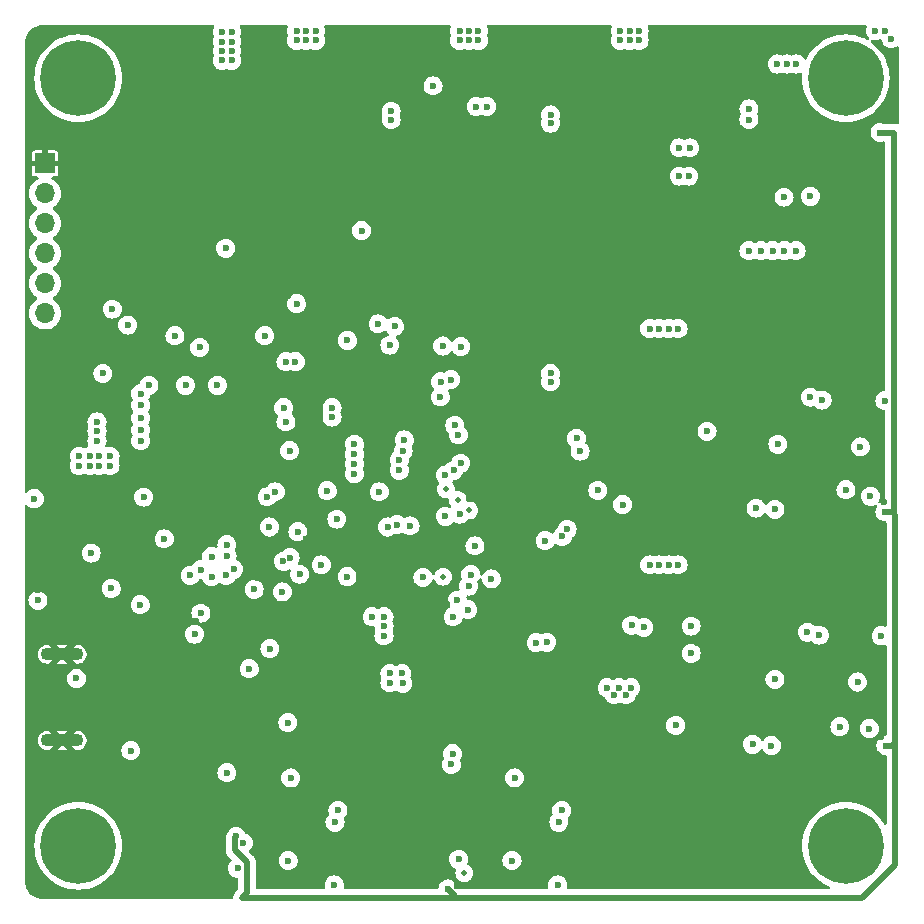
<source format=gbr>
%TF.GenerationSoftware,KiCad,Pcbnew,8.0.3*%
%TF.CreationDate,2024-09-23T16:56:09+02:00*%
%TF.ProjectId,USAN_r0,5553414e-5f72-4302-9e6b-696361645f70,rev?*%
%TF.SameCoordinates,Original*%
%TF.FileFunction,Copper,L2,Inr*%
%TF.FilePolarity,Positive*%
%FSLAX46Y46*%
G04 Gerber Fmt 4.6, Leading zero omitted, Abs format (unit mm)*
G04 Created by KiCad (PCBNEW 8.0.3) date 2024-09-23 16:56:09*
%MOMM*%
%LPD*%
G01*
G04 APERTURE LIST*
%TA.AperFunction,ComponentPad*%
%ADD10C,0.800000*%
%TD*%
%TA.AperFunction,ComponentPad*%
%ADD11C,6.400000*%
%TD*%
%TA.AperFunction,ComponentPad*%
%ADD12O,3.600000X1.100000*%
%TD*%
%TA.AperFunction,ComponentPad*%
%ADD13R,1.700000X1.700000*%
%TD*%
%TA.AperFunction,ComponentPad*%
%ADD14O,1.700000X1.700000*%
%TD*%
%TA.AperFunction,ViaPad*%
%ADD15C,0.600000*%
%TD*%
%TA.AperFunction,ViaPad*%
%ADD16C,0.500000*%
%TD*%
%TA.AperFunction,Conductor*%
%ADD17C,0.500000*%
%TD*%
G04 APERTURE END LIST*
D10*
%TO.N,N/C*%
%TO.C,H3*%
X120000000Y-117600000D03*
X121697056Y-118302944D03*
X118302944Y-118302944D03*
X122400000Y-120000000D03*
D11*
X120000000Y-120000000D03*
D10*
X117600000Y-120000000D03*
X121697056Y-121697056D03*
X118302944Y-121697056D03*
X120000000Y-122400000D03*
%TD*%
%TO.N,N/C*%
%TO.C,H4*%
X117600000Y-55000000D03*
X118302944Y-53302944D03*
X118302944Y-56697056D03*
X120000000Y-52600000D03*
D11*
X120000000Y-55000000D03*
D10*
X120000000Y-57400000D03*
X121697056Y-53302944D03*
X121697056Y-56697056D03*
X122400000Y-55000000D03*
%TD*%
D12*
%TO.N,GND*%
%TO.C,J1*%
X53662500Y-103775000D03*
X53662500Y-111075000D03*
%TD*%
D13*
%TO.N,GND*%
%TO.C,IN1*%
X52200000Y-62220000D03*
D14*
%TO.N,/IO/V_IN*%
X52200000Y-64760000D03*
%TO.N,/IO/Trigger_IN*%
X52200000Y-67300000D03*
%TO.N,GNDREF*%
X52200000Y-69840000D03*
%TO.N,/IO/DAC_OUT_A*%
X52200000Y-72380000D03*
%TO.N,/IO/DAC_OUT_B*%
X52200000Y-74920000D03*
%TD*%
D10*
%TO.N,N/C*%
%TO.C,H2*%
X52600000Y-120000000D03*
X53302944Y-118302944D03*
X53302944Y-121697056D03*
X55000000Y-117600000D03*
D11*
X55000000Y-120000000D03*
D10*
X55000000Y-122400000D03*
X56697056Y-118302944D03*
X56697056Y-121697056D03*
X57400000Y-120000000D03*
%TD*%
%TO.N,N/C*%
%TO.C,H1*%
X52600000Y-55000000D03*
X53302944Y-53302944D03*
X53302944Y-56697056D03*
X55000000Y-52600000D03*
D11*
X55000000Y-55000000D03*
D10*
X55000000Y-57400000D03*
X56697056Y-53302944D03*
X56697056Y-56697056D03*
X57400000Y-55000000D03*
%TD*%
D15*
%TO.N,GND*%
X112500000Y-115300000D03*
X87073699Y-123363038D03*
X91800000Y-51000000D03*
X64394250Y-118429500D03*
X61854250Y-109539500D03*
X115400000Y-73500000D03*
X58044250Y-115889500D03*
D16*
X54800000Y-98300000D03*
D15*
X110114250Y-122239500D03*
X88524250Y-71439500D03*
X110114250Y-85409500D03*
X104300000Y-60900000D03*
X112250000Y-105160001D03*
X106500000Y-72500000D03*
X64394250Y-122239500D03*
X99954250Y-80329500D03*
X64394250Y-112079500D03*
X108844250Y-108269500D03*
X97414250Y-73979500D03*
X111384250Y-77789500D03*
X98684250Y-80329500D03*
X96144250Y-75249500D03*
X119004250Y-70169500D03*
X114300000Y-93400000D03*
X94874250Y-76519500D03*
X97414250Y-113349500D03*
X106304250Y-65089500D03*
X80904250Y-67629500D03*
X67800000Y-59000000D03*
X114500000Y-76100000D03*
D16*
X77950000Y-80800000D03*
D15*
X83444250Y-67629500D03*
X80904250Y-112079500D03*
X97414250Y-81599500D03*
X82600000Y-71000000D03*
X65664250Y-106999500D03*
X101224250Y-81599500D03*
X56774250Y-51119500D03*
X112654250Y-100649500D03*
X112654250Y-79059500D03*
X111384250Y-113349500D03*
X61062500Y-101275000D03*
X110850000Y-88250000D03*
X55504250Y-114619500D03*
X64394250Y-113349500D03*
X108844250Y-120969500D03*
X110114250Y-68899500D03*
X121215124Y-102346216D03*
X115200000Y-93400000D03*
X106250000Y-105660001D03*
X113924250Y-81599500D03*
X65664250Y-104459500D03*
X51694250Y-106999500D03*
X111384250Y-76519500D03*
X73250000Y-105000000D03*
X111384250Y-96839500D03*
X77094250Y-113349500D03*
X121544250Y-71439500D03*
X85500000Y-117000000D03*
D16*
X87400000Y-83100000D03*
D15*
X118400000Y-60200000D03*
X84800000Y-76200000D03*
X74554250Y-70169500D03*
X71200000Y-97200000D03*
X61854250Y-119699500D03*
X114600000Y-62400000D03*
X55504250Y-113349500D03*
X60000000Y-64100000D03*
X69000000Y-116250000D03*
X106304250Y-66359500D03*
X59314250Y-120969500D03*
X113924250Y-100649500D03*
X89794250Y-79059500D03*
X61854250Y-118429500D03*
X97414250Y-75249500D03*
X111384250Y-93029500D03*
D16*
X80100000Y-83150000D03*
D15*
X93604250Y-70169500D03*
X63124250Y-109539500D03*
X121465124Y-82436215D03*
X98684250Y-75249500D03*
X78364250Y-112079500D03*
X102494250Y-94299500D03*
X64600000Y-56400000D03*
X61854250Y-115889500D03*
X70600000Y-58900000D03*
X102494250Y-73979500D03*
X112654250Y-94299500D03*
X60584250Y-119699500D03*
D16*
X75600000Y-82400000D03*
D15*
X86500000Y-105750000D03*
X55200000Y-68940000D03*
X105034250Y-67629500D03*
X63124250Y-120969500D03*
X116200000Y-76100000D03*
X84714250Y-67629500D03*
X116464250Y-71439500D03*
X89000000Y-102100000D03*
X66934250Y-110809500D03*
X71200000Y-79000000D03*
X115194250Y-122239500D03*
X112654250Y-95569500D03*
X77400000Y-51800000D03*
X65664250Y-113349500D03*
X89794250Y-71439500D03*
X76900000Y-63100000D03*
X73750000Y-112500000D03*
X68150000Y-123250000D03*
X97414250Y-66359500D03*
X63124250Y-117159500D03*
X63124250Y-114619500D03*
X59062500Y-101275000D03*
X56500000Y-93800000D03*
X55500000Y-93710002D03*
X83800000Y-77600000D03*
D16*
X78550000Y-81900000D03*
D15*
X111384250Y-73979500D03*
X76400000Y-67000000D03*
X105300000Y-51800000D03*
X62100000Y-64100000D03*
X92000000Y-104800000D03*
X83900000Y-117800000D03*
X122814250Y-61279500D03*
X102494250Y-62549500D03*
X111384250Y-80329500D03*
X51694250Y-79059500D03*
X66200000Y-55400000D03*
D16*
X91400000Y-86950000D03*
D15*
X100500000Y-97800000D03*
X60584250Y-117159500D03*
X54234250Y-114619500D03*
X77094250Y-70169500D03*
X52964250Y-51119500D03*
X104400000Y-117000000D03*
X73250000Y-106500000D03*
X102800000Y-117800000D03*
X93235000Y-63135000D03*
X51694250Y-113349500D03*
X91000000Y-51000000D03*
X109100000Y-112400000D03*
X105034250Y-57469500D03*
X121544250Y-65089500D03*
X102494250Y-80329500D03*
X60999997Y-64100000D03*
X96144250Y-113349500D03*
X111384250Y-99379500D03*
X52100000Y-59500000D03*
X103764250Y-80329500D03*
X64394250Y-104459500D03*
D16*
X93600000Y-86950000D03*
D15*
X83400000Y-98000000D03*
X61854250Y-112079500D03*
X73284250Y-100649500D03*
D16*
X84450000Y-92250000D03*
D15*
X85500000Y-117800000D03*
X89794250Y-72709500D03*
X63124250Y-119699500D03*
X83444250Y-57469500D03*
X92334250Y-70169500D03*
X111384250Y-95569500D03*
X52964250Y-114619500D03*
X112800000Y-66600000D03*
X87254250Y-70169500D03*
X58044250Y-51119500D03*
X52964250Y-113349500D03*
X123250000Y-90850000D03*
X101224250Y-80329500D03*
X70750000Y-110850000D03*
X110114250Y-58739500D03*
X107574250Y-65089500D03*
X87254250Y-72709500D03*
X120274250Y-71439500D03*
X69750000Y-112250000D03*
X107700000Y-53900000D03*
X116200000Y-73500000D03*
X101224250Y-73979500D03*
X89794250Y-75249500D03*
X82900000Y-115400000D03*
X71200000Y-95000000D03*
X84700000Y-117800000D03*
X65000000Y-101000000D03*
X61100000Y-89550000D03*
X118400000Y-94200000D03*
X85984250Y-70169500D03*
X63124250Y-108269500D03*
X60584250Y-115889500D03*
X85500000Y-114500000D03*
X64394250Y-114619500D03*
X98684250Y-57469500D03*
X100500000Y-96800000D03*
X111384250Y-98109500D03*
D16*
X71050000Y-82500000D03*
D15*
X101224250Y-72709500D03*
X86600000Y-75200000D03*
X75700000Y-67000000D03*
X86200000Y-99500000D03*
X111384250Y-122239500D03*
X78800000Y-97200000D03*
D16*
X75750000Y-81700000D03*
D15*
X62762500Y-101275000D03*
X91064250Y-73979500D03*
X111384250Y-79059500D03*
X122814250Y-66359500D03*
X85607394Y-98907394D03*
X60584250Y-113349500D03*
X112654250Y-73979500D03*
D16*
X80200000Y-84250000D03*
D15*
X116000000Y-96000000D03*
X106304250Y-67629500D03*
X115300000Y-115300000D03*
X98684250Y-101919500D03*
X93600000Y-85000000D03*
X85984250Y-71439500D03*
X97600000Y-105000000D03*
X101224250Y-122239500D03*
X117600000Y-94200000D03*
X119200000Y-62600000D03*
X108300000Y-112400000D03*
X92000000Y-106600000D03*
X112250000Y-89250000D03*
X97414250Y-57469500D03*
X80600000Y-99400000D03*
X121544250Y-62549500D03*
X119200000Y-61650000D03*
X104500000Y-51000000D03*
X54700000Y-60900000D03*
X92700000Y-112500000D03*
X93750000Y-58850000D03*
D16*
X82950000Y-83500000D03*
X65350000Y-98150000D03*
D15*
X112654250Y-98109500D03*
X54234250Y-115889500D03*
X67600000Y-91800000D03*
X100500000Y-98800000D03*
X94874250Y-65089500D03*
X106304250Y-122239500D03*
X96144250Y-100649500D03*
X101224250Y-120969500D03*
D16*
X56850000Y-102900000D03*
D15*
X61962500Y-100375000D03*
X56774250Y-115889500D03*
X119200000Y-60750000D03*
X103764250Y-67629500D03*
X54234250Y-113349500D03*
X99954250Y-73979500D03*
X83444250Y-58739500D03*
X85984250Y-72709500D03*
X75824250Y-70169500D03*
X105034250Y-66359500D03*
X89794250Y-73979500D03*
X96144250Y-66359500D03*
X51694250Y-109539500D03*
X107574250Y-120969500D03*
X89600000Y-94600000D03*
X79634250Y-112079500D03*
X84400000Y-81800000D03*
X65400000Y-56400000D03*
X86500000Y-105000000D03*
X92700000Y-116250000D03*
X108844250Y-122239500D03*
X92000000Y-105750000D03*
X122814250Y-63819500D03*
D16*
X76300000Y-87350000D03*
D15*
X109900000Y-112400000D03*
X82900000Y-114500000D03*
X98684250Y-112079500D03*
X85500000Y-118600000D03*
X62200000Y-91900000D03*
X80904250Y-66359500D03*
X97414250Y-100649500D03*
X106304250Y-80329500D03*
D16*
X84250000Y-84250000D03*
D15*
X121544250Y-96839500D03*
X116250000Y-85250000D03*
X54800000Y-97500000D03*
X110600000Y-108160001D03*
X113924250Y-122239500D03*
X88524250Y-72709500D03*
X116000000Y-105160001D03*
X79000000Y-51000000D03*
X63124250Y-113349500D03*
X106900000Y-53900000D03*
X123000000Y-110760001D03*
X77094250Y-112079500D03*
X97414250Y-80329500D03*
X117000000Y-73500000D03*
X102800000Y-118600000D03*
X101800000Y-117100000D03*
X59314250Y-114619500D03*
X73750000Y-116250000D03*
X64394250Y-105729500D03*
X99954250Y-72709500D03*
X99954250Y-101919500D03*
X85500000Y-115400000D03*
X105750000Y-72500000D03*
X56774250Y-114619500D03*
X108844250Y-89219500D03*
X55865290Y-68361917D03*
X112500000Y-85250000D03*
X106304250Y-120969500D03*
X71000000Y-99300000D03*
X59314250Y-119699500D03*
X84714250Y-71439500D03*
X113400000Y-115300000D03*
X95513785Y-121465124D03*
X83000000Y-99300000D03*
X112654250Y-77789500D03*
X102494250Y-61279500D03*
X101200000Y-78600000D03*
X121544250Y-63819500D03*
X58044250Y-114619500D03*
X51694250Y-108269500D03*
X114300000Y-115300000D03*
D16*
X71000000Y-83250000D03*
D15*
X110114250Y-67629500D03*
X93500000Y-99000000D03*
X97414250Y-112079500D03*
X61854250Y-114619500D03*
X60584250Y-122239500D03*
X109600000Y-65200000D03*
X103764250Y-81599500D03*
X117734250Y-70169500D03*
D16*
X77700000Y-84050000D03*
D15*
X114800000Y-67400000D03*
X101224250Y-57469500D03*
X116000000Y-93400000D03*
X61300000Y-51100000D03*
X113924250Y-57469500D03*
X87254250Y-71439500D03*
X106100000Y-51000000D03*
X98684250Y-100649500D03*
X85200000Y-100500000D03*
X78200000Y-51800000D03*
X86500000Y-106500000D03*
X122814250Y-96839500D03*
X73284250Y-70169500D03*
X59314250Y-122239500D03*
X113924250Y-71439500D03*
D16*
X88200000Y-86550000D03*
D15*
X75300000Y-63100000D03*
X112000000Y-109160001D03*
X121544250Y-70169500D03*
X104750000Y-105660001D03*
X84700000Y-118600000D03*
X112654250Y-113349500D03*
X110400000Y-64400000D03*
X115000000Y-63200000D03*
X101200000Y-77000000D03*
X106100000Y-51800000D03*
X98684250Y-82869500D03*
D16*
X76400000Y-81750000D03*
X77800000Y-83150000D03*
X84650000Y-75200000D03*
D15*
X106250000Y-92410001D03*
X112654250Y-122239500D03*
X104400000Y-115400000D03*
X96144250Y-67629500D03*
X70100000Y-59400000D03*
X61854250Y-117159500D03*
X85984250Y-67629500D03*
X96144250Y-105729500D03*
X112654250Y-80329500D03*
D16*
X54200000Y-102400000D03*
D15*
X60584250Y-120969500D03*
X62700000Y-65600000D03*
D16*
X84600000Y-83700000D03*
D15*
X91800000Y-51800000D03*
X105000000Y-85750000D03*
X104200000Y-60200000D03*
X113924250Y-120969500D03*
X86215000Y-58715000D03*
X61854250Y-113349500D03*
X79634250Y-113349500D03*
X115200000Y-96000000D03*
X107574250Y-66359500D03*
X101224250Y-71439500D03*
X58100000Y-103800000D03*
X112654250Y-120969500D03*
X116250000Y-90000000D03*
X122814250Y-71439500D03*
X83400000Y-76000000D03*
X59314250Y-117159500D03*
X99954250Y-113349500D03*
X59314250Y-115889500D03*
X92334250Y-109539500D03*
X79000000Y-51800000D03*
X85500000Y-116200000D03*
X112654250Y-75249500D03*
X96144250Y-112079500D03*
X93500000Y-66500000D03*
X116900000Y-96000000D03*
X92800000Y-62400000D03*
X83560002Y-100520002D03*
X117100000Y-76100000D03*
X65664250Y-120969500D03*
X104400000Y-114500000D03*
X102494250Y-58739500D03*
X63124250Y-110809500D03*
X105750000Y-85750000D03*
X99954250Y-71439500D03*
X112654250Y-119699500D03*
X105300000Y-51000000D03*
X105034250Y-81599500D03*
X101800000Y-114500000D03*
X110114250Y-120969500D03*
X68204250Y-109539500D03*
X105500000Y-92410001D03*
X54200000Y-68940000D03*
X115194250Y-119699500D03*
X91064250Y-71439500D03*
X104500000Y-51800000D03*
D16*
X86650000Y-83300000D03*
D15*
X72800000Y-73400000D03*
X75824250Y-61279500D03*
X88700000Y-112250000D03*
X112654250Y-81599500D03*
X111384250Y-75249500D03*
X51694250Y-114619500D03*
X99954250Y-81599500D03*
X98684250Y-113349500D03*
X61854250Y-122239500D03*
X97414250Y-101919500D03*
X71400000Y-80800000D03*
X82900000Y-117100000D03*
X77400000Y-51000000D03*
X118400000Y-93400000D03*
X115194250Y-71439500D03*
X109300000Y-53900000D03*
X84714250Y-66359500D03*
X101800000Y-116200000D03*
X84400000Y-100500000D03*
X111384250Y-101919500D03*
X75824250Y-60009500D03*
X111384250Y-81599500D03*
X52964250Y-115889500D03*
X60300000Y-69000000D03*
X60584250Y-109539500D03*
X107574250Y-67629500D03*
X62800000Y-64700000D03*
X98684250Y-81599500D03*
X116800000Y-93400000D03*
X101800000Y-115400000D03*
X80400000Y-58800000D03*
X121544250Y-61279500D03*
X112654250Y-72709500D03*
X102494250Y-81599500D03*
X118400000Y-95000000D03*
X117800000Y-74300000D03*
X113924250Y-119699500D03*
X64394250Y-115889500D03*
X54462500Y-109225000D03*
X104750000Y-92410001D03*
X93850000Y-58150000D03*
X111384250Y-100649500D03*
X115400000Y-76100000D03*
X117600000Y-93400000D03*
D16*
X76950000Y-88000000D03*
D15*
X77094250Y-61279500D03*
X89794250Y-70169500D03*
X63124250Y-118429500D03*
X110114250Y-57469500D03*
X82174250Y-67629500D03*
X106304250Y-57469500D03*
X122814250Y-62549500D03*
X60200000Y-70700000D03*
X64394250Y-108269500D03*
X93604250Y-71439500D03*
X73250000Y-105750000D03*
X74300000Y-94000000D03*
X99954250Y-75249500D03*
X105034250Y-80329500D03*
X84714250Y-72709500D03*
X51600000Y-98300000D03*
X92334250Y-71439500D03*
X98684250Y-72709500D03*
X59314250Y-118429500D03*
X60584250Y-118429500D03*
X101200000Y-77797349D03*
X112654250Y-76519500D03*
X112654250Y-99379500D03*
X88524250Y-70169500D03*
X54700000Y-62100000D03*
X104400000Y-118600000D03*
X102494250Y-72709500D03*
X102494250Y-60009500D03*
X101224250Y-58739500D03*
D16*
X92450000Y-87000000D03*
D15*
X54400000Y-95146000D03*
X61854250Y-110809500D03*
X61854250Y-120969500D03*
X82900000Y-116200000D03*
X60584250Y-114619500D03*
X103764250Y-57469500D03*
X105034250Y-58739500D03*
X65664250Y-114619500D03*
X119004250Y-71439500D03*
X117734250Y-71439500D03*
X65400000Y-55400000D03*
X89700000Y-110850000D03*
X103600000Y-118600000D03*
X96200000Y-91700000D03*
X63124250Y-112079500D03*
X103764250Y-58739500D03*
X115194250Y-120969500D03*
X120274250Y-70169500D03*
X94200000Y-66500000D03*
X97414250Y-82869500D03*
X94874250Y-70169500D03*
X103600000Y-117800000D03*
X114300000Y-96000000D03*
X83232402Y-95850557D03*
X54400000Y-59500000D03*
X91064250Y-72709500D03*
X117800000Y-75100000D03*
X64394250Y-117159500D03*
X92334250Y-72709500D03*
X106304250Y-81599500D03*
X112654250Y-96839500D03*
X99954250Y-58739500D03*
D16*
X75550000Y-84450000D03*
D15*
X78364250Y-110809500D03*
X118600000Y-73500000D03*
X51694250Y-117159500D03*
X98684250Y-58739500D03*
D16*
X64000000Y-98200000D03*
X70100000Y-97300000D03*
D15*
X108500000Y-53900000D03*
X104400000Y-117800000D03*
X63124250Y-122239500D03*
D16*
X61600000Y-98450000D03*
X89800000Y-93400000D03*
D15*
X101224250Y-75249500D03*
D16*
X81750000Y-84400000D03*
D15*
X65664250Y-122239500D03*
X64394250Y-119699500D03*
X84714250Y-70169500D03*
X118600000Y-74300000D03*
X80400000Y-58100000D03*
X97414250Y-67629500D03*
X64394250Y-106999500D03*
X91064250Y-70169500D03*
X117800000Y-73500000D03*
X111384250Y-94299500D03*
X99954250Y-57469500D03*
X122814250Y-65089500D03*
X64394250Y-120969500D03*
X97414250Y-58739500D03*
X108844250Y-68899500D03*
X111384250Y-119699500D03*
X106500000Y-85750000D03*
X107574250Y-122239500D03*
X91200000Y-83800000D03*
X92600000Y-51800000D03*
X87950000Y-116250000D03*
X55504250Y-115889500D03*
X98684250Y-73979500D03*
X66200000Y-56400000D03*
X51400000Y-96400000D03*
X53200000Y-59500000D03*
D16*
X70300000Y-84000000D03*
D15*
X91000000Y-51800000D03*
X99954250Y-82869500D03*
X105000000Y-72500000D03*
X117600000Y-95000000D03*
X83900000Y-118600000D03*
X78364250Y-113349500D03*
X75900000Y-99200000D03*
X108844250Y-67629500D03*
X118600000Y-75100000D03*
X64600000Y-55400000D03*
X86200000Y-59700000D03*
X114500000Y-73500000D03*
X120274250Y-96839500D03*
X116000000Y-109910001D03*
X65664250Y-105729500D03*
X111384250Y-120969500D03*
X101224250Y-82869500D03*
X63124250Y-115889500D03*
X112654250Y-93029500D03*
D16*
X71350000Y-88150000D03*
D15*
X78200000Y-51000000D03*
X92800000Y-84200000D03*
X105500000Y-105660001D03*
X76563785Y-121465124D03*
X91900000Y-100800000D03*
X104400000Y-116200000D03*
X51100000Y-59500000D03*
X51694250Y-115889500D03*
X102494250Y-57469500D03*
X92600000Y-51000000D03*
D16*
X79800000Y-81900000D03*
D15*
X56500000Y-98000000D03*
%TO.N,+24V*%
X74300000Y-51800000D03*
X115000000Y-53800000D03*
X101700000Y-51800000D03*
X87300000Y-51800000D03*
X100900000Y-51800000D03*
X102500000Y-51000000D03*
X100900000Y-51000000D03*
X68000000Y-52700000D03*
X67200000Y-51100000D03*
X102500000Y-51800000D03*
X101700000Y-51000000D03*
X115800000Y-53800000D03*
X74300000Y-51000000D03*
X88100000Y-51000000D03*
X87300000Y-51000000D03*
X67200000Y-53500000D03*
X114200000Y-53800000D03*
X67200000Y-51900000D03*
X73500000Y-51000000D03*
X68000000Y-51100000D03*
X88900000Y-51000000D03*
X68000000Y-51900000D03*
X75100000Y-51800000D03*
X68000000Y-53500000D03*
X111800000Y-57600000D03*
X73500000Y-51800000D03*
X75100000Y-51000000D03*
X88900000Y-51800000D03*
X67200000Y-52700000D03*
X111800000Y-58500000D03*
X88100000Y-51800000D03*
%TO.N,+3V3*%
X112400000Y-91400000D03*
X62300000Y-94000000D03*
X86700000Y-112200000D03*
X73400000Y-79000000D03*
X77800000Y-97200000D03*
X99000000Y-89900000D03*
X72389300Y-95906496D03*
X112100000Y-111400000D03*
X72940425Y-95595000D03*
X113700000Y-111500000D03*
X96000000Y-93800000D03*
X81800000Y-76000000D03*
X86600000Y-113100000D03*
X72600000Y-79000000D03*
X73600000Y-93400000D03*
X114000000Y-91500000D03*
X85875000Y-77675000D03*
X80400000Y-75800000D03*
X67600000Y-113800000D03*
X95000000Y-80700000D03*
X81400000Y-77600000D03*
X75600000Y-96200000D03*
X95000000Y-80000000D03*
X51300000Y-90600000D03*
X106700000Y-63300000D03*
X96400000Y-93200000D03*
X72300000Y-98500000D03*
X69500000Y-105000000D03*
X105900000Y-60900000D03*
X106800000Y-60900000D03*
X57800000Y-98200000D03*
X105900000Y-63300000D03*
X51600000Y-99200000D03*
X71200000Y-93000000D03*
%TO.N,Net-(V12-V_out)*%
X81500000Y-58500000D03*
X81500000Y-57800000D03*
%TO.N,+12V*%
X60300000Y-85700000D03*
X60300000Y-83800000D03*
X60300000Y-84800000D03*
X60300000Y-81700000D03*
X60300000Y-82700000D03*
%TO.N,Net-(V5-V_out)*%
X95000000Y-58100000D03*
X95000000Y-58800000D03*
%TO.N,+5V*%
X123300000Y-91700000D03*
X122900000Y-59600000D03*
X88700000Y-57400000D03*
X89600000Y-57400000D03*
X123400000Y-111500000D03*
X86300000Y-123650000D03*
X85050000Y-55650000D03*
X57900000Y-74550000D03*
X68400000Y-119200000D03*
%TO.N,-12V*%
X61000000Y-81002420D03*
X55100000Y-87000000D03*
X55100000Y-87800000D03*
X57700000Y-87000000D03*
X56800000Y-87800000D03*
X56000000Y-87800000D03*
X64100000Y-81000000D03*
X66800000Y-81000000D03*
X56000000Y-87000000D03*
X57700000Y-87800000D03*
X56800000Y-87000000D03*
%TO.N,-5V*%
X123850000Y-51650000D03*
X123300000Y-51000000D03*
X123300000Y-82300000D03*
X122500000Y-51000000D03*
X76700000Y-123300000D03*
X123000000Y-102200000D03*
X95600000Y-123300000D03*
%TO.N,/IO/3V3_FT*%
X60262500Y-99575000D03*
X65400000Y-100300000D03*
%TO.N,GNDREF*%
X59200000Y-75900000D03*
X60556239Y-90465642D03*
X56600000Y-84900000D03*
X57100000Y-80000000D03*
X63200000Y-76800000D03*
X56600000Y-84100000D03*
X65300000Y-77800000D03*
X56600000Y-85700000D03*
%TO.N,Net-(C48-Pad1)*%
X103400000Y-76200000D03*
X105000000Y-76200000D03*
X105800000Y-76200000D03*
X104200000Y-76200000D03*
%TO.N,Net-(C50-Pad1)*%
X121239421Y-86212072D03*
X120012525Y-89837298D03*
%TO.N,/IO/VBUS*%
X64862500Y-102075000D03*
X54862500Y-105825000D03*
%TO.N,Net-(C54-Pad1)*%
X105800000Y-96200000D03*
X104200000Y-96200000D03*
X103400000Y-96200000D03*
X105000000Y-96200000D03*
%TO.N,Net-(C55-Pad1)*%
X119500000Y-109910001D03*
X120989421Y-106122073D03*
%TO.N,TR1_A*%
X87100000Y-99200000D03*
D16*
X85900000Y-97200000D03*
D15*
%TO.N,Net-(C58-Pad1)*%
X82500000Y-106250000D03*
X82400000Y-105400000D03*
X80900000Y-101400000D03*
X80900000Y-100600000D03*
X81400000Y-105400000D03*
X80900000Y-102200000D03*
X79900000Y-100600000D03*
X81400000Y-106200000D03*
%TO.N,Net-(C59-Pad1)*%
X72787928Y-121239421D03*
X69000000Y-119750000D03*
%TO.N,TR2_A*%
X86748529Y-100600000D03*
X88075000Y-98000000D03*
%TO.N,Net-(C62-Pad1)*%
X100400000Y-107200000D03*
X101800000Y-106600000D03*
X101400000Y-107200000D03*
X100800000Y-106600000D03*
X99800000Y-106600000D03*
%TO.N,Net-(C63-Pad1)*%
X91737928Y-121239421D03*
X87217118Y-121138875D03*
%TO.N,TR3_A*%
X88000000Y-100000000D03*
X88237500Y-97025000D03*
%TO.N,Net-(V_ADJ1-FB)*%
X114770987Y-65078773D03*
X117000000Y-65000000D03*
%TO.N,Vdrive*%
X112800000Y-69600000D03*
X114800000Y-69600000D03*
X111800000Y-69600000D03*
X115800000Y-69600000D03*
X113800000Y-69600000D03*
%TO.N,/Analog/frontend_0/Analog_LV*%
X114250000Y-86000000D03*
%TO.N,/Analog/frontend_1/Analog_LV*%
X114000000Y-105910001D03*
%TO.N,/Analog/frontend_2/Analog_LV*%
X73000000Y-114250000D03*
%TO.N,/Analog/frontend_3/Analog_LV*%
X91950000Y-114250000D03*
%TO.N,OUT_UP_DAC*%
X67500000Y-69400000D03*
X71700000Y-90027000D03*
D16*
X87127000Y-90700000D03*
D15*
X56107110Y-95207110D03*
%TO.N,Trigger*%
X77800000Y-77200000D03*
X79000000Y-67900000D03*
%TO.N,SCLK_DAC*%
X86100000Y-92100000D03*
X66300000Y-95500000D03*
D16*
%TO.N,MOSI_DAC*%
X88100000Y-91600000D03*
D15*
X67612235Y-95439235D03*
%TO.N,NSS_DAC*%
X73752837Y-96995692D03*
X88600000Y-94600000D03*
%TO.N,CLR_DAC*%
X82000000Y-92800000D03*
X66301471Y-97198529D03*
X67600000Y-94500000D03*
X69900000Y-98281355D03*
%TO.N,MISO_DAC*%
X71000000Y-90446000D03*
X87300000Y-91900000D03*
%TO.N,MISO_RAM*%
X76500000Y-83700000D03*
%TO.N,NSS_RAM*%
X72400000Y-82900000D03*
%TO.N,MOSI_RAM*%
X72600000Y-84100000D03*
%TO.N,CLK_RAM*%
X76500000Y-82900000D03*
%TO.N,Net-(J1-ID)*%
X59462500Y-111925000D03*
%TO.N,SWCLK*%
X70800000Y-76800000D03*
X73500000Y-74100000D03*
%TO.N,Net-(JP1-A)*%
X80500000Y-90027000D03*
X76100000Y-89927000D03*
%TO.N,Net-(JP4-C)*%
X122086609Y-90395095D03*
%TO.N,Net-(JP6-C)*%
X121998235Y-110064707D03*
%TO.N,Net-(JP8-C)*%
X68500000Y-121900000D03*
D16*
%TO.N,Net-(JP10-C)*%
X87694454Y-122292454D03*
D15*
%TO.N,Net-(Q10-G)*%
X105600000Y-109800000D03*
%TO.N,TR0_L*%
X82624265Y-85624265D03*
X97200000Y-85500000D03*
X87400000Y-87600000D03*
X78400000Y-86000000D03*
%TO.N,Net-(R11-Pad2)*%
X117000000Y-82000000D03*
%TO.N,Net-(R14-Pad2)*%
X118000000Y-82250000D03*
%TO.N,TR0_C*%
X108250000Y-84900000D03*
X86800000Y-88200000D03*
X97500000Y-86575000D03*
X82518119Y-86536025D03*
X78399952Y-86852227D03*
%TO.N,TR1_H*%
X86100000Y-88600000D03*
X78400758Y-87652229D03*
X82200000Y-87300000D03*
X101100000Y-91100000D03*
%TO.N,Net-(R22-Pad2)*%
X117750000Y-102160001D03*
%TO.N,TR1_L*%
X82200000Y-88200000D03*
X93800000Y-102800000D03*
D16*
X86147616Y-89799086D03*
D15*
X78400000Y-88500000D03*
%TO.N,Net-(R31-Pad2)*%
X116750000Y-101910001D03*
%TO.N,TR2_H*%
X68175735Y-96575735D03*
X72755589Y-109555589D03*
%TO.N,Net-(R36-Pad2)*%
X76750000Y-118000000D03*
%TO.N,TR2_L*%
X81200000Y-93000000D03*
X71237960Y-103300000D03*
%TO.N,Net-(R45-Pad2)*%
X77000000Y-117000000D03*
%TO.N,TR3_H*%
X106900000Y-103700000D03*
X102900000Y-101500000D03*
X87400000Y-77725000D03*
%TO.N,Net-(R50-Pad2)*%
X95700000Y-118000000D03*
%TO.N,TR3_L*%
X94686500Y-102762029D03*
X86564735Y-80516205D03*
%TO.N,Net-(R59-Pad2)*%
X95950000Y-117000000D03*
%TO.N,TR1_C*%
X83100000Y-92900000D03*
X94550000Y-94150000D03*
X101875735Y-101324265D03*
X106900000Y-101400000D03*
X76910765Y-92337765D03*
%TO.N,TR2_C*%
X85675735Y-81975735D03*
X72905855Y-86541315D03*
X67535346Y-97100000D03*
%TO.N,TR3_C*%
X85700000Y-80700000D03*
%TO.N,USB_RX*%
X86900000Y-84400000D03*
X64500000Y-97100000D03*
%TO.N,USB_TX*%
X65400000Y-96600000D03*
X87200000Y-85200000D03*
%TO.N,/MCU/VDDA*%
X84200000Y-97269370D03*
X90000000Y-97400000D03*
%TD*%
D17*
%TO.N,+5V*%
X123300000Y-91700000D02*
X124100000Y-91700000D01*
X123900000Y-111500000D02*
X124200000Y-111200000D01*
X122900000Y-59600000D02*
X124100000Y-59600000D01*
X124100000Y-91700000D02*
X124100000Y-91900000D01*
X124200000Y-92000000D02*
X124200000Y-111200000D01*
X69300000Y-124000000D02*
X68900000Y-124400000D01*
X68400000Y-119200000D02*
X68250000Y-119350000D01*
X86900000Y-124400000D02*
X68900000Y-124400000D01*
X121400000Y-124400000D02*
X124200000Y-121600000D01*
X68250000Y-119350000D02*
X68250000Y-120350000D01*
X86900000Y-124400000D02*
X121400000Y-124400000D01*
X86900000Y-124250000D02*
X86900000Y-124400000D01*
X123400000Y-111500000D02*
X123900000Y-111500000D01*
X124100000Y-59600000D02*
X124100000Y-91700000D01*
X68250000Y-120350000D02*
X69300000Y-121400000D01*
X69300000Y-121400000D02*
X69300000Y-124000000D01*
X124200000Y-121600000D02*
X124200000Y-111200000D01*
X86300000Y-123650000D02*
X86900000Y-124250000D01*
X124100000Y-91900000D02*
X124200000Y-92000000D01*
%TD*%
%TA.AperFunction,Conductor*%
%TO.N,GND*%
G36*
X66473960Y-50520185D02*
G01*
X66519715Y-50572989D01*
X66529659Y-50642147D01*
X66511915Y-50690472D01*
X66474211Y-50750476D01*
X66414631Y-50920745D01*
X66414630Y-50920750D01*
X66394435Y-51099996D01*
X66394435Y-51100003D01*
X66414630Y-51279249D01*
X66414633Y-51279262D01*
X66476510Y-51456094D01*
X66474364Y-51456844D01*
X66483962Y-51515144D01*
X66475609Y-51543590D01*
X66476510Y-51543906D01*
X66414633Y-51720737D01*
X66414630Y-51720750D01*
X66394435Y-51899996D01*
X66394435Y-51900003D01*
X66414630Y-52079249D01*
X66414633Y-52079262D01*
X66476510Y-52256094D01*
X66474364Y-52256844D01*
X66483962Y-52315144D01*
X66475609Y-52343590D01*
X66476510Y-52343906D01*
X66414633Y-52520737D01*
X66414630Y-52520750D01*
X66394435Y-52699996D01*
X66394435Y-52700003D01*
X66414630Y-52879249D01*
X66414633Y-52879262D01*
X66476510Y-53056094D01*
X66474364Y-53056844D01*
X66483962Y-53115144D01*
X66475609Y-53143590D01*
X66476510Y-53143906D01*
X66414633Y-53320737D01*
X66414630Y-53320750D01*
X66394435Y-53499996D01*
X66394435Y-53500003D01*
X66414630Y-53679249D01*
X66414631Y-53679254D01*
X66474211Y-53849523D01*
X66477593Y-53854905D01*
X66570184Y-54002262D01*
X66697738Y-54129816D01*
X66788080Y-54186582D01*
X66848254Y-54224392D01*
X66850478Y-54225789D01*
X67020739Y-54285366D01*
X67020745Y-54285368D01*
X67020750Y-54285369D01*
X67199996Y-54305565D01*
X67200000Y-54305565D01*
X67200004Y-54305565D01*
X67379249Y-54285369D01*
X67379251Y-54285368D01*
X67379255Y-54285368D01*
X67379258Y-54285366D01*
X67379262Y-54285366D01*
X67556095Y-54223489D01*
X67556846Y-54225637D01*
X67615128Y-54216035D01*
X67643588Y-54224392D01*
X67643905Y-54223489D01*
X67820737Y-54285366D01*
X67820743Y-54285367D01*
X67820745Y-54285368D01*
X67820746Y-54285368D01*
X67820750Y-54285369D01*
X67999996Y-54305565D01*
X68000000Y-54305565D01*
X68000004Y-54305565D01*
X68179249Y-54285369D01*
X68179252Y-54285368D01*
X68179255Y-54285368D01*
X68349522Y-54225789D01*
X68502262Y-54129816D01*
X68629816Y-54002262D01*
X68725789Y-53849522D01*
X68785368Y-53679255D01*
X68791960Y-53620750D01*
X68805565Y-53500003D01*
X68805565Y-53499996D01*
X68785369Y-53320750D01*
X68785366Y-53320737D01*
X68723489Y-53143905D01*
X68725637Y-53143153D01*
X68716035Y-53084872D01*
X68724392Y-53056411D01*
X68723489Y-53056095D01*
X68785366Y-52879262D01*
X68785369Y-52879249D01*
X68805565Y-52700003D01*
X68805565Y-52699996D01*
X68785369Y-52520750D01*
X68785366Y-52520737D01*
X68723489Y-52343905D01*
X68725637Y-52343153D01*
X68716035Y-52284872D01*
X68724392Y-52256411D01*
X68723489Y-52256095D01*
X68785366Y-52079262D01*
X68785369Y-52079249D01*
X68805565Y-51900003D01*
X68805565Y-51899996D01*
X68785369Y-51720750D01*
X68785366Y-51720737D01*
X68723489Y-51543905D01*
X68725637Y-51543153D01*
X68716035Y-51484872D01*
X68724392Y-51456411D01*
X68723489Y-51456095D01*
X68785366Y-51279262D01*
X68785369Y-51279249D01*
X68805565Y-51100003D01*
X68805565Y-51099996D01*
X68785369Y-50920750D01*
X68785368Y-50920745D01*
X68725788Y-50750476D01*
X68688085Y-50690472D01*
X68669085Y-50623235D01*
X68689453Y-50556400D01*
X68742721Y-50511186D01*
X68793079Y-50500500D01*
X72651928Y-50500500D01*
X72718967Y-50520185D01*
X72764722Y-50572989D01*
X72774666Y-50642147D01*
X72768970Y-50665454D01*
X72714632Y-50820742D01*
X72714630Y-50820750D01*
X72694435Y-50999996D01*
X72694435Y-51000003D01*
X72714630Y-51179249D01*
X72714633Y-51179262D01*
X72776510Y-51356094D01*
X72774364Y-51356844D01*
X72783962Y-51415144D01*
X72775609Y-51443590D01*
X72776510Y-51443906D01*
X72714633Y-51620737D01*
X72714630Y-51620750D01*
X72694435Y-51799996D01*
X72694435Y-51800003D01*
X72714630Y-51979249D01*
X72714631Y-51979254D01*
X72774211Y-52149523D01*
X72837045Y-52249522D01*
X72870184Y-52302262D01*
X72997738Y-52429816D01*
X73088080Y-52486582D01*
X73148254Y-52524392D01*
X73150478Y-52525789D01*
X73320739Y-52585366D01*
X73320745Y-52585368D01*
X73320750Y-52585369D01*
X73499996Y-52605565D01*
X73500000Y-52605565D01*
X73500004Y-52605565D01*
X73679249Y-52585369D01*
X73679251Y-52585368D01*
X73679255Y-52585368D01*
X73679258Y-52585366D01*
X73679262Y-52585366D01*
X73856095Y-52523489D01*
X73856846Y-52525637D01*
X73915128Y-52516035D01*
X73943588Y-52524392D01*
X73943905Y-52523489D01*
X74120737Y-52585366D01*
X74120743Y-52585367D01*
X74120745Y-52585368D01*
X74120746Y-52585368D01*
X74120750Y-52585369D01*
X74299996Y-52605565D01*
X74300000Y-52605565D01*
X74300004Y-52605565D01*
X74479249Y-52585369D01*
X74479251Y-52585368D01*
X74479255Y-52585368D01*
X74479258Y-52585366D01*
X74479262Y-52585366D01*
X74656095Y-52523489D01*
X74656846Y-52525637D01*
X74715128Y-52516035D01*
X74743588Y-52524392D01*
X74743905Y-52523489D01*
X74920737Y-52585366D01*
X74920743Y-52585367D01*
X74920745Y-52585368D01*
X74920746Y-52585368D01*
X74920750Y-52585369D01*
X75099996Y-52605565D01*
X75100000Y-52605565D01*
X75100004Y-52605565D01*
X75279249Y-52585369D01*
X75279252Y-52585368D01*
X75279255Y-52585368D01*
X75449522Y-52525789D01*
X75602262Y-52429816D01*
X75729816Y-52302262D01*
X75825789Y-52149522D01*
X75885368Y-51979255D01*
X75890641Y-51932459D01*
X75905565Y-51800003D01*
X75905565Y-51799996D01*
X75885369Y-51620750D01*
X75885366Y-51620737D01*
X75823489Y-51443905D01*
X75825637Y-51443153D01*
X75816035Y-51384872D01*
X75824392Y-51356411D01*
X75823489Y-51356095D01*
X75885366Y-51179262D01*
X75885369Y-51179249D01*
X75905565Y-51000003D01*
X75905565Y-50999996D01*
X75885369Y-50820750D01*
X75885367Y-50820742D01*
X75831030Y-50665454D01*
X75827469Y-50595676D01*
X75862198Y-50535048D01*
X75924191Y-50502821D01*
X75948072Y-50500500D01*
X86451928Y-50500500D01*
X86518967Y-50520185D01*
X86564722Y-50572989D01*
X86574666Y-50642147D01*
X86568970Y-50665454D01*
X86514632Y-50820742D01*
X86514630Y-50820750D01*
X86494435Y-50999996D01*
X86494435Y-51000003D01*
X86514630Y-51179249D01*
X86514633Y-51179262D01*
X86576510Y-51356094D01*
X86574364Y-51356844D01*
X86583962Y-51415144D01*
X86575609Y-51443590D01*
X86576510Y-51443906D01*
X86514633Y-51620737D01*
X86514630Y-51620750D01*
X86494435Y-51799996D01*
X86494435Y-51800003D01*
X86514630Y-51979249D01*
X86514631Y-51979254D01*
X86574211Y-52149523D01*
X86637045Y-52249522D01*
X86670184Y-52302262D01*
X86797738Y-52429816D01*
X86888080Y-52486582D01*
X86948254Y-52524392D01*
X86950478Y-52525789D01*
X87120739Y-52585366D01*
X87120745Y-52585368D01*
X87120750Y-52585369D01*
X87299996Y-52605565D01*
X87300000Y-52605565D01*
X87300004Y-52605565D01*
X87479249Y-52585369D01*
X87479251Y-52585368D01*
X87479255Y-52585368D01*
X87479258Y-52585366D01*
X87479262Y-52585366D01*
X87656095Y-52523489D01*
X87656846Y-52525637D01*
X87715128Y-52516035D01*
X87743588Y-52524392D01*
X87743905Y-52523489D01*
X87920737Y-52585366D01*
X87920743Y-52585367D01*
X87920745Y-52585368D01*
X87920746Y-52585368D01*
X87920750Y-52585369D01*
X88099996Y-52605565D01*
X88100000Y-52605565D01*
X88100004Y-52605565D01*
X88279249Y-52585369D01*
X88279251Y-52585368D01*
X88279255Y-52585368D01*
X88279258Y-52585366D01*
X88279262Y-52585366D01*
X88456095Y-52523489D01*
X88456846Y-52525637D01*
X88515128Y-52516035D01*
X88543588Y-52524392D01*
X88543905Y-52523489D01*
X88720737Y-52585366D01*
X88720743Y-52585367D01*
X88720745Y-52585368D01*
X88720746Y-52585368D01*
X88720750Y-52585369D01*
X88899996Y-52605565D01*
X88900000Y-52605565D01*
X88900004Y-52605565D01*
X89079249Y-52585369D01*
X89079252Y-52585368D01*
X89079255Y-52585368D01*
X89249522Y-52525789D01*
X89402262Y-52429816D01*
X89529816Y-52302262D01*
X89625789Y-52149522D01*
X89685368Y-51979255D01*
X89690641Y-51932459D01*
X89705565Y-51800003D01*
X89705565Y-51799996D01*
X89685369Y-51620750D01*
X89685366Y-51620737D01*
X89623489Y-51443905D01*
X89625637Y-51443153D01*
X89616035Y-51384872D01*
X89624392Y-51356411D01*
X89623489Y-51356095D01*
X89685366Y-51179262D01*
X89685369Y-51179249D01*
X89705565Y-51000003D01*
X89705565Y-50999996D01*
X89685369Y-50820750D01*
X89685367Y-50820742D01*
X89631030Y-50665454D01*
X89627469Y-50595676D01*
X89662198Y-50535048D01*
X89724191Y-50502821D01*
X89748072Y-50500500D01*
X100051928Y-50500500D01*
X100118967Y-50520185D01*
X100164722Y-50572989D01*
X100174666Y-50642147D01*
X100168970Y-50665454D01*
X100114632Y-50820742D01*
X100114630Y-50820750D01*
X100094435Y-50999996D01*
X100094435Y-51000003D01*
X100114630Y-51179249D01*
X100114633Y-51179262D01*
X100176510Y-51356094D01*
X100174364Y-51356844D01*
X100183962Y-51415144D01*
X100175609Y-51443590D01*
X100176510Y-51443906D01*
X100114633Y-51620737D01*
X100114630Y-51620750D01*
X100094435Y-51799996D01*
X100094435Y-51800003D01*
X100114630Y-51979249D01*
X100114631Y-51979254D01*
X100174211Y-52149523D01*
X100237045Y-52249522D01*
X100270184Y-52302262D01*
X100397738Y-52429816D01*
X100488080Y-52486582D01*
X100548254Y-52524392D01*
X100550478Y-52525789D01*
X100720739Y-52585366D01*
X100720745Y-52585368D01*
X100720750Y-52585369D01*
X100899996Y-52605565D01*
X100900000Y-52605565D01*
X100900004Y-52605565D01*
X101079249Y-52585369D01*
X101079251Y-52585368D01*
X101079255Y-52585368D01*
X101079258Y-52585366D01*
X101079262Y-52585366D01*
X101256095Y-52523489D01*
X101256846Y-52525637D01*
X101315128Y-52516035D01*
X101343588Y-52524392D01*
X101343905Y-52523489D01*
X101520737Y-52585366D01*
X101520743Y-52585367D01*
X101520745Y-52585368D01*
X101520746Y-52585368D01*
X101520750Y-52585369D01*
X101699996Y-52605565D01*
X101700000Y-52605565D01*
X101700004Y-52605565D01*
X101879249Y-52585369D01*
X101879251Y-52585368D01*
X101879255Y-52585368D01*
X101879258Y-52585366D01*
X101879262Y-52585366D01*
X102056095Y-52523489D01*
X102056846Y-52525637D01*
X102115128Y-52516035D01*
X102143588Y-52524392D01*
X102143905Y-52523489D01*
X102320737Y-52585366D01*
X102320743Y-52585367D01*
X102320745Y-52585368D01*
X102320746Y-52585368D01*
X102320750Y-52585369D01*
X102499996Y-52605565D01*
X102500000Y-52605565D01*
X102500004Y-52605565D01*
X102679249Y-52585369D01*
X102679252Y-52585368D01*
X102679255Y-52585368D01*
X102849522Y-52525789D01*
X103002262Y-52429816D01*
X103129816Y-52302262D01*
X103225789Y-52149522D01*
X103285368Y-51979255D01*
X103290641Y-51932459D01*
X103305565Y-51800003D01*
X103305565Y-51799996D01*
X103285369Y-51620750D01*
X103285366Y-51620737D01*
X103223489Y-51443905D01*
X103225637Y-51443153D01*
X103216035Y-51384872D01*
X103224392Y-51356411D01*
X103223489Y-51356095D01*
X103285366Y-51179262D01*
X103285369Y-51179249D01*
X103305565Y-51000003D01*
X103305565Y-50999996D01*
X103285369Y-50820750D01*
X103285367Y-50820742D01*
X103231030Y-50665454D01*
X103227469Y-50595676D01*
X103262198Y-50535048D01*
X103324191Y-50502821D01*
X103348072Y-50500500D01*
X121651928Y-50500500D01*
X121718967Y-50520185D01*
X121764722Y-50572989D01*
X121774666Y-50642147D01*
X121768970Y-50665454D01*
X121714632Y-50820742D01*
X121714630Y-50820750D01*
X121694435Y-50999996D01*
X121694435Y-51000003D01*
X121714630Y-51179249D01*
X121714631Y-51179254D01*
X121774211Y-51349523D01*
X121870184Y-51502262D01*
X121923093Y-51555171D01*
X121956578Y-51616494D01*
X121951594Y-51686186D01*
X121909722Y-51742119D01*
X121844258Y-51766536D01*
X121779117Y-51753337D01*
X121507197Y-51614787D01*
X121145094Y-51475788D01*
X121072778Y-51456411D01*
X120770433Y-51375398D01*
X120770429Y-51375397D01*
X120770428Y-51375397D01*
X120387339Y-51314722D01*
X120000001Y-51294422D01*
X119999999Y-51294422D01*
X119612660Y-51314722D01*
X119229572Y-51375397D01*
X119229570Y-51375397D01*
X118854905Y-51475788D01*
X118492802Y-51614787D01*
X118147206Y-51790877D01*
X117821917Y-52002122D01*
X117520488Y-52246215D01*
X117520480Y-52246222D01*
X117246222Y-52520480D01*
X117246215Y-52520488D01*
X117002122Y-52821917D01*
X116790877Y-53147206D01*
X116686055Y-53352931D01*
X116638080Y-53403727D01*
X116570259Y-53420522D01*
X116504124Y-53397985D01*
X116470577Y-53362609D01*
X116429816Y-53297738D01*
X116302262Y-53170184D01*
X116260441Y-53143906D01*
X116149523Y-53074211D01*
X115979254Y-53014631D01*
X115979249Y-53014630D01*
X115800004Y-52994435D01*
X115799996Y-52994435D01*
X115620750Y-53014630D01*
X115620737Y-53014633D01*
X115443906Y-53076510D01*
X115443155Y-53074364D01*
X115384856Y-53083962D01*
X115356409Y-53075609D01*
X115356094Y-53076510D01*
X115179262Y-53014633D01*
X115179249Y-53014630D01*
X115000004Y-52994435D01*
X114999996Y-52994435D01*
X114820750Y-53014630D01*
X114820737Y-53014633D01*
X114643906Y-53076510D01*
X114643155Y-53074364D01*
X114584856Y-53083962D01*
X114556409Y-53075609D01*
X114556094Y-53076510D01*
X114379262Y-53014633D01*
X114379249Y-53014630D01*
X114200004Y-52994435D01*
X114199996Y-52994435D01*
X114020750Y-53014630D01*
X114020745Y-53014631D01*
X113850476Y-53074211D01*
X113697737Y-53170184D01*
X113570184Y-53297737D01*
X113474211Y-53450476D01*
X113414631Y-53620745D01*
X113414630Y-53620750D01*
X113394435Y-53799996D01*
X113394435Y-53800003D01*
X113414630Y-53979249D01*
X113414631Y-53979254D01*
X113474211Y-54149523D01*
X113559569Y-54285368D01*
X113570184Y-54302262D01*
X113697738Y-54429816D01*
X113788080Y-54486582D01*
X113848254Y-54524392D01*
X113850478Y-54525789D01*
X113941080Y-54557492D01*
X114020745Y-54585368D01*
X114020750Y-54585369D01*
X114199996Y-54605565D01*
X114200000Y-54605565D01*
X114200004Y-54605565D01*
X114379249Y-54585369D01*
X114379251Y-54585368D01*
X114379255Y-54585368D01*
X114379258Y-54585366D01*
X114379262Y-54585366D01*
X114556095Y-54523489D01*
X114556846Y-54525637D01*
X114615128Y-54516035D01*
X114643588Y-54524392D01*
X114643905Y-54523489D01*
X114820737Y-54585366D01*
X114820743Y-54585367D01*
X114820745Y-54585368D01*
X114820746Y-54585368D01*
X114820750Y-54585369D01*
X114999996Y-54605565D01*
X115000000Y-54605565D01*
X115000004Y-54605565D01*
X115179249Y-54585369D01*
X115179251Y-54585368D01*
X115179255Y-54585368D01*
X115179258Y-54585366D01*
X115179262Y-54585366D01*
X115356095Y-54523489D01*
X115356846Y-54525637D01*
X115415128Y-54516035D01*
X115443588Y-54524392D01*
X115443905Y-54523489D01*
X115620737Y-54585366D01*
X115620743Y-54585367D01*
X115620745Y-54585368D01*
X115620746Y-54585368D01*
X115620750Y-54585369D01*
X115799996Y-54605565D01*
X115800000Y-54605565D01*
X115800004Y-54605565D01*
X115979249Y-54585369D01*
X115979251Y-54585368D01*
X115979255Y-54585368D01*
X115979258Y-54585366D01*
X115979262Y-54585366D01*
X116147987Y-54526326D01*
X116217766Y-54522764D01*
X116278393Y-54557492D01*
X116310621Y-54619485D01*
X116312772Y-54649857D01*
X116294422Y-54999999D01*
X116294422Y-55000000D01*
X116314722Y-55387339D01*
X116375397Y-55770427D01*
X116375397Y-55770429D01*
X116475788Y-56145094D01*
X116614787Y-56507197D01*
X116790877Y-56852793D01*
X117002122Y-57178082D01*
X117112698Y-57314632D01*
X117246219Y-57479516D01*
X117520484Y-57753781D01*
X117688375Y-57889737D01*
X117821917Y-57997877D01*
X118141729Y-58205565D01*
X118147211Y-58209125D01*
X118492806Y-58385214D01*
X118854913Y-58524214D01*
X119229567Y-58624602D01*
X119612662Y-58685278D01*
X119978576Y-58704455D01*
X119999999Y-58705578D01*
X120000000Y-58705578D01*
X120000001Y-58705578D01*
X120020301Y-58704514D01*
X120387338Y-58685278D01*
X120770433Y-58624602D01*
X121145087Y-58524214D01*
X121507194Y-58385214D01*
X121852789Y-58209125D01*
X122178084Y-57997876D01*
X122479516Y-57753781D01*
X122753781Y-57479516D01*
X122997876Y-57178084D01*
X123209125Y-56852789D01*
X123385214Y-56507194D01*
X123524214Y-56145087D01*
X123624602Y-55770433D01*
X123685278Y-55387338D01*
X123705578Y-55000000D01*
X123685278Y-54612662D01*
X123624602Y-54229567D01*
X123524214Y-53854913D01*
X123385214Y-53492806D01*
X123209125Y-53147211D01*
X123206978Y-53143905D01*
X122997877Y-52821917D01*
X122757954Y-52525637D01*
X122753781Y-52520484D01*
X122479516Y-52246219D01*
X122363489Y-52152262D01*
X122178082Y-52002122D01*
X122152455Y-51985480D01*
X122106952Y-51932459D01*
X122097338Y-51863254D01*
X122126665Y-51799837D01*
X122185622Y-51762343D01*
X122255491Y-51762676D01*
X122260945Y-51764444D01*
X122320737Y-51785366D01*
X122320743Y-51785367D01*
X122320745Y-51785368D01*
X122320746Y-51785368D01*
X122320750Y-51785369D01*
X122499996Y-51805565D01*
X122500000Y-51805565D01*
X122500004Y-51805565D01*
X122679249Y-51785369D01*
X122679251Y-51785368D01*
X122679255Y-51785368D01*
X122679258Y-51785366D01*
X122679262Y-51785366D01*
X122856095Y-51723489D01*
X122856846Y-51725637D01*
X122915128Y-51716035D01*
X122943589Y-51724392D01*
X122943906Y-51723489D01*
X122950476Y-51725788D01*
X122950478Y-51725789D01*
X122983178Y-51737231D01*
X122984189Y-51737585D01*
X123040964Y-51778307D01*
X123062098Y-51822764D01*
X123062333Y-51822683D01*
X123063095Y-51824861D01*
X123064120Y-51827017D01*
X123064628Y-51829242D01*
X123064631Y-51829252D01*
X123064632Y-51829255D01*
X123071453Y-51848748D01*
X123124210Y-51999521D01*
X123174315Y-52079262D01*
X123220184Y-52152262D01*
X123347738Y-52279816D01*
X123355785Y-52284872D01*
X123449736Y-52343906D01*
X123500478Y-52375789D01*
X123654878Y-52429816D01*
X123670745Y-52435368D01*
X123670750Y-52435369D01*
X123849996Y-52455565D01*
X123850000Y-52455565D01*
X123850004Y-52455565D01*
X124029249Y-52435369D01*
X124029252Y-52435368D01*
X124029255Y-52435368D01*
X124199522Y-52375789D01*
X124250264Y-52343906D01*
X124309527Y-52306668D01*
X124376764Y-52287667D01*
X124443599Y-52308034D01*
X124488814Y-52361302D01*
X124499500Y-52411661D01*
X124499500Y-58767564D01*
X124479815Y-58834603D01*
X124427011Y-58880358D01*
X124357853Y-58890302D01*
X124328051Y-58882127D01*
X124323780Y-58880358D01*
X124318913Y-58878342D01*
X124318911Y-58878341D01*
X124318907Y-58878340D01*
X124173920Y-58849500D01*
X124173918Y-58849500D01*
X123199972Y-58849500D01*
X123159017Y-58842542D01*
X123079254Y-58814631D01*
X123079249Y-58814630D01*
X122900004Y-58794435D01*
X122899996Y-58794435D01*
X122720750Y-58814630D01*
X122720745Y-58814631D01*
X122550476Y-58874211D01*
X122397737Y-58970184D01*
X122270184Y-59097737D01*
X122174211Y-59250476D01*
X122114631Y-59420745D01*
X122114630Y-59420750D01*
X122094435Y-59599996D01*
X122094435Y-59600003D01*
X122114630Y-59779249D01*
X122114631Y-59779254D01*
X122174211Y-59949523D01*
X122265266Y-60094435D01*
X122270184Y-60102262D01*
X122397738Y-60229816D01*
X122550478Y-60325789D01*
X122720745Y-60385368D01*
X122720750Y-60385369D01*
X122899996Y-60405565D01*
X122900000Y-60405565D01*
X122900004Y-60405565D01*
X123079249Y-60385369D01*
X123079252Y-60385368D01*
X123079255Y-60385368D01*
X123159017Y-60357457D01*
X123199972Y-60350500D01*
X123225500Y-60350500D01*
X123292539Y-60370185D01*
X123338294Y-60422989D01*
X123349500Y-60474500D01*
X123349500Y-81378044D01*
X123329815Y-81445083D01*
X123277011Y-81490838D01*
X123239384Y-81501264D01*
X123120749Y-81514630D01*
X123120745Y-81514631D01*
X122950476Y-81574211D01*
X122797737Y-81670184D01*
X122670184Y-81797737D01*
X122574211Y-81950476D01*
X122514631Y-82120745D01*
X122514630Y-82120750D01*
X122494435Y-82299996D01*
X122494435Y-82300003D01*
X122514630Y-82479249D01*
X122514631Y-82479254D01*
X122574211Y-82649523D01*
X122637010Y-82749466D01*
X122670184Y-82802262D01*
X122797738Y-82929816D01*
X122950478Y-83025789D01*
X123018306Y-83049523D01*
X123120745Y-83085368D01*
X123120749Y-83085369D01*
X123211607Y-83095605D01*
X123239383Y-83098735D01*
X123303797Y-83125801D01*
X123343352Y-83183395D01*
X123349500Y-83221955D01*
X123349500Y-90778044D01*
X123329815Y-90845083D01*
X123277011Y-90890838D01*
X123239384Y-90901264D01*
X123120749Y-90914630D01*
X123120745Y-90914631D01*
X122950475Y-90974211D01*
X122943945Y-90978315D01*
X122876707Y-90997314D01*
X122809873Y-90976945D01*
X122764660Y-90923676D01*
X122755424Y-90854419D01*
X122772982Y-90807347D01*
X122812397Y-90744619D01*
X122816615Y-90732565D01*
X122871977Y-90574350D01*
X122873953Y-90556815D01*
X122892174Y-90395098D01*
X122892174Y-90395091D01*
X122871978Y-90215845D01*
X122871977Y-90215840D01*
X122861822Y-90186820D01*
X122812398Y-90045573D01*
X122810385Y-90042370D01*
X122763116Y-89967142D01*
X122716425Y-89892833D01*
X122588871Y-89765279D01*
X122517146Y-89720211D01*
X122436132Y-89669306D01*
X122265863Y-89609726D01*
X122265858Y-89609725D01*
X122086613Y-89589530D01*
X122086605Y-89589530D01*
X121907359Y-89609725D01*
X121907354Y-89609726D01*
X121737085Y-89669306D01*
X121584346Y-89765279D01*
X121456793Y-89892832D01*
X121360820Y-90045571D01*
X121301240Y-90215840D01*
X121301239Y-90215845D01*
X121281044Y-90395091D01*
X121281044Y-90395098D01*
X121301239Y-90574344D01*
X121301240Y-90574349D01*
X121360820Y-90744618D01*
X121429813Y-90854419D01*
X121456793Y-90897357D01*
X121584347Y-91024911D01*
X121665360Y-91075815D01*
X121732724Y-91118143D01*
X121737087Y-91120884D01*
X121878824Y-91170480D01*
X121907354Y-91180463D01*
X121907359Y-91180464D01*
X122086605Y-91200660D01*
X122086609Y-91200660D01*
X122086613Y-91200660D01*
X122265858Y-91180464D01*
X122265861Y-91180463D01*
X122265864Y-91180463D01*
X122436131Y-91120884D01*
X122442654Y-91116784D01*
X122509889Y-91097780D01*
X122576726Y-91118143D01*
X122621943Y-91171408D01*
X122631186Y-91240663D01*
X122613627Y-91287745D01*
X122574212Y-91350474D01*
X122514631Y-91520745D01*
X122514630Y-91520750D01*
X122494435Y-91699996D01*
X122494435Y-91700003D01*
X122514630Y-91879249D01*
X122514631Y-91879254D01*
X122574211Y-92049523D01*
X122624662Y-92129815D01*
X122670184Y-92202262D01*
X122797738Y-92329816D01*
X122845997Y-92360139D01*
X122932721Y-92414632D01*
X122950478Y-92425789D01*
X123018306Y-92449523D01*
X123120745Y-92485368D01*
X123120750Y-92485369D01*
X123299996Y-92505565D01*
X123299998Y-92505565D01*
X123299998Y-92505564D01*
X123300000Y-92505565D01*
X123311614Y-92504256D01*
X123380435Y-92516309D01*
X123431816Y-92563657D01*
X123449500Y-92627476D01*
X123449500Y-101334432D01*
X123429815Y-101401471D01*
X123377011Y-101447226D01*
X123307853Y-101457170D01*
X123284546Y-101451474D01*
X123179257Y-101414632D01*
X123179249Y-101414630D01*
X123000004Y-101394435D01*
X122999996Y-101394435D01*
X122820750Y-101414630D01*
X122820745Y-101414631D01*
X122650476Y-101474211D01*
X122497737Y-101570184D01*
X122370184Y-101697737D01*
X122274211Y-101850476D01*
X122214631Y-102020745D01*
X122214630Y-102020750D01*
X122194435Y-102199996D01*
X122194435Y-102200003D01*
X122214630Y-102379249D01*
X122214631Y-102379254D01*
X122274211Y-102549523D01*
X122327276Y-102633975D01*
X122370184Y-102702262D01*
X122497738Y-102829816D01*
X122586818Y-102885789D01*
X122632721Y-102914632D01*
X122650478Y-102925789D01*
X122764154Y-102965566D01*
X122820745Y-102985368D01*
X122820750Y-102985369D01*
X122999996Y-103005565D01*
X123000000Y-103005565D01*
X123000004Y-103005565D01*
X123179249Y-102985369D01*
X123179251Y-102985368D01*
X123179255Y-102985368D01*
X123179258Y-102985366D01*
X123179262Y-102985366D01*
X123284545Y-102948526D01*
X123354324Y-102944964D01*
X123414951Y-102979692D01*
X123447179Y-103041686D01*
X123449500Y-103065567D01*
X123449500Y-110578044D01*
X123429815Y-110645083D01*
X123377011Y-110690838D01*
X123339384Y-110701264D01*
X123220749Y-110714630D01*
X123220745Y-110714631D01*
X123050476Y-110774211D01*
X122897737Y-110870184D01*
X122770184Y-110997737D01*
X122674211Y-111150476D01*
X122614631Y-111320745D01*
X122614630Y-111320750D01*
X122594435Y-111499996D01*
X122594435Y-111500003D01*
X122614630Y-111679249D01*
X122614631Y-111679254D01*
X122674211Y-111849523D01*
X122721637Y-111925000D01*
X122770184Y-112002262D01*
X122897738Y-112129816D01*
X123050478Y-112225789D01*
X123189749Y-112274522D01*
X123220745Y-112285368D01*
X123220749Y-112285369D01*
X123311607Y-112295605D01*
X123339383Y-112298735D01*
X123403797Y-112325801D01*
X123443352Y-112383395D01*
X123449500Y-112421955D01*
X123449500Y-118102475D01*
X123429815Y-118169514D01*
X123377011Y-118215269D01*
X123307853Y-118225213D01*
X123244297Y-118196188D01*
X123215016Y-118158772D01*
X123209123Y-118147207D01*
X122997877Y-117821917D01*
X122859048Y-117650478D01*
X122753781Y-117520484D01*
X122479516Y-117246219D01*
X122178084Y-117002124D01*
X122178082Y-117002122D01*
X121852793Y-116790877D01*
X121507197Y-116614787D01*
X121145094Y-116475788D01*
X121145087Y-116475786D01*
X120770433Y-116375398D01*
X120770429Y-116375397D01*
X120770428Y-116375397D01*
X120387339Y-116314722D01*
X120000001Y-116294422D01*
X119999999Y-116294422D01*
X119612660Y-116314722D01*
X119229572Y-116375397D01*
X119229570Y-116375397D01*
X118854905Y-116475788D01*
X118492802Y-116614787D01*
X118147206Y-116790877D01*
X117821917Y-117002122D01*
X117520488Y-117246215D01*
X117520480Y-117246222D01*
X117246222Y-117520480D01*
X117246215Y-117520488D01*
X117002122Y-117821917D01*
X116790877Y-118147206D01*
X116614787Y-118492802D01*
X116475788Y-118854905D01*
X116375397Y-119229570D01*
X116375397Y-119229572D01*
X116314722Y-119612660D01*
X116294422Y-119999999D01*
X116294422Y-120000000D01*
X116314722Y-120387339D01*
X116343481Y-120568917D01*
X116375398Y-120770433D01*
X116474120Y-121138871D01*
X116475788Y-121145094D01*
X116614787Y-121507197D01*
X116790877Y-121852793D01*
X117002122Y-122178082D01*
X117150949Y-122361868D01*
X117246219Y-122479516D01*
X117520484Y-122753781D01*
X117679970Y-122882930D01*
X117821917Y-122997877D01*
X118052683Y-123147738D01*
X118147211Y-123209125D01*
X118492806Y-123385214D01*
X118556690Y-123409736D01*
X118612221Y-123452138D01*
X118636014Y-123517832D01*
X118620512Y-123585960D01*
X118570639Y-123634893D01*
X118512251Y-123649500D01*
X96500559Y-123649500D01*
X96433520Y-123629815D01*
X96387765Y-123577011D01*
X96377821Y-123507853D01*
X96383517Y-123484546D01*
X96385367Y-123479257D01*
X96385368Y-123479255D01*
X96385369Y-123479249D01*
X96405565Y-123300003D01*
X96405565Y-123299996D01*
X96385369Y-123120750D01*
X96385368Y-123120745D01*
X96353184Y-123028768D01*
X96325789Y-122950478D01*
X96229816Y-122797738D01*
X96102262Y-122670184D01*
X96088012Y-122661230D01*
X95949523Y-122574211D01*
X95779254Y-122514631D01*
X95779249Y-122514630D01*
X95600004Y-122494435D01*
X95599996Y-122494435D01*
X95420750Y-122514630D01*
X95420745Y-122514631D01*
X95250476Y-122574211D01*
X95097737Y-122670184D01*
X94970184Y-122797737D01*
X94874211Y-122950476D01*
X94814631Y-123120745D01*
X94814630Y-123120750D01*
X94794435Y-123299996D01*
X94794435Y-123300003D01*
X94814630Y-123479249D01*
X94814632Y-123479257D01*
X94816483Y-123484546D01*
X94820044Y-123554325D01*
X94785315Y-123614952D01*
X94723322Y-123647179D01*
X94699441Y-123649500D01*
X87412229Y-123649500D01*
X87345190Y-123629815D01*
X87324548Y-123613181D01*
X87195913Y-123484546D01*
X87053308Y-123341940D01*
X87030643Y-123305870D01*
X87028812Y-123306753D01*
X87025792Y-123300483D01*
X87025789Y-123300478D01*
X86929816Y-123147738D01*
X86802262Y-123020184D01*
X86777171Y-123004418D01*
X86649523Y-122924211D01*
X86479254Y-122864631D01*
X86479249Y-122864630D01*
X86300004Y-122844435D01*
X86299996Y-122844435D01*
X86120750Y-122864630D01*
X86120745Y-122864631D01*
X85950476Y-122924211D01*
X85797737Y-123020184D01*
X85670184Y-123147737D01*
X85574210Y-123300478D01*
X85514630Y-123470750D01*
X85506898Y-123539383D01*
X85479832Y-123603797D01*
X85422237Y-123643352D01*
X85383678Y-123649500D01*
X77600559Y-123649500D01*
X77533520Y-123629815D01*
X77487765Y-123577011D01*
X77477821Y-123507853D01*
X77483517Y-123484546D01*
X77485367Y-123479257D01*
X77485368Y-123479255D01*
X77485369Y-123479249D01*
X77505565Y-123300003D01*
X77505565Y-123299996D01*
X77485369Y-123120750D01*
X77485368Y-123120745D01*
X77453184Y-123028768D01*
X77425789Y-122950478D01*
X77329816Y-122797738D01*
X77202262Y-122670184D01*
X77188012Y-122661230D01*
X77049523Y-122574211D01*
X76879254Y-122514631D01*
X76879249Y-122514630D01*
X76700004Y-122494435D01*
X76699996Y-122494435D01*
X76520750Y-122514630D01*
X76520745Y-122514631D01*
X76350476Y-122574211D01*
X76197737Y-122670184D01*
X76070184Y-122797737D01*
X75974211Y-122950476D01*
X75914631Y-123120745D01*
X75914630Y-123120750D01*
X75894435Y-123299996D01*
X75894435Y-123300003D01*
X75914630Y-123479249D01*
X75914632Y-123479257D01*
X75916483Y-123484546D01*
X75920044Y-123554325D01*
X75885315Y-123614952D01*
X75823322Y-123647179D01*
X75799441Y-123649500D01*
X70174500Y-123649500D01*
X70107461Y-123629815D01*
X70061706Y-123577011D01*
X70050500Y-123525500D01*
X70050500Y-121326079D01*
X70033261Y-121239417D01*
X71982363Y-121239417D01*
X71982363Y-121239424D01*
X72002558Y-121418670D01*
X72002559Y-121418675D01*
X72062139Y-121588944D01*
X72133160Y-121701972D01*
X72158112Y-121741683D01*
X72285666Y-121869237D01*
X72438406Y-121965210D01*
X72497655Y-121985942D01*
X72608673Y-122024789D01*
X72608678Y-122024790D01*
X72787924Y-122044986D01*
X72787928Y-122044986D01*
X72787932Y-122044986D01*
X72967177Y-122024790D01*
X72967180Y-122024789D01*
X72967183Y-122024789D01*
X73137450Y-121965210D01*
X73290190Y-121869237D01*
X73417744Y-121741683D01*
X73513717Y-121588943D01*
X73573296Y-121418676D01*
X73583729Y-121326079D01*
X73593493Y-121239424D01*
X73593493Y-121239417D01*
X73582164Y-121138871D01*
X86411553Y-121138871D01*
X86411553Y-121138878D01*
X86431748Y-121318124D01*
X86431749Y-121318129D01*
X86491329Y-121488398D01*
X86530337Y-121550478D01*
X86587302Y-121641137D01*
X86714856Y-121768691D01*
X86867596Y-121864664D01*
X86912190Y-121880268D01*
X86968966Y-121920989D01*
X86994714Y-121985942D01*
X86988278Y-122038263D01*
X86958140Y-122124394D01*
X86939205Y-122292451D01*
X86939205Y-122292456D01*
X86958139Y-122460510D01*
X87013999Y-122620148D01*
X87014001Y-122620151D01*
X87103972Y-122763338D01*
X87103977Y-122763344D01*
X87223563Y-122882930D01*
X87223569Y-122882935D01*
X87366756Y-122972906D01*
X87366759Y-122972908D01*
X87366763Y-122972909D01*
X87366764Y-122972910D01*
X87431529Y-122995572D01*
X87526397Y-123028768D01*
X87694451Y-123047703D01*
X87694454Y-123047703D01*
X87694457Y-123047703D01*
X87862510Y-123028768D01*
X87887042Y-123020184D01*
X88022144Y-122972910D01*
X88022146Y-122972908D01*
X88022148Y-122972908D01*
X88022151Y-122972906D01*
X88165338Y-122882935D01*
X88165339Y-122882934D01*
X88165344Y-122882931D01*
X88284931Y-122763344D01*
X88290940Y-122753781D01*
X88374906Y-122620151D01*
X88374908Y-122620148D01*
X88374908Y-122620146D01*
X88374910Y-122620144D01*
X88430767Y-122460513D01*
X88430767Y-122460512D01*
X88430768Y-122460510D01*
X88449703Y-122292456D01*
X88449703Y-122292451D01*
X88430768Y-122124397D01*
X88395914Y-122024790D01*
X88374910Y-121964764D01*
X88374909Y-121964763D01*
X88374908Y-121964759D01*
X88374906Y-121964756D01*
X88284935Y-121821569D01*
X88284930Y-121821563D01*
X88165344Y-121701977D01*
X88165338Y-121701972D01*
X88022146Y-121611998D01*
X88017160Y-121609597D01*
X87965300Y-121562775D01*
X87946987Y-121495348D01*
X87953919Y-121456926D01*
X87987873Y-121359889D01*
X88002485Y-121318134D01*
X88002487Y-121318124D01*
X88011355Y-121239417D01*
X90932363Y-121239417D01*
X90932363Y-121239424D01*
X90952558Y-121418670D01*
X90952559Y-121418675D01*
X91012139Y-121588944D01*
X91083160Y-121701972D01*
X91108112Y-121741683D01*
X91235666Y-121869237D01*
X91388406Y-121965210D01*
X91447655Y-121985942D01*
X91558673Y-122024789D01*
X91558678Y-122024790D01*
X91737924Y-122044986D01*
X91737928Y-122044986D01*
X91737932Y-122044986D01*
X91917177Y-122024790D01*
X91917180Y-122024789D01*
X91917183Y-122024789D01*
X92087450Y-121965210D01*
X92240190Y-121869237D01*
X92367744Y-121741683D01*
X92463717Y-121588943D01*
X92523296Y-121418676D01*
X92533729Y-121326079D01*
X92543493Y-121239424D01*
X92543493Y-121239417D01*
X92523297Y-121060171D01*
X92523296Y-121060166D01*
X92463716Y-120889897D01*
X92388649Y-120770429D01*
X92367744Y-120737159D01*
X92240190Y-120609605D01*
X92087451Y-120513632D01*
X91917182Y-120454052D01*
X91917177Y-120454051D01*
X91737932Y-120433856D01*
X91737924Y-120433856D01*
X91558678Y-120454051D01*
X91558673Y-120454052D01*
X91388404Y-120513632D01*
X91235665Y-120609605D01*
X91108112Y-120737158D01*
X91012139Y-120889897D01*
X90952559Y-121060166D01*
X90952558Y-121060171D01*
X90932363Y-121239417D01*
X88011355Y-121239417D01*
X88022683Y-121138878D01*
X88022683Y-121138871D01*
X88002487Y-120959625D01*
X88002486Y-120959620D01*
X87989177Y-120921584D01*
X87942907Y-120789353D01*
X87846934Y-120636613D01*
X87719380Y-120509059D01*
X87631839Y-120454053D01*
X87566641Y-120413086D01*
X87396372Y-120353506D01*
X87396367Y-120353505D01*
X87217122Y-120333310D01*
X87217114Y-120333310D01*
X87037868Y-120353505D01*
X87037863Y-120353506D01*
X86867594Y-120413086D01*
X86714855Y-120509059D01*
X86587302Y-120636612D01*
X86491329Y-120789351D01*
X86431749Y-120959620D01*
X86431748Y-120959625D01*
X86411553Y-121138871D01*
X73582164Y-121138871D01*
X73573297Y-121060171D01*
X73573296Y-121060166D01*
X73513716Y-120889897D01*
X73438649Y-120770429D01*
X73417744Y-120737159D01*
X73290190Y-120609605D01*
X73137451Y-120513632D01*
X72967182Y-120454052D01*
X72967177Y-120454051D01*
X72787932Y-120433856D01*
X72787924Y-120433856D01*
X72608678Y-120454051D01*
X72608673Y-120454052D01*
X72438404Y-120513632D01*
X72285665Y-120609605D01*
X72158112Y-120737158D01*
X72062139Y-120889897D01*
X72002559Y-121060166D01*
X72002558Y-121060171D01*
X71982363Y-121239417D01*
X70033261Y-121239417D01*
X70021659Y-121181092D01*
X70021658Y-121181091D01*
X70021658Y-121181087D01*
X70006749Y-121145094D01*
X69965087Y-121044511D01*
X69965080Y-121044498D01*
X69882952Y-120921585D01*
X69851264Y-120889897D01*
X69778416Y-120817049D01*
X69509402Y-120548034D01*
X69475918Y-120486713D01*
X69480902Y-120417021D01*
X69509399Y-120372678D01*
X69629816Y-120252262D01*
X69725789Y-120099522D01*
X69785368Y-119929255D01*
X69805565Y-119750000D01*
X69785368Y-119570745D01*
X69725789Y-119400478D01*
X69629816Y-119247738D01*
X69502262Y-119120184D01*
X69349521Y-119024210D01*
X69220211Y-118978963D01*
X69163434Y-118938241D01*
X69144123Y-118902874D01*
X69125790Y-118850479D01*
X69077802Y-118774108D01*
X69029816Y-118697738D01*
X68902262Y-118570184D01*
X68749523Y-118474211D01*
X68579254Y-118414631D01*
X68579249Y-118414630D01*
X68400004Y-118394435D01*
X68399996Y-118394435D01*
X68220750Y-118414630D01*
X68220745Y-118414631D01*
X68050476Y-118474211D01*
X67897737Y-118570184D01*
X67770184Y-118697737D01*
X67674211Y-118850478D01*
X67674207Y-118850485D01*
X67671774Y-118857440D01*
X67657845Y-118885357D01*
X67651084Y-118895477D01*
X67646142Y-118902874D01*
X67584914Y-118994507D01*
X67528343Y-119131082D01*
X67528340Y-119131092D01*
X67499500Y-119276079D01*
X67499500Y-119276082D01*
X67499500Y-120423918D01*
X67499500Y-120423920D01*
X67499499Y-120423920D01*
X67528340Y-120568907D01*
X67528343Y-120568917D01*
X67556384Y-120636613D01*
X67584916Y-120705495D01*
X67606073Y-120737159D01*
X67606072Y-120737159D01*
X67667046Y-120828414D01*
X67667052Y-120828421D01*
X67965595Y-121126964D01*
X67999080Y-121188287D01*
X67994096Y-121257979D01*
X67965596Y-121302326D01*
X67870183Y-121397739D01*
X67774211Y-121550476D01*
X67714631Y-121720745D01*
X67714630Y-121720750D01*
X67694435Y-121899996D01*
X67694435Y-121900003D01*
X67714630Y-122079249D01*
X67714631Y-122079254D01*
X67774211Y-122249523D01*
X67801185Y-122292451D01*
X67870184Y-122402262D01*
X67997738Y-122529816D01*
X68150478Y-122625789D01*
X68251763Y-122661230D01*
X68320745Y-122685368D01*
X68320749Y-122685369D01*
X68411607Y-122695605D01*
X68439383Y-122698735D01*
X68503797Y-122725801D01*
X68543352Y-122783395D01*
X68549500Y-122821955D01*
X68549500Y-123637769D01*
X68529815Y-123704808D01*
X68513181Y-123725450D01*
X68317052Y-123921578D01*
X68317049Y-123921581D01*
X68276703Y-123981963D01*
X68276704Y-123981964D01*
X68234914Y-124044508D01*
X68178343Y-124181082D01*
X68178340Y-124181092D01*
X68149500Y-124326079D01*
X68149500Y-124375500D01*
X68129815Y-124442539D01*
X68077011Y-124488294D01*
X68025500Y-124499500D01*
X52004428Y-124499500D01*
X51995582Y-124499184D01*
X51973622Y-124497613D01*
X51795442Y-124484869D01*
X51777931Y-124482351D01*
X51586212Y-124440646D01*
X51569236Y-124435662D01*
X51385390Y-124367090D01*
X51369298Y-124359740D01*
X51197095Y-124265711D01*
X51182210Y-124256146D01*
X51025132Y-124138558D01*
X51011762Y-124126972D01*
X50873027Y-123988237D01*
X50861441Y-123974867D01*
X50821554Y-123921584D01*
X50743849Y-123817784D01*
X50734288Y-123802904D01*
X50640259Y-123630701D01*
X50632909Y-123614609D01*
X50622223Y-123585960D01*
X50564334Y-123430755D01*
X50559355Y-123413797D01*
X50517647Y-123222063D01*
X50515130Y-123204556D01*
X50511066Y-123147738D01*
X50500816Y-123004418D01*
X50500500Y-122995572D01*
X50500500Y-119999999D01*
X51294422Y-119999999D01*
X51294422Y-120000000D01*
X51314722Y-120387339D01*
X51343481Y-120568917D01*
X51375398Y-120770433D01*
X51474120Y-121138871D01*
X51475788Y-121145094D01*
X51614787Y-121507197D01*
X51790877Y-121852793D01*
X52002122Y-122178082D01*
X52150949Y-122361868D01*
X52246219Y-122479516D01*
X52520484Y-122753781D01*
X52679970Y-122882930D01*
X52821917Y-122997877D01*
X53052683Y-123147738D01*
X53147211Y-123209125D01*
X53492806Y-123385214D01*
X53854913Y-123524214D01*
X54229567Y-123624602D01*
X54612662Y-123685278D01*
X54978576Y-123704455D01*
X54999999Y-123705578D01*
X55000000Y-123705578D01*
X55000001Y-123705578D01*
X55020301Y-123704514D01*
X55387338Y-123685278D01*
X55770433Y-123624602D01*
X56145087Y-123524214D01*
X56507194Y-123385214D01*
X56852789Y-123209125D01*
X57178084Y-122997876D01*
X57479516Y-122753781D01*
X57753781Y-122479516D01*
X57997876Y-122178084D01*
X58209125Y-121852789D01*
X58385214Y-121507194D01*
X58524214Y-121145087D01*
X58624602Y-120770433D01*
X58685278Y-120387338D01*
X58705578Y-120000000D01*
X58685278Y-119612662D01*
X58624602Y-119229567D01*
X58524214Y-118854913D01*
X58385214Y-118492806D01*
X58209125Y-118147211D01*
X58209122Y-118147207D01*
X58209122Y-118147206D01*
X58113523Y-117999996D01*
X75944435Y-117999996D01*
X75944435Y-118000003D01*
X75964630Y-118179249D01*
X75964631Y-118179254D01*
X76024211Y-118349523D01*
X76065122Y-118414632D01*
X76120184Y-118502262D01*
X76247738Y-118629816D01*
X76296215Y-118660276D01*
X76355833Y-118697737D01*
X76400478Y-118725789D01*
X76570745Y-118785368D01*
X76570750Y-118785369D01*
X76749996Y-118805565D01*
X76750000Y-118805565D01*
X76750004Y-118805565D01*
X76929249Y-118785369D01*
X76929252Y-118785368D01*
X76929255Y-118785368D01*
X77099522Y-118725789D01*
X77252262Y-118629816D01*
X77379816Y-118502262D01*
X77475789Y-118349522D01*
X77535368Y-118179255D01*
X77537676Y-118158772D01*
X77555565Y-118000003D01*
X77555565Y-117999996D01*
X94894435Y-117999996D01*
X94894435Y-118000003D01*
X94914630Y-118179249D01*
X94914631Y-118179254D01*
X94974211Y-118349523D01*
X95015122Y-118414632D01*
X95070184Y-118502262D01*
X95197738Y-118629816D01*
X95246215Y-118660276D01*
X95305833Y-118697737D01*
X95350478Y-118725789D01*
X95520745Y-118785368D01*
X95520750Y-118785369D01*
X95699996Y-118805565D01*
X95700000Y-118805565D01*
X95700004Y-118805565D01*
X95879249Y-118785369D01*
X95879252Y-118785368D01*
X95879255Y-118785368D01*
X96049522Y-118725789D01*
X96202262Y-118629816D01*
X96329816Y-118502262D01*
X96425789Y-118349522D01*
X96485368Y-118179255D01*
X96487676Y-118158772D01*
X96505565Y-118000003D01*
X96505565Y-117999996D01*
X96485369Y-117820750D01*
X96485367Y-117820740D01*
X96453029Y-117728326D01*
X96449466Y-117658547D01*
X96482389Y-117599689D01*
X96579816Y-117502262D01*
X96675789Y-117349522D01*
X96735368Y-117179255D01*
X96755565Y-117000000D01*
X96735368Y-116820745D01*
X96675789Y-116650478D01*
X96579816Y-116497738D01*
X96452262Y-116370184D01*
X96331688Y-116294422D01*
X96299523Y-116274211D01*
X96129254Y-116214631D01*
X96129249Y-116214630D01*
X95950004Y-116194435D01*
X95949996Y-116194435D01*
X95770750Y-116214630D01*
X95770745Y-116214631D01*
X95600476Y-116274211D01*
X95447737Y-116370184D01*
X95320184Y-116497737D01*
X95224211Y-116650476D01*
X95164631Y-116820745D01*
X95164630Y-116820750D01*
X95144435Y-116999996D01*
X95144435Y-117000003D01*
X95164630Y-117179249D01*
X95164633Y-117179262D01*
X95196970Y-117271674D01*
X95200532Y-117341453D01*
X95167611Y-117400309D01*
X95070185Y-117497736D01*
X95070184Y-117497737D01*
X94974211Y-117650476D01*
X94914631Y-117820745D01*
X94914630Y-117820750D01*
X94894435Y-117999996D01*
X77555565Y-117999996D01*
X77535369Y-117820750D01*
X77535367Y-117820740D01*
X77503029Y-117728326D01*
X77499466Y-117658547D01*
X77532389Y-117599689D01*
X77629816Y-117502262D01*
X77725789Y-117349522D01*
X77785368Y-117179255D01*
X77805565Y-117000000D01*
X77785368Y-116820745D01*
X77725789Y-116650478D01*
X77629816Y-116497738D01*
X77502262Y-116370184D01*
X77381688Y-116294422D01*
X77349523Y-116274211D01*
X77179254Y-116214631D01*
X77179249Y-116214630D01*
X77000004Y-116194435D01*
X76999996Y-116194435D01*
X76820750Y-116214630D01*
X76820745Y-116214631D01*
X76650476Y-116274211D01*
X76497737Y-116370184D01*
X76370184Y-116497737D01*
X76274211Y-116650476D01*
X76214631Y-116820745D01*
X76214630Y-116820750D01*
X76194435Y-116999996D01*
X76194435Y-117000003D01*
X76214630Y-117179249D01*
X76214633Y-117179262D01*
X76246970Y-117271674D01*
X76250532Y-117341453D01*
X76217611Y-117400309D01*
X76120185Y-117497736D01*
X76120184Y-117497737D01*
X76024211Y-117650476D01*
X75964631Y-117820745D01*
X75964630Y-117820750D01*
X75944435Y-117999996D01*
X58113523Y-117999996D01*
X57997877Y-117821917D01*
X57859048Y-117650478D01*
X57753781Y-117520484D01*
X57479516Y-117246219D01*
X57178084Y-117002124D01*
X57178082Y-117002122D01*
X56852793Y-116790877D01*
X56507197Y-116614787D01*
X56145094Y-116475788D01*
X56145087Y-116475786D01*
X55770433Y-116375398D01*
X55770429Y-116375397D01*
X55770428Y-116375397D01*
X55387339Y-116314722D01*
X55000001Y-116294422D01*
X54999999Y-116294422D01*
X54612660Y-116314722D01*
X54229572Y-116375397D01*
X54229570Y-116375397D01*
X53854905Y-116475788D01*
X53492802Y-116614787D01*
X53147206Y-116790877D01*
X52821917Y-117002122D01*
X52520488Y-117246215D01*
X52520480Y-117246222D01*
X52246222Y-117520480D01*
X52246215Y-117520488D01*
X52002122Y-117821917D01*
X51790877Y-118147206D01*
X51614787Y-118492802D01*
X51475788Y-118854905D01*
X51375397Y-119229570D01*
X51375397Y-119229572D01*
X51314722Y-119612660D01*
X51294422Y-119999999D01*
X50500500Y-119999999D01*
X50500500Y-113799996D01*
X66794435Y-113799996D01*
X66794435Y-113800003D01*
X66814630Y-113979249D01*
X66814631Y-113979254D01*
X66874211Y-114149523D01*
X66937347Y-114250003D01*
X66970184Y-114302262D01*
X67097738Y-114429816D01*
X67250478Y-114525789D01*
X67420745Y-114585368D01*
X67420750Y-114585369D01*
X67599996Y-114605565D01*
X67600000Y-114605565D01*
X67600004Y-114605565D01*
X67779249Y-114585369D01*
X67779252Y-114585368D01*
X67779255Y-114585368D01*
X67949522Y-114525789D01*
X68102262Y-114429816D01*
X68229816Y-114302262D01*
X68262657Y-114249996D01*
X72194435Y-114249996D01*
X72194435Y-114250003D01*
X72214630Y-114429249D01*
X72214631Y-114429254D01*
X72274211Y-114599523D01*
X72370184Y-114752262D01*
X72497738Y-114879816D01*
X72650478Y-114975789D01*
X72820745Y-115035368D01*
X72820750Y-115035369D01*
X72999996Y-115055565D01*
X73000000Y-115055565D01*
X73000004Y-115055565D01*
X73179249Y-115035369D01*
X73179252Y-115035368D01*
X73179255Y-115035368D01*
X73349522Y-114975789D01*
X73502262Y-114879816D01*
X73629816Y-114752262D01*
X73725789Y-114599522D01*
X73785368Y-114429255D01*
X73805565Y-114250000D01*
X73805565Y-114249996D01*
X91144435Y-114249996D01*
X91144435Y-114250003D01*
X91164630Y-114429249D01*
X91164631Y-114429254D01*
X91224211Y-114599523D01*
X91320184Y-114752262D01*
X91447738Y-114879816D01*
X91600478Y-114975789D01*
X91770745Y-115035368D01*
X91770750Y-115035369D01*
X91949996Y-115055565D01*
X91950000Y-115055565D01*
X91950004Y-115055565D01*
X92129249Y-115035369D01*
X92129252Y-115035368D01*
X92129255Y-115035368D01*
X92299522Y-114975789D01*
X92452262Y-114879816D01*
X92579816Y-114752262D01*
X92675789Y-114599522D01*
X92735368Y-114429255D01*
X92755565Y-114250000D01*
X92744244Y-114149523D01*
X92735369Y-114070750D01*
X92735368Y-114070745D01*
X92675788Y-113900476D01*
X92579815Y-113747737D01*
X92452262Y-113620184D01*
X92299523Y-113524211D01*
X92129254Y-113464631D01*
X92129249Y-113464630D01*
X91950004Y-113444435D01*
X91949996Y-113444435D01*
X91770750Y-113464630D01*
X91770745Y-113464631D01*
X91600476Y-113524211D01*
X91447737Y-113620184D01*
X91320184Y-113747737D01*
X91224211Y-113900476D01*
X91164631Y-114070745D01*
X91164630Y-114070750D01*
X91144435Y-114249996D01*
X73805565Y-114249996D01*
X73794244Y-114149523D01*
X73785369Y-114070750D01*
X73785368Y-114070745D01*
X73725788Y-113900476D01*
X73629815Y-113747737D01*
X73502262Y-113620184D01*
X73349523Y-113524211D01*
X73179254Y-113464631D01*
X73179249Y-113464630D01*
X73000004Y-113444435D01*
X72999996Y-113444435D01*
X72820750Y-113464630D01*
X72820745Y-113464631D01*
X72650476Y-113524211D01*
X72497737Y-113620184D01*
X72370184Y-113747737D01*
X72274211Y-113900476D01*
X72214631Y-114070745D01*
X72214630Y-114070750D01*
X72194435Y-114249996D01*
X68262657Y-114249996D01*
X68325789Y-114149522D01*
X68385368Y-113979255D01*
X68394244Y-113900478D01*
X68405565Y-113800003D01*
X68405565Y-113799996D01*
X68385369Y-113620750D01*
X68385368Y-113620745D01*
X68385172Y-113620184D01*
X68325789Y-113450478D01*
X68325188Y-113449522D01*
X68229815Y-113297737D01*
X68102262Y-113170184D01*
X67990559Y-113099996D01*
X85794435Y-113099996D01*
X85794435Y-113100003D01*
X85814630Y-113279249D01*
X85814631Y-113279254D01*
X85874211Y-113449523D01*
X85883705Y-113464632D01*
X85970184Y-113602262D01*
X86097738Y-113729816D01*
X86250478Y-113825789D01*
X86420745Y-113885368D01*
X86420750Y-113885369D01*
X86599996Y-113905565D01*
X86600000Y-113905565D01*
X86600004Y-113905565D01*
X86779249Y-113885369D01*
X86779252Y-113885368D01*
X86779255Y-113885368D01*
X86949522Y-113825789D01*
X87102262Y-113729816D01*
X87229816Y-113602262D01*
X87325789Y-113449522D01*
X87385368Y-113279255D01*
X87385369Y-113279249D01*
X87405565Y-113100003D01*
X87405565Y-113099996D01*
X87385369Y-112920750D01*
X87385368Y-112920745D01*
X87336115Y-112779988D01*
X87332554Y-112710209D01*
X87348162Y-112673064D01*
X87425789Y-112549522D01*
X87485368Y-112379255D01*
X87493671Y-112305565D01*
X87505565Y-112200003D01*
X87505565Y-112199996D01*
X87485369Y-112020750D01*
X87485368Y-112020745D01*
X87425789Y-111850478D01*
X87425188Y-111849522D01*
X87329815Y-111697737D01*
X87202262Y-111570184D01*
X87049523Y-111474211D01*
X86879254Y-111414631D01*
X86879249Y-111414630D01*
X86749362Y-111399996D01*
X111294435Y-111399996D01*
X111294435Y-111400003D01*
X111314630Y-111579249D01*
X111314631Y-111579254D01*
X111374211Y-111749523D01*
X111453054Y-111875000D01*
X111470184Y-111902262D01*
X111597738Y-112029816D01*
X111750478Y-112125789D01*
X111761984Y-112129815D01*
X111920745Y-112185368D01*
X111920750Y-112185369D01*
X112099996Y-112205565D01*
X112100000Y-112205565D01*
X112100004Y-112205565D01*
X112279249Y-112185369D01*
X112279252Y-112185368D01*
X112279255Y-112185368D01*
X112449522Y-112125789D01*
X112602262Y-112029816D01*
X112729816Y-111902262D01*
X112763590Y-111848509D01*
X112815921Y-111802222D01*
X112884975Y-111791572D01*
X112948823Y-111819947D01*
X112973576Y-111848512D01*
X113021637Y-111925000D01*
X113070184Y-112002262D01*
X113197738Y-112129816D01*
X113350478Y-112225789D01*
X113489749Y-112274522D01*
X113520745Y-112285368D01*
X113520750Y-112285369D01*
X113699996Y-112305565D01*
X113700000Y-112305565D01*
X113700004Y-112305565D01*
X113879249Y-112285369D01*
X113879252Y-112285368D01*
X113879255Y-112285368D01*
X114049522Y-112225789D01*
X114202262Y-112129816D01*
X114329816Y-112002262D01*
X114425789Y-111849522D01*
X114485368Y-111679255D01*
X114495991Y-111584973D01*
X114505565Y-111500003D01*
X114505565Y-111499996D01*
X114485369Y-111320750D01*
X114485368Y-111320745D01*
X114425788Y-111150476D01*
X114362955Y-111050478D01*
X114329816Y-110997738D01*
X114202262Y-110870184D01*
X114049523Y-110774211D01*
X113879254Y-110714631D01*
X113879249Y-110714630D01*
X113700004Y-110694435D01*
X113699996Y-110694435D01*
X113520750Y-110714630D01*
X113520745Y-110714631D01*
X113350476Y-110774211D01*
X113197737Y-110870184D01*
X113070182Y-110997739D01*
X113036410Y-111051488D01*
X112984076Y-111097778D01*
X112915022Y-111108426D01*
X112851174Y-111080051D01*
X112826423Y-111051487D01*
X112792650Y-110997738D01*
X112729816Y-110897738D01*
X112602262Y-110770184D01*
X112449523Y-110674211D01*
X112279254Y-110614631D01*
X112279249Y-110614630D01*
X112100004Y-110594435D01*
X112099996Y-110594435D01*
X111920750Y-110614630D01*
X111920745Y-110614631D01*
X111750476Y-110674211D01*
X111597737Y-110770184D01*
X111470184Y-110897737D01*
X111374211Y-111050476D01*
X111314631Y-111220745D01*
X111314630Y-111220750D01*
X111294435Y-111399996D01*
X86749362Y-111399996D01*
X86700004Y-111394435D01*
X86699996Y-111394435D01*
X86520750Y-111414630D01*
X86520745Y-111414631D01*
X86350476Y-111474211D01*
X86197737Y-111570184D01*
X86070184Y-111697737D01*
X85974211Y-111850476D01*
X85914631Y-112020745D01*
X85914630Y-112020750D01*
X85894435Y-112199996D01*
X85894435Y-112200003D01*
X85914630Y-112379249D01*
X85914632Y-112379257D01*
X85963884Y-112520011D01*
X85967445Y-112589789D01*
X85951836Y-112626937D01*
X85874211Y-112750476D01*
X85814631Y-112920745D01*
X85814630Y-112920750D01*
X85794435Y-113099996D01*
X67990559Y-113099996D01*
X67949523Y-113074211D01*
X67779254Y-113014631D01*
X67779249Y-113014630D01*
X67600004Y-112994435D01*
X67599996Y-112994435D01*
X67420750Y-113014630D01*
X67420745Y-113014631D01*
X67250476Y-113074211D01*
X67097737Y-113170184D01*
X66970184Y-113297737D01*
X66874211Y-113450476D01*
X66814631Y-113620745D01*
X66814630Y-113620750D01*
X66794435Y-113799996D01*
X50500500Y-113799996D01*
X50500500Y-111924996D01*
X58656935Y-111924996D01*
X58656935Y-111925003D01*
X58677130Y-112104249D01*
X58677131Y-112104254D01*
X58736711Y-112274523D01*
X58829349Y-112421955D01*
X58832684Y-112427262D01*
X58960238Y-112554816D01*
X59112978Y-112650789D01*
X59176625Y-112673060D01*
X59283245Y-112710368D01*
X59283250Y-112710369D01*
X59462496Y-112730565D01*
X59462500Y-112730565D01*
X59462504Y-112730565D01*
X59641749Y-112710369D01*
X59641752Y-112710368D01*
X59641755Y-112710368D01*
X59812022Y-112650789D01*
X59964762Y-112554816D01*
X60092316Y-112427262D01*
X60188289Y-112274522D01*
X60247868Y-112104255D01*
X60247869Y-112104249D01*
X60268065Y-111925003D01*
X60268065Y-111924996D01*
X60247869Y-111745750D01*
X60247868Y-111745745D01*
X60191610Y-111584969D01*
X60188289Y-111575478D01*
X60092316Y-111422738D01*
X59964762Y-111295184D01*
X59956361Y-111289905D01*
X59812023Y-111199211D01*
X59641754Y-111139631D01*
X59641749Y-111139630D01*
X59462504Y-111119435D01*
X59462496Y-111119435D01*
X59283250Y-111139630D01*
X59283245Y-111139631D01*
X59112976Y-111199211D01*
X58960237Y-111295184D01*
X58832684Y-111422737D01*
X58736711Y-111575476D01*
X58677131Y-111745745D01*
X58677130Y-111745750D01*
X58656935Y-111924996D01*
X50500500Y-111924996D01*
X50500500Y-110996202D01*
X51612500Y-110996202D01*
X51612500Y-111153797D01*
X51643241Y-111308343D01*
X51643243Y-111308351D01*
X51703547Y-111453939D01*
X51703552Y-111453948D01*
X51791098Y-111584969D01*
X51791101Y-111584973D01*
X51902526Y-111696398D01*
X51902530Y-111696401D01*
X52033551Y-111783947D01*
X52033560Y-111783952D01*
X52179148Y-111844256D01*
X52179156Y-111844258D01*
X52333702Y-111874999D01*
X52333706Y-111875000D01*
X52508947Y-111875000D01*
X52508947Y-111874999D01*
X53216052Y-111874999D01*
X53216053Y-111875000D01*
X54108947Y-111875000D01*
X54108947Y-111874999D01*
X53662500Y-111428553D01*
X53216052Y-111874999D01*
X52508947Y-111874999D01*
X52958947Y-111425000D01*
X54366053Y-111425000D01*
X54816053Y-111875000D01*
X54991294Y-111875000D01*
X54991297Y-111874999D01*
X55145843Y-111844258D01*
X55145851Y-111844256D01*
X55291439Y-111783952D01*
X55291448Y-111783947D01*
X55422469Y-111696401D01*
X55422473Y-111696398D01*
X55533898Y-111584973D01*
X55533901Y-111584969D01*
X55621447Y-111453948D01*
X55621452Y-111453939D01*
X55681756Y-111308351D01*
X55681758Y-111308343D01*
X55712499Y-111153797D01*
X55712500Y-111153794D01*
X55712500Y-110996206D01*
X55712499Y-110996202D01*
X55681758Y-110841656D01*
X55681756Y-110841648D01*
X55621452Y-110696060D01*
X55621447Y-110696051D01*
X55533901Y-110565030D01*
X55533898Y-110565026D01*
X55422473Y-110453601D01*
X55422469Y-110453598D01*
X55291448Y-110366052D01*
X55291439Y-110366047D01*
X55145851Y-110305743D01*
X55145843Y-110305741D01*
X54991297Y-110275000D01*
X54816052Y-110275000D01*
X54366053Y-110725000D01*
X52958947Y-110725000D01*
X52508947Y-110275000D01*
X53216052Y-110275000D01*
X53662500Y-110721447D01*
X54108947Y-110275000D01*
X53216052Y-110275000D01*
X52508947Y-110275000D01*
X52333702Y-110275000D01*
X52179156Y-110305741D01*
X52179148Y-110305743D01*
X52033560Y-110366047D01*
X52033551Y-110366052D01*
X51902530Y-110453598D01*
X51902526Y-110453601D01*
X51791101Y-110565026D01*
X51791098Y-110565030D01*
X51703552Y-110696051D01*
X51703547Y-110696060D01*
X51643243Y-110841648D01*
X51643241Y-110841656D01*
X51612500Y-110996202D01*
X50500500Y-110996202D01*
X50500500Y-109555585D01*
X71950024Y-109555585D01*
X71950024Y-109555592D01*
X71970219Y-109734838D01*
X71970220Y-109734843D01*
X72029800Y-109905112D01*
X72125773Y-110057851D01*
X72253327Y-110185405D01*
X72343669Y-110242171D01*
X72371286Y-110259524D01*
X72406067Y-110281378D01*
X72576334Y-110340957D01*
X72576339Y-110340958D01*
X72755585Y-110361154D01*
X72755589Y-110361154D01*
X72755593Y-110361154D01*
X72934838Y-110340958D01*
X72934841Y-110340957D01*
X72934844Y-110340957D01*
X73105111Y-110281378D01*
X73257851Y-110185405D01*
X73385405Y-110057851D01*
X73481378Y-109905111D01*
X73518159Y-109799996D01*
X104794435Y-109799996D01*
X104794435Y-109800003D01*
X104814630Y-109979249D01*
X104814631Y-109979254D01*
X104874211Y-110149523D01*
X104943329Y-110259523D01*
X104970184Y-110302262D01*
X105097738Y-110429816D01*
X105250478Y-110525789D01*
X105368164Y-110566969D01*
X105420745Y-110585368D01*
X105420750Y-110585369D01*
X105599996Y-110605565D01*
X105600000Y-110605565D01*
X105600004Y-110605565D01*
X105779249Y-110585369D01*
X105779252Y-110585368D01*
X105779255Y-110585368D01*
X105949522Y-110525789D01*
X106102262Y-110429816D01*
X106229816Y-110302262D01*
X106325789Y-110149522D01*
X106385368Y-109979255D01*
X106393171Y-109910001D01*
X106393171Y-109909997D01*
X118694435Y-109909997D01*
X118694435Y-109910004D01*
X118714630Y-110089250D01*
X118714631Y-110089255D01*
X118774211Y-110259524D01*
X118870184Y-110412263D01*
X118997738Y-110539817D01*
X119040950Y-110566969D01*
X119116803Y-110614631D01*
X119150478Y-110635790D01*
X119260279Y-110674211D01*
X119320745Y-110695369D01*
X119320750Y-110695370D01*
X119499996Y-110715566D01*
X119500000Y-110715566D01*
X119500004Y-110715566D01*
X119679249Y-110695370D01*
X119679252Y-110695369D01*
X119679255Y-110695369D01*
X119849522Y-110635790D01*
X120002262Y-110539817D01*
X120129816Y-110412263D01*
X120225789Y-110259523D01*
X120285368Y-110089256D01*
X120288134Y-110064707D01*
X120288134Y-110064703D01*
X121192670Y-110064703D01*
X121192670Y-110064710D01*
X121212865Y-110243956D01*
X121212866Y-110243961D01*
X121272446Y-110414230D01*
X121297183Y-110453598D01*
X121368419Y-110566969D01*
X121495973Y-110694523D01*
X121544477Y-110725000D01*
X121622795Y-110774211D01*
X121648713Y-110790496D01*
X121661385Y-110794930D01*
X121818980Y-110850075D01*
X121818985Y-110850076D01*
X121998231Y-110870272D01*
X121998235Y-110870272D01*
X121998239Y-110870272D01*
X122177484Y-110850076D01*
X122177487Y-110850075D01*
X122177490Y-110850075D01*
X122347757Y-110790496D01*
X122500497Y-110694523D01*
X122628051Y-110566969D01*
X122724024Y-110414229D01*
X122783603Y-110243962D01*
X122803800Y-110064707D01*
X122794171Y-109979249D01*
X122783604Y-109885457D01*
X122783603Y-109885452D01*
X122730903Y-109734844D01*
X122724024Y-109715185D01*
X122628051Y-109562445D01*
X122500497Y-109434891D01*
X122457285Y-109407739D01*
X122347758Y-109338918D01*
X122177489Y-109279338D01*
X122177484Y-109279337D01*
X121998239Y-109259142D01*
X121998231Y-109259142D01*
X121818985Y-109279337D01*
X121818980Y-109279338D01*
X121648711Y-109338918D01*
X121495972Y-109434891D01*
X121368419Y-109562444D01*
X121272446Y-109715183D01*
X121212866Y-109885452D01*
X121212865Y-109885457D01*
X121192670Y-110064703D01*
X120288134Y-110064703D01*
X120305565Y-109910004D01*
X120305565Y-109909997D01*
X120285369Y-109730751D01*
X120285368Y-109730746D01*
X120226477Y-109562445D01*
X120225789Y-109560479D01*
X120222718Y-109555592D01*
X120156669Y-109450476D01*
X120129816Y-109407739D01*
X120002262Y-109280185D01*
X120000912Y-109279337D01*
X119849523Y-109184212D01*
X119679254Y-109124632D01*
X119679249Y-109124631D01*
X119500004Y-109104436D01*
X119499996Y-109104436D01*
X119320750Y-109124631D01*
X119320745Y-109124632D01*
X119150476Y-109184212D01*
X118997737Y-109280185D01*
X118870184Y-109407738D01*
X118774211Y-109560477D01*
X118714631Y-109730746D01*
X118714630Y-109730751D01*
X118694435Y-109909997D01*
X106393171Y-109909997D01*
X106405565Y-109800003D01*
X106405565Y-109799996D01*
X106385369Y-109620750D01*
X106385368Y-109620745D01*
X106364968Y-109562445D01*
X106325789Y-109450478D01*
X106229816Y-109297738D01*
X106102262Y-109170184D01*
X105949523Y-109074211D01*
X105779254Y-109014631D01*
X105779249Y-109014630D01*
X105600004Y-108994435D01*
X105599996Y-108994435D01*
X105420750Y-109014630D01*
X105420745Y-109014631D01*
X105250476Y-109074211D01*
X105097737Y-109170184D01*
X104970184Y-109297737D01*
X104874211Y-109450476D01*
X104814631Y-109620745D01*
X104814630Y-109620750D01*
X104794435Y-109799996D01*
X73518159Y-109799996D01*
X73540957Y-109734844D01*
X73543172Y-109715185D01*
X73561154Y-109555592D01*
X73561154Y-109555585D01*
X73540958Y-109376339D01*
X73540957Y-109376334D01*
X73507017Y-109279339D01*
X73481378Y-109206067D01*
X73385405Y-109053327D01*
X73257851Y-108925773D01*
X73105112Y-108829800D01*
X72934843Y-108770220D01*
X72934838Y-108770219D01*
X72755593Y-108750024D01*
X72755585Y-108750024D01*
X72576339Y-108770219D01*
X72576334Y-108770220D01*
X72406065Y-108829800D01*
X72253326Y-108925773D01*
X72125773Y-109053326D01*
X72029800Y-109206065D01*
X71970220Y-109376334D01*
X71970219Y-109376339D01*
X71950024Y-109555585D01*
X50500500Y-109555585D01*
X50500500Y-105824996D01*
X54056935Y-105824996D01*
X54056935Y-105825003D01*
X54077130Y-106004249D01*
X54077131Y-106004254D01*
X54136711Y-106174523D01*
X54232684Y-106327262D01*
X54360238Y-106454816D01*
X54450580Y-106511582D01*
X54510961Y-106549522D01*
X54512978Y-106550789D01*
X54652249Y-106599522D01*
X54683245Y-106610368D01*
X54683250Y-106610369D01*
X54862496Y-106630565D01*
X54862500Y-106630565D01*
X54862504Y-106630565D01*
X55041749Y-106610369D01*
X55041752Y-106610368D01*
X55041755Y-106610368D01*
X55212022Y-106550789D01*
X55364762Y-106454816D01*
X55492316Y-106327262D01*
X55588289Y-106174522D01*
X55647868Y-106004255D01*
X55654790Y-105942823D01*
X55668065Y-105825003D01*
X55668065Y-105824996D01*
X55647869Y-105645750D01*
X55647868Y-105645745D01*
X55638793Y-105619810D01*
X55588289Y-105475478D01*
X55492316Y-105322738D01*
X55364762Y-105195184D01*
X55339402Y-105179249D01*
X55212023Y-105099211D01*
X55041754Y-105039631D01*
X55041749Y-105039630D01*
X54862504Y-105019435D01*
X54862496Y-105019435D01*
X54683250Y-105039630D01*
X54683245Y-105039631D01*
X54512976Y-105099211D01*
X54360237Y-105195184D01*
X54232684Y-105322737D01*
X54136711Y-105475476D01*
X54077131Y-105645745D01*
X54077130Y-105645750D01*
X54056935Y-105824996D01*
X50500500Y-105824996D01*
X50500500Y-104999996D01*
X68694435Y-104999996D01*
X68694435Y-105000003D01*
X68714630Y-105179249D01*
X68714631Y-105179254D01*
X68774211Y-105349523D01*
X68810791Y-105407739D01*
X68870184Y-105502262D01*
X68997738Y-105629816D01*
X69150478Y-105725789D01*
X69284116Y-105772551D01*
X69320745Y-105785368D01*
X69320750Y-105785369D01*
X69499996Y-105805565D01*
X69500000Y-105805565D01*
X69500004Y-105805565D01*
X69679249Y-105785369D01*
X69679252Y-105785368D01*
X69679255Y-105785368D01*
X69849522Y-105725789D01*
X70002262Y-105629816D01*
X70129816Y-105502262D01*
X70194074Y-105399996D01*
X80594435Y-105399996D01*
X80594435Y-105400003D01*
X80614630Y-105579249D01*
X80614633Y-105579262D01*
X80676510Y-105756094D01*
X80674364Y-105756844D01*
X80683962Y-105815144D01*
X80675609Y-105843590D01*
X80676510Y-105843906D01*
X80614633Y-106020737D01*
X80614630Y-106020750D01*
X80594435Y-106199996D01*
X80594435Y-106200003D01*
X80614630Y-106379249D01*
X80614631Y-106379254D01*
X80674211Y-106549523D01*
X80728416Y-106635789D01*
X80770184Y-106702262D01*
X80897738Y-106829816D01*
X81050478Y-106925789D01*
X81118306Y-106949523D01*
X81220745Y-106985368D01*
X81220750Y-106985369D01*
X81399996Y-107005565D01*
X81400000Y-107005565D01*
X81400004Y-107005565D01*
X81579249Y-106985369D01*
X81579252Y-106985368D01*
X81579255Y-106985368D01*
X81749522Y-106925789D01*
X81846460Y-106864878D01*
X81913696Y-106845878D01*
X81980531Y-106866245D01*
X81992125Y-106875686D01*
X81992295Y-106875475D01*
X81997737Y-106879815D01*
X81997738Y-106879816D01*
X82150478Y-106975789D01*
X82235573Y-107005565D01*
X82320745Y-107035368D01*
X82320750Y-107035369D01*
X82499996Y-107055565D01*
X82500000Y-107055565D01*
X82500004Y-107055565D01*
X82679249Y-107035369D01*
X82679252Y-107035368D01*
X82679255Y-107035368D01*
X82849522Y-106975789D01*
X83002262Y-106879816D01*
X83129816Y-106752262D01*
X83225491Y-106599996D01*
X98994435Y-106599996D01*
X98994435Y-106600003D01*
X99014630Y-106779249D01*
X99014631Y-106779254D01*
X99074211Y-106949523D01*
X99128152Y-107035369D01*
X99170184Y-107102262D01*
X99297738Y-107229816D01*
X99354852Y-107265703D01*
X99405416Y-107297475D01*
X99450478Y-107325789D01*
X99539157Y-107356819D01*
X99559851Y-107364060D01*
X99616627Y-107404782D01*
X99635938Y-107440146D01*
X99674211Y-107549523D01*
X99674212Y-107549524D01*
X99770184Y-107702262D01*
X99897738Y-107829816D01*
X100050478Y-107925789D01*
X100220745Y-107985368D01*
X100220750Y-107985369D01*
X100399996Y-108005565D01*
X100400000Y-108005565D01*
X100400004Y-108005565D01*
X100579249Y-107985369D01*
X100579252Y-107985368D01*
X100579255Y-107985368D01*
X100749522Y-107925789D01*
X100834027Y-107872691D01*
X100901264Y-107853690D01*
X100965973Y-107872691D01*
X101050475Y-107925788D01*
X101220745Y-107985368D01*
X101220750Y-107985369D01*
X101399996Y-108005565D01*
X101400000Y-108005565D01*
X101400004Y-108005565D01*
X101579249Y-107985369D01*
X101579252Y-107985368D01*
X101579255Y-107985368D01*
X101749522Y-107925789D01*
X101902262Y-107829816D01*
X102029816Y-107702262D01*
X102125789Y-107549522D01*
X102185368Y-107379255D01*
X102187896Y-107356816D01*
X102214960Y-107292404D01*
X102245142Y-107265706D01*
X102302262Y-107229816D01*
X102429816Y-107102262D01*
X102525789Y-106949522D01*
X102585368Y-106779255D01*
X102585369Y-106779249D01*
X102605565Y-106600003D01*
X102605565Y-106599996D01*
X102585369Y-106420750D01*
X102585368Y-106420745D01*
X102525788Y-106250476D01*
X102478063Y-106174522D01*
X102429816Y-106097738D01*
X102302262Y-105970184D01*
X102264265Y-105946309D01*
X102206475Y-105909997D01*
X113194435Y-105909997D01*
X113194435Y-105910004D01*
X113214630Y-106089250D01*
X113214631Y-106089255D01*
X113274211Y-106259524D01*
X113316774Y-106327262D01*
X113370184Y-106412263D01*
X113497738Y-106539817D01*
X113650478Y-106635790D01*
X113820745Y-106695369D01*
X113820750Y-106695370D01*
X113999996Y-106715566D01*
X114000000Y-106715566D01*
X114000004Y-106715566D01*
X114179249Y-106695370D01*
X114179252Y-106695369D01*
X114179255Y-106695369D01*
X114349522Y-106635790D01*
X114502262Y-106539817D01*
X114629816Y-106412263D01*
X114725789Y-106259523D01*
X114773886Y-106122069D01*
X120183856Y-106122069D01*
X120183856Y-106122076D01*
X120204051Y-106301322D01*
X120204052Y-106301327D01*
X120263632Y-106471596D01*
X120344312Y-106599996D01*
X120359605Y-106624335D01*
X120487159Y-106751889D01*
X120639899Y-106847862D01*
X120810166Y-106907441D01*
X120810171Y-106907442D01*
X120989417Y-106927638D01*
X120989421Y-106927638D01*
X120989425Y-106927638D01*
X121168670Y-106907442D01*
X121168673Y-106907441D01*
X121168676Y-106907441D01*
X121338943Y-106847862D01*
X121491683Y-106751889D01*
X121619237Y-106624335D01*
X121715210Y-106471595D01*
X121774789Y-106301328D01*
X121779499Y-106259524D01*
X121794986Y-106122076D01*
X121794986Y-106122069D01*
X121774790Y-105942823D01*
X121774789Y-105942818D01*
X121740178Y-105843906D01*
X121715210Y-105772551D01*
X121704869Y-105756094D01*
X121662016Y-105687894D01*
X121619237Y-105619811D01*
X121491683Y-105492257D01*
X121338944Y-105396284D01*
X121168675Y-105336704D01*
X121168670Y-105336703D01*
X120989425Y-105316508D01*
X120989417Y-105316508D01*
X120810171Y-105336703D01*
X120810166Y-105336704D01*
X120639897Y-105396284D01*
X120487158Y-105492257D01*
X120359605Y-105619810D01*
X120263632Y-105772549D01*
X120204052Y-105942818D01*
X120204051Y-105942823D01*
X120183856Y-106122069D01*
X114773886Y-106122069D01*
X114785368Y-106089256D01*
X114793087Y-106020750D01*
X114805565Y-105910004D01*
X114805565Y-105909997D01*
X114785369Y-105730751D01*
X114785368Y-105730746D01*
X114770373Y-105687894D01*
X114725789Y-105560479D01*
X114629816Y-105407739D01*
X114502262Y-105280185D01*
X114407664Y-105220745D01*
X114349523Y-105184212D01*
X114179254Y-105124632D01*
X114179249Y-105124631D01*
X114000004Y-105104436D01*
X113999996Y-105104436D01*
X113820750Y-105124631D01*
X113820745Y-105124632D01*
X113650476Y-105184212D01*
X113497737Y-105280185D01*
X113370184Y-105407738D01*
X113274211Y-105560477D01*
X113214631Y-105730746D01*
X113214630Y-105730751D01*
X113194435Y-105909997D01*
X102206475Y-105909997D01*
X102149523Y-105874211D01*
X101979254Y-105814631D01*
X101979249Y-105814630D01*
X101800004Y-105794435D01*
X101799996Y-105794435D01*
X101620750Y-105814630D01*
X101620737Y-105814633D01*
X101450479Y-105874209D01*
X101365971Y-105927309D01*
X101298734Y-105946309D01*
X101234029Y-105927309D01*
X101149520Y-105874209D01*
X100979262Y-105814633D01*
X100979249Y-105814630D01*
X100800004Y-105794435D01*
X100799996Y-105794435D01*
X100620750Y-105814630D01*
X100620737Y-105814633D01*
X100450479Y-105874209D01*
X100365971Y-105927309D01*
X100298734Y-105946309D01*
X100234029Y-105927309D01*
X100149520Y-105874209D01*
X99979262Y-105814633D01*
X99979249Y-105814630D01*
X99800004Y-105794435D01*
X99799996Y-105794435D01*
X99620750Y-105814630D01*
X99620745Y-105814631D01*
X99450476Y-105874211D01*
X99297737Y-105970184D01*
X99170184Y-106097737D01*
X99074211Y-106250476D01*
X99014631Y-106420745D01*
X99014630Y-106420750D01*
X98994435Y-106599996D01*
X83225491Y-106599996D01*
X83225789Y-106599522D01*
X83285368Y-106429255D01*
X83285369Y-106429249D01*
X83305565Y-106250003D01*
X83305565Y-106249996D01*
X83285369Y-106070750D01*
X83285368Y-106070745D01*
X83250180Y-105970184D01*
X83225789Y-105900478D01*
X83159399Y-105794820D01*
X83140400Y-105727585D01*
X83147353Y-105687894D01*
X83162102Y-105645745D01*
X83185368Y-105579255D01*
X83205565Y-105400000D01*
X83205146Y-105396284D01*
X83185369Y-105220750D01*
X83185368Y-105220745D01*
X83176424Y-105195184D01*
X83125789Y-105050478D01*
X83118973Y-105039631D01*
X83029815Y-104897737D01*
X82902262Y-104770184D01*
X82749523Y-104674211D01*
X82579254Y-104614631D01*
X82579249Y-104614630D01*
X82400004Y-104594435D01*
X82399996Y-104594435D01*
X82220750Y-104614630D01*
X82220737Y-104614633D01*
X82050479Y-104674209D01*
X81965971Y-104727309D01*
X81898734Y-104746309D01*
X81834029Y-104727309D01*
X81749520Y-104674209D01*
X81579262Y-104614633D01*
X81579249Y-104614630D01*
X81400004Y-104594435D01*
X81399996Y-104594435D01*
X81220750Y-104614630D01*
X81220745Y-104614631D01*
X81050476Y-104674211D01*
X80897737Y-104770184D01*
X80770184Y-104897737D01*
X80674211Y-105050476D01*
X80614631Y-105220745D01*
X80614630Y-105220750D01*
X80594435Y-105399996D01*
X70194074Y-105399996D01*
X70225789Y-105349522D01*
X70285368Y-105179255D01*
X70285369Y-105179249D01*
X70305565Y-105000003D01*
X70305565Y-104999996D01*
X70285369Y-104820750D01*
X70285368Y-104820745D01*
X70252673Y-104727309D01*
X70225789Y-104650478D01*
X70203265Y-104614632D01*
X70129815Y-104497737D01*
X70002262Y-104370184D01*
X69849523Y-104274211D01*
X69679254Y-104214631D01*
X69679249Y-104214630D01*
X69500004Y-104194435D01*
X69499996Y-104194435D01*
X69320750Y-104214630D01*
X69320745Y-104214631D01*
X69150476Y-104274211D01*
X68997737Y-104370184D01*
X68870184Y-104497737D01*
X68774211Y-104650476D01*
X68714631Y-104820745D01*
X68714630Y-104820750D01*
X68694435Y-104999996D01*
X50500500Y-104999996D01*
X50500500Y-103696202D01*
X51612500Y-103696202D01*
X51612500Y-103853797D01*
X51643241Y-104008343D01*
X51643243Y-104008351D01*
X51703547Y-104153939D01*
X51703552Y-104153948D01*
X51791098Y-104284969D01*
X51791101Y-104284973D01*
X51902526Y-104396398D01*
X51902530Y-104396401D01*
X52033551Y-104483947D01*
X52033560Y-104483952D01*
X52179148Y-104544256D01*
X52179156Y-104544258D01*
X52333702Y-104574999D01*
X52333706Y-104575000D01*
X52508947Y-104575000D01*
X52508947Y-104574999D01*
X53216052Y-104574999D01*
X53216053Y-104575000D01*
X54108947Y-104575000D01*
X54108947Y-104574999D01*
X53662500Y-104128553D01*
X53216052Y-104574999D01*
X52508947Y-104574999D01*
X52958947Y-104125000D01*
X54366053Y-104125000D01*
X54816053Y-104575000D01*
X54991294Y-104575000D01*
X54991297Y-104574999D01*
X55145843Y-104544258D01*
X55145851Y-104544256D01*
X55291439Y-104483952D01*
X55291448Y-104483947D01*
X55422469Y-104396401D01*
X55422473Y-104396398D01*
X55533898Y-104284973D01*
X55533901Y-104284969D01*
X55621447Y-104153948D01*
X55621452Y-104153939D01*
X55681756Y-104008351D01*
X55681758Y-104008343D01*
X55712499Y-103853797D01*
X55712500Y-103853794D01*
X55712500Y-103696206D01*
X55712499Y-103696202D01*
X55681758Y-103541656D01*
X55681756Y-103541648D01*
X55621452Y-103396060D01*
X55621447Y-103396051D01*
X55557265Y-103299996D01*
X70432395Y-103299996D01*
X70432395Y-103300003D01*
X70452590Y-103479249D01*
X70452591Y-103479254D01*
X70512171Y-103649523D01*
X70543886Y-103699996D01*
X70608144Y-103802262D01*
X70735698Y-103929816D01*
X70826040Y-103986582D01*
X70860685Y-104008351D01*
X70888438Y-104025789D01*
X71058705Y-104085368D01*
X71058710Y-104085369D01*
X71237956Y-104105565D01*
X71237960Y-104105565D01*
X71237964Y-104105565D01*
X71417209Y-104085369D01*
X71417212Y-104085368D01*
X71417215Y-104085368D01*
X71587482Y-104025789D01*
X71740222Y-103929816D01*
X71867776Y-103802262D01*
X71932034Y-103699996D01*
X106094435Y-103699996D01*
X106094435Y-103700003D01*
X106114630Y-103879249D01*
X106114631Y-103879254D01*
X106174211Y-104049523D01*
X106239826Y-104153948D01*
X106270184Y-104202262D01*
X106397738Y-104329816D01*
X106461983Y-104370184D01*
X106503702Y-104396398D01*
X106550478Y-104425789D01*
X106716684Y-104483947D01*
X106720745Y-104485368D01*
X106720750Y-104485369D01*
X106899996Y-104505565D01*
X106900000Y-104505565D01*
X106900004Y-104505565D01*
X107079249Y-104485369D01*
X107079252Y-104485368D01*
X107079255Y-104485368D01*
X107249522Y-104425789D01*
X107402262Y-104329816D01*
X107529816Y-104202262D01*
X107625789Y-104049522D01*
X107685368Y-103879255D01*
X107685369Y-103879249D01*
X107705565Y-103700003D01*
X107705565Y-103699996D01*
X107685369Y-103520750D01*
X107685368Y-103520745D01*
X107670848Y-103479249D01*
X107625789Y-103350478D01*
X107529816Y-103197738D01*
X107402262Y-103070184D01*
X107356908Y-103041686D01*
X107249523Y-102974211D01*
X107079254Y-102914631D01*
X107079249Y-102914630D01*
X106900004Y-102894435D01*
X106899996Y-102894435D01*
X106720750Y-102914630D01*
X106720745Y-102914631D01*
X106550476Y-102974211D01*
X106397737Y-103070184D01*
X106270184Y-103197737D01*
X106174211Y-103350476D01*
X106114631Y-103520745D01*
X106114630Y-103520750D01*
X106094435Y-103699996D01*
X71932034Y-103699996D01*
X71963749Y-103649522D01*
X72023328Y-103479255D01*
X72026860Y-103447910D01*
X72043525Y-103300003D01*
X72043525Y-103299996D01*
X72023329Y-103120750D01*
X72023328Y-103120745D01*
X71975958Y-102985369D01*
X71963749Y-102950478D01*
X71962522Y-102948526D01*
X71869197Y-102800000D01*
X71867776Y-102797738D01*
X71740222Y-102670184D01*
X71587483Y-102574211D01*
X71417214Y-102514631D01*
X71417209Y-102514630D01*
X71237964Y-102494435D01*
X71237956Y-102494435D01*
X71058710Y-102514630D01*
X71058705Y-102514631D01*
X70888436Y-102574211D01*
X70735697Y-102670184D01*
X70608144Y-102797737D01*
X70512171Y-102950476D01*
X70452591Y-103120745D01*
X70452590Y-103120750D01*
X70432395Y-103299996D01*
X55557265Y-103299996D01*
X55533901Y-103265030D01*
X55533898Y-103265026D01*
X55422473Y-103153601D01*
X55422469Y-103153598D01*
X55291448Y-103066052D01*
X55291439Y-103066047D01*
X55145851Y-103005743D01*
X55145843Y-103005741D01*
X54991297Y-102975000D01*
X54816052Y-102975000D01*
X54366053Y-103425000D01*
X52958947Y-103425000D01*
X52508947Y-102975000D01*
X53216052Y-102975000D01*
X53662500Y-103421447D01*
X54108947Y-102975000D01*
X53216052Y-102975000D01*
X52508947Y-102975000D01*
X52333702Y-102975000D01*
X52179156Y-103005741D01*
X52179148Y-103005743D01*
X52033560Y-103066047D01*
X52033551Y-103066052D01*
X51902530Y-103153598D01*
X51902526Y-103153601D01*
X51791101Y-103265026D01*
X51791098Y-103265030D01*
X51703552Y-103396051D01*
X51703547Y-103396060D01*
X51643243Y-103541648D01*
X51643241Y-103541656D01*
X51612500Y-103696202D01*
X50500500Y-103696202D01*
X50500500Y-102074996D01*
X64056935Y-102074996D01*
X64056935Y-102075003D01*
X64077130Y-102254249D01*
X64077131Y-102254254D01*
X64136711Y-102424523D01*
X64193330Y-102514631D01*
X64232684Y-102577262D01*
X64360238Y-102704816D01*
X64377347Y-102715566D01*
X64508120Y-102797737D01*
X64512978Y-102800789D01*
X64683245Y-102860368D01*
X64683250Y-102860369D01*
X64862496Y-102880565D01*
X64862500Y-102880565D01*
X64862504Y-102880565D01*
X65041749Y-102860369D01*
X65041752Y-102860368D01*
X65041755Y-102860368D01*
X65212022Y-102800789D01*
X65364762Y-102704816D01*
X65492316Y-102577262D01*
X65588289Y-102424522D01*
X65647868Y-102254255D01*
X65647869Y-102254249D01*
X65668065Y-102075003D01*
X65668065Y-102074996D01*
X65647869Y-101895750D01*
X65647868Y-101895745D01*
X65629465Y-101843153D01*
X65588289Y-101725478D01*
X65492316Y-101572738D01*
X65364762Y-101445184D01*
X65316139Y-101414632D01*
X65212023Y-101349211D01*
X65041754Y-101289631D01*
X65041749Y-101289630D01*
X64862504Y-101269435D01*
X64862496Y-101269435D01*
X64683250Y-101289630D01*
X64683245Y-101289631D01*
X64512976Y-101349211D01*
X64360237Y-101445184D01*
X64232684Y-101572737D01*
X64136711Y-101725476D01*
X64077131Y-101895745D01*
X64077130Y-101895750D01*
X64056935Y-102074996D01*
X50500500Y-102074996D01*
X50500500Y-99199996D01*
X50794435Y-99199996D01*
X50794435Y-99200003D01*
X50814630Y-99379249D01*
X50814631Y-99379254D01*
X50874211Y-99549523D01*
X50937646Y-99650478D01*
X50970184Y-99702262D01*
X51097738Y-99829816D01*
X51162373Y-99870429D01*
X51248461Y-99924522D01*
X51250478Y-99925789D01*
X51373288Y-99968762D01*
X51420745Y-99985368D01*
X51420750Y-99985369D01*
X51599996Y-100005565D01*
X51600000Y-100005565D01*
X51600004Y-100005565D01*
X51779249Y-99985369D01*
X51779252Y-99985368D01*
X51779255Y-99985368D01*
X51949522Y-99925789D01*
X52102262Y-99829816D01*
X52229816Y-99702262D01*
X52309783Y-99574996D01*
X59456935Y-99574996D01*
X59456935Y-99575003D01*
X59477130Y-99754249D01*
X59477131Y-99754254D01*
X59536711Y-99924523D01*
X59632684Y-100077262D01*
X59760238Y-100204816D01*
X59912978Y-100300789D01*
X60052249Y-100349522D01*
X60083245Y-100360368D01*
X60083250Y-100360369D01*
X60262496Y-100380565D01*
X60262500Y-100380565D01*
X60262504Y-100380565D01*
X60441749Y-100360369D01*
X60441752Y-100360368D01*
X60441755Y-100360368D01*
X60612022Y-100300789D01*
X60613284Y-100299996D01*
X64594435Y-100299996D01*
X64594435Y-100300003D01*
X64614630Y-100479249D01*
X64614631Y-100479254D01*
X64674211Y-100649523D01*
X64759569Y-100785368D01*
X64770184Y-100802262D01*
X64897738Y-100929816D01*
X64939561Y-100956095D01*
X65005833Y-100997737D01*
X65050478Y-101025789D01*
X65220745Y-101085368D01*
X65220750Y-101085369D01*
X65399996Y-101105565D01*
X65400000Y-101105565D01*
X65400004Y-101105565D01*
X65579249Y-101085369D01*
X65579252Y-101085368D01*
X65579255Y-101085368D01*
X65749522Y-101025789D01*
X65902262Y-100929816D01*
X66029816Y-100802262D01*
X66125789Y-100649522D01*
X66143119Y-100599996D01*
X79094435Y-100599996D01*
X79094435Y-100600003D01*
X79114630Y-100779249D01*
X79114631Y-100779254D01*
X79174211Y-100949523D01*
X79237646Y-101050478D01*
X79270184Y-101102262D01*
X79397738Y-101229816D01*
X79460791Y-101269435D01*
X79548052Y-101324265D01*
X79550478Y-101325789D01*
X79690063Y-101374632D01*
X79720745Y-101385368D01*
X79720750Y-101385369D01*
X79899996Y-101405565D01*
X79900000Y-101405565D01*
X79900002Y-101405565D01*
X79943511Y-101400662D01*
X79969395Y-101397746D01*
X80038217Y-101409800D01*
X80089596Y-101457149D01*
X80106499Y-101507082D01*
X80114630Y-101579250D01*
X80114633Y-101579262D01*
X80176510Y-101756094D01*
X80174364Y-101756844D01*
X80183962Y-101815144D01*
X80175609Y-101843590D01*
X80176510Y-101843906D01*
X80114633Y-102020737D01*
X80114630Y-102020750D01*
X80094435Y-102199996D01*
X80094435Y-102200003D01*
X80114630Y-102379249D01*
X80114631Y-102379254D01*
X80174211Y-102549523D01*
X80227276Y-102633975D01*
X80270184Y-102702262D01*
X80397738Y-102829816D01*
X80486818Y-102885789D01*
X80532721Y-102914632D01*
X80550478Y-102925789D01*
X80664154Y-102965566D01*
X80720745Y-102985368D01*
X80720750Y-102985369D01*
X80899996Y-103005565D01*
X80900000Y-103005565D01*
X80900004Y-103005565D01*
X81079249Y-102985369D01*
X81079252Y-102985368D01*
X81079255Y-102985368D01*
X81249522Y-102925789D01*
X81402262Y-102829816D01*
X81432082Y-102799996D01*
X92994435Y-102799996D01*
X92994435Y-102800003D01*
X93014630Y-102979249D01*
X93014631Y-102979254D01*
X93074211Y-103149523D01*
X93168760Y-103299996D01*
X93170184Y-103302262D01*
X93297738Y-103429816D01*
X93328034Y-103448852D01*
X93442450Y-103520745D01*
X93450478Y-103525789D01*
X93548519Y-103560095D01*
X93620745Y-103585368D01*
X93620750Y-103585369D01*
X93799996Y-103605565D01*
X93800000Y-103605565D01*
X93800004Y-103605565D01*
X93979249Y-103585369D01*
X93979252Y-103585368D01*
X93979255Y-103585368D01*
X94149522Y-103525789D01*
X94207493Y-103489363D01*
X94274727Y-103470363D01*
X94329861Y-103486550D01*
X94330705Y-103484798D01*
X94336970Y-103487815D01*
X94336977Y-103487817D01*
X94336978Y-103487818D01*
X94445490Y-103525788D01*
X94507245Y-103547397D01*
X94507250Y-103547398D01*
X94686496Y-103567594D01*
X94686500Y-103567594D01*
X94686504Y-103567594D01*
X94865749Y-103547398D01*
X94865752Y-103547397D01*
X94865755Y-103547397D01*
X95036022Y-103487818D01*
X95188762Y-103391845D01*
X95316316Y-103264291D01*
X95412289Y-103111551D01*
X95471868Y-102941284D01*
X95478121Y-102885789D01*
X95492065Y-102762032D01*
X95492065Y-102762025D01*
X95471869Y-102582779D01*
X95471868Y-102582774D01*
X95440957Y-102494435D01*
X95412289Y-102412507D01*
X95316316Y-102259767D01*
X95188762Y-102132213D01*
X95036023Y-102036240D01*
X94865754Y-101976660D01*
X94865749Y-101976659D01*
X94686504Y-101956464D01*
X94686496Y-101956464D01*
X94507250Y-101976659D01*
X94507237Y-101976662D01*
X94336980Y-102036238D01*
X94279004Y-102072666D01*
X94211767Y-102091665D01*
X94156637Y-102075480D01*
X94155794Y-102077231D01*
X94149521Y-102074210D01*
X93979262Y-102014633D01*
X93979249Y-102014630D01*
X93800004Y-101994435D01*
X93799996Y-101994435D01*
X93620750Y-102014630D01*
X93620745Y-102014631D01*
X93450476Y-102074211D01*
X93297737Y-102170184D01*
X93170184Y-102297737D01*
X93074211Y-102450476D01*
X93014631Y-102620745D01*
X93014630Y-102620750D01*
X92994435Y-102799996D01*
X81432082Y-102799996D01*
X81529816Y-102702262D01*
X81625789Y-102549522D01*
X81685368Y-102379255D01*
X81689875Y-102339255D01*
X81705565Y-102200003D01*
X81705565Y-102199996D01*
X81685369Y-102020750D01*
X81685366Y-102020737D01*
X81623489Y-101843905D01*
X81625637Y-101843153D01*
X81616035Y-101784872D01*
X81624392Y-101756411D01*
X81623489Y-101756095D01*
X81685366Y-101579262D01*
X81685369Y-101579249D01*
X81705565Y-101400003D01*
X81705565Y-101399996D01*
X81685369Y-101220750D01*
X81685366Y-101220737D01*
X81623489Y-101043905D01*
X81625637Y-101043153D01*
X81616035Y-100984872D01*
X81624392Y-100956411D01*
X81623489Y-100956095D01*
X81685366Y-100779262D01*
X81685369Y-100779249D01*
X81705565Y-100600003D01*
X81705565Y-100599996D01*
X85942964Y-100599996D01*
X85942964Y-100600003D01*
X85963159Y-100779249D01*
X85963160Y-100779254D01*
X86022740Y-100949523D01*
X86086175Y-101050478D01*
X86118713Y-101102262D01*
X86246267Y-101229816D01*
X86309320Y-101269435D01*
X86396581Y-101324265D01*
X86399007Y-101325789D01*
X86538592Y-101374632D01*
X86569274Y-101385368D01*
X86569279Y-101385369D01*
X86748525Y-101405565D01*
X86748529Y-101405565D01*
X86748533Y-101405565D01*
X86927778Y-101385369D01*
X86927781Y-101385368D01*
X86927784Y-101385368D01*
X87098051Y-101325789D01*
X87100483Y-101324261D01*
X101070170Y-101324261D01*
X101070170Y-101324268D01*
X101090365Y-101503514D01*
X101090366Y-101503519D01*
X101149946Y-101673788D01*
X101201862Y-101756411D01*
X101245919Y-101826527D01*
X101373473Y-101954081D01*
X101526213Y-102050054D01*
X101696477Y-102109632D01*
X101696480Y-102109633D01*
X101696485Y-102109634D01*
X101875731Y-102129830D01*
X101875735Y-102129830D01*
X101875739Y-102129830D01*
X102054984Y-102109634D01*
X102054987Y-102109633D01*
X102054990Y-102109633D01*
X102054991Y-102109632D01*
X102054994Y-102109632D01*
X102095368Y-102095503D01*
X102220402Y-102051752D01*
X102290177Y-102048190D01*
X102349035Y-102081113D01*
X102397738Y-102129816D01*
X102550478Y-102225789D01*
X102646887Y-102259524D01*
X102720745Y-102285368D01*
X102720750Y-102285369D01*
X102899996Y-102305565D01*
X102900000Y-102305565D01*
X102900004Y-102305565D01*
X103079249Y-102285369D01*
X103079252Y-102285368D01*
X103079255Y-102285368D01*
X103249522Y-102225789D01*
X103402262Y-102129816D01*
X103529816Y-102002262D01*
X103625789Y-101849522D01*
X103685368Y-101679255D01*
X103685984Y-101673787D01*
X103705565Y-101500003D01*
X103705565Y-101499996D01*
X103694298Y-101399996D01*
X106094435Y-101399996D01*
X106094435Y-101400003D01*
X106114630Y-101579249D01*
X106114631Y-101579254D01*
X106174211Y-101749523D01*
X106237646Y-101850478D01*
X106270184Y-101902262D01*
X106397738Y-102029816D01*
X106479377Y-102081113D01*
X106531903Y-102114118D01*
X106550478Y-102125789D01*
X106648259Y-102160004D01*
X106720745Y-102185368D01*
X106720750Y-102185369D01*
X106899996Y-102205565D01*
X106900000Y-102205565D01*
X106900004Y-102205565D01*
X107079249Y-102185369D01*
X107079252Y-102185368D01*
X107079255Y-102185368D01*
X107249522Y-102125789D01*
X107402262Y-102029816D01*
X107522081Y-101909997D01*
X115944435Y-101909997D01*
X115944435Y-101910004D01*
X115964630Y-102089250D01*
X115964631Y-102089255D01*
X116024211Y-102259524D01*
X116099440Y-102379249D01*
X116120184Y-102412263D01*
X116247738Y-102539817D01*
X116400478Y-102635790D01*
X116562232Y-102692390D01*
X116570745Y-102695369D01*
X116570750Y-102695370D01*
X116749996Y-102715566D01*
X116750000Y-102715566D01*
X116750004Y-102715566D01*
X116929249Y-102695370D01*
X116929252Y-102695369D01*
X116929255Y-102695369D01*
X116929256Y-102695368D01*
X116929259Y-102695368D01*
X116991547Y-102673571D01*
X117021674Y-102663029D01*
X117091453Y-102659467D01*
X117150311Y-102692390D01*
X117247738Y-102789817D01*
X117400478Y-102885790D01*
X117482898Y-102914630D01*
X117570745Y-102945369D01*
X117570750Y-102945370D01*
X117749996Y-102965566D01*
X117750000Y-102965566D01*
X117750004Y-102965566D01*
X117929249Y-102945370D01*
X117929252Y-102945369D01*
X117929255Y-102945369D01*
X118099522Y-102885790D01*
X118252262Y-102789817D01*
X118379816Y-102662263D01*
X118475789Y-102509523D01*
X118535368Y-102339256D01*
X118541440Y-102285368D01*
X118555565Y-102160004D01*
X118555565Y-102159997D01*
X118535369Y-101980751D01*
X118535368Y-101980746D01*
X118526871Y-101956464D01*
X118475789Y-101810479D01*
X118379816Y-101657739D01*
X118252262Y-101530185D01*
X118209825Y-101503520D01*
X118099523Y-101434212D01*
X117929254Y-101374632D01*
X117929249Y-101374631D01*
X117750004Y-101354436D01*
X117749996Y-101354436D01*
X117570750Y-101374631D01*
X117570742Y-101374633D01*
X117478323Y-101406972D01*
X117408544Y-101410533D01*
X117349688Y-101377611D01*
X117252262Y-101280185D01*
X117099523Y-101184212D01*
X116929254Y-101124632D01*
X116929249Y-101124631D01*
X116750004Y-101104436D01*
X116749996Y-101104436D01*
X116570750Y-101124631D01*
X116570745Y-101124632D01*
X116400476Y-101184212D01*
X116247737Y-101280185D01*
X116120184Y-101407738D01*
X116024211Y-101560477D01*
X115964631Y-101730746D01*
X115964630Y-101730751D01*
X115944435Y-101909997D01*
X107522081Y-101909997D01*
X107529816Y-101902262D01*
X107625789Y-101749522D01*
X107685368Y-101579255D01*
X107685369Y-101579249D01*
X107705565Y-101400003D01*
X107705565Y-101399996D01*
X107685369Y-101220750D01*
X107685368Y-101220745D01*
X107685365Y-101220737D01*
X107625789Y-101050478D01*
X107621186Y-101043153D01*
X107529815Y-100897737D01*
X107402262Y-100770184D01*
X107249523Y-100674211D01*
X107079254Y-100614631D01*
X107079249Y-100614630D01*
X106900004Y-100594435D01*
X106899996Y-100594435D01*
X106720750Y-100614630D01*
X106720745Y-100614631D01*
X106550476Y-100674211D01*
X106397737Y-100770184D01*
X106270184Y-100897737D01*
X106174211Y-101050476D01*
X106114631Y-101220745D01*
X106114630Y-101220750D01*
X106094435Y-101399996D01*
X103694298Y-101399996D01*
X103685369Y-101320750D01*
X103685368Y-101320745D01*
X103667414Y-101269435D01*
X103625789Y-101150478D01*
X103622356Y-101145015D01*
X103562955Y-101050478D01*
X103529816Y-100997738D01*
X103402262Y-100870184D01*
X103249523Y-100774211D01*
X103079254Y-100714631D01*
X103079249Y-100714630D01*
X102900004Y-100694435D01*
X102899996Y-100694435D01*
X102720750Y-100714630D01*
X102720742Y-100714632D01*
X102555333Y-100772511D01*
X102485554Y-100776072D01*
X102426698Y-100743150D01*
X102377997Y-100694449D01*
X102225258Y-100598476D01*
X102054989Y-100538896D01*
X102054984Y-100538895D01*
X101875739Y-100518700D01*
X101875731Y-100518700D01*
X101696485Y-100538895D01*
X101696480Y-100538896D01*
X101526211Y-100598476D01*
X101373472Y-100694449D01*
X101245919Y-100822002D01*
X101149946Y-100974741D01*
X101090366Y-101145010D01*
X101090365Y-101145015D01*
X101070170Y-101324261D01*
X87100483Y-101324261D01*
X87250791Y-101229816D01*
X87378345Y-101102262D01*
X87474318Y-100949522D01*
X87522328Y-100812317D01*
X87563047Y-100755544D01*
X87628000Y-100729796D01*
X87680323Y-100736233D01*
X87820737Y-100785366D01*
X87820743Y-100785367D01*
X87820745Y-100785368D01*
X87820746Y-100785368D01*
X87820750Y-100785369D01*
X87999996Y-100805565D01*
X88000000Y-100805565D01*
X88000004Y-100805565D01*
X88179249Y-100785369D01*
X88179252Y-100785368D01*
X88179255Y-100785368D01*
X88349522Y-100725789D01*
X88502262Y-100629816D01*
X88629816Y-100502262D01*
X88725789Y-100349522D01*
X88785368Y-100179255D01*
X88791960Y-100120750D01*
X88805565Y-100000003D01*
X88805565Y-99999996D01*
X88785369Y-99820750D01*
X88785368Y-99820745D01*
X88782758Y-99813287D01*
X88725789Y-99650478D01*
X88629816Y-99497738D01*
X88502262Y-99370184D01*
X88399422Y-99305565D01*
X88349523Y-99274211D01*
X88179254Y-99214631D01*
X88179250Y-99214630D01*
X88001980Y-99194657D01*
X87937566Y-99167590D01*
X87898011Y-99109995D01*
X87892644Y-99085320D01*
X87885369Y-99020749D01*
X87885367Y-99020740D01*
X87864379Y-98960762D01*
X87860816Y-98890983D01*
X87895545Y-98830355D01*
X87957538Y-98798128D01*
X87995303Y-98796586D01*
X88074996Y-98805565D01*
X88075000Y-98805565D01*
X88075004Y-98805565D01*
X88254249Y-98785369D01*
X88254252Y-98785368D01*
X88254255Y-98785368D01*
X88424522Y-98725789D01*
X88577262Y-98629816D01*
X88704816Y-98502262D01*
X88800789Y-98349522D01*
X88860368Y-98179255D01*
X88860369Y-98179249D01*
X88880565Y-98000003D01*
X88880565Y-97999996D01*
X88860369Y-97820750D01*
X88860366Y-97820737D01*
X88811828Y-97682026D01*
X88808265Y-97612248D01*
X88841188Y-97553389D01*
X88867316Y-97527262D01*
X88954602Y-97388348D01*
X88966994Y-97368626D01*
X88969013Y-97369895D01*
X89008319Y-97326332D01*
X89075739Y-97307996D01*
X89142371Y-97329021D01*
X89187057Y-97382733D01*
X89196472Y-97418087D01*
X89214630Y-97579250D01*
X89214631Y-97579254D01*
X89274211Y-97749523D01*
X89337646Y-97850478D01*
X89370184Y-97902262D01*
X89497738Y-98029816D01*
X89650478Y-98125789D01*
X89803258Y-98179249D01*
X89820745Y-98185368D01*
X89820750Y-98185369D01*
X89999996Y-98205565D01*
X90000000Y-98205565D01*
X90000004Y-98205565D01*
X90179249Y-98185369D01*
X90179252Y-98185368D01*
X90179255Y-98185368D01*
X90349522Y-98125789D01*
X90502262Y-98029816D01*
X90629816Y-97902262D01*
X90725789Y-97749522D01*
X90785368Y-97579255D01*
X90788037Y-97555566D01*
X90805565Y-97400003D01*
X90805565Y-97399996D01*
X90785369Y-97220750D01*
X90785368Y-97220745D01*
X90749067Y-97117002D01*
X90725789Y-97050478D01*
X90725746Y-97050410D01*
X90682349Y-96981343D01*
X90629816Y-96897738D01*
X90502262Y-96770184D01*
X90478079Y-96754989D01*
X90349523Y-96674211D01*
X90179254Y-96614631D01*
X90179249Y-96614630D01*
X90000004Y-96594435D01*
X89999996Y-96594435D01*
X89820750Y-96614630D01*
X89820745Y-96614631D01*
X89650476Y-96674211D01*
X89497737Y-96770184D01*
X89370184Y-96897737D01*
X89270506Y-97056374D01*
X89268494Y-97055110D01*
X89229132Y-97098697D01*
X89161703Y-97117002D01*
X89095081Y-97095946D01*
X89050419Y-97042214D01*
X89041027Y-97006911D01*
X89022869Y-96845750D01*
X89022868Y-96845745D01*
X88991109Y-96754984D01*
X88963289Y-96675478D01*
X88940716Y-96639554D01*
X88907149Y-96586132D01*
X88867316Y-96522738D01*
X88739762Y-96395184D01*
X88732145Y-96390398D01*
X88587023Y-96299211D01*
X88416754Y-96239631D01*
X88416749Y-96239630D01*
X88237504Y-96219435D01*
X88237496Y-96219435D01*
X88058250Y-96239630D01*
X88058245Y-96239631D01*
X87887976Y-96299211D01*
X87735237Y-96395184D01*
X87607684Y-96522737D01*
X87511711Y-96675476D01*
X87452131Y-96845745D01*
X87452130Y-96845750D01*
X87431935Y-97024996D01*
X87431935Y-97025003D01*
X87452130Y-97204249D01*
X87452133Y-97204262D01*
X87500671Y-97342973D01*
X87504233Y-97412752D01*
X87471313Y-97471608D01*
X87445185Y-97497736D01*
X87349211Y-97650476D01*
X87289631Y-97820745D01*
X87289630Y-97820750D01*
X87269435Y-97999996D01*
X87269435Y-98000003D01*
X87289630Y-98179249D01*
X87289631Y-98179254D01*
X87310621Y-98239238D01*
X87314182Y-98309017D01*
X87279453Y-98369645D01*
X87217460Y-98401872D01*
X87179697Y-98403413D01*
X87100006Y-98394435D01*
X87099996Y-98394435D01*
X86920750Y-98414630D01*
X86920745Y-98414631D01*
X86750476Y-98474211D01*
X86597737Y-98570184D01*
X86470184Y-98697737D01*
X86374211Y-98850476D01*
X86314631Y-99020745D01*
X86314630Y-99020750D01*
X86294435Y-99199996D01*
X86294435Y-99200003D01*
X86314630Y-99379249D01*
X86314631Y-99379254D01*
X86356091Y-99497738D01*
X86374211Y-99549522D01*
X86463198Y-99691144D01*
X86482198Y-99758379D01*
X86461831Y-99825215D01*
X86408563Y-99870429D01*
X86399171Y-99874152D01*
X86399011Y-99874207D01*
X86246266Y-99970184D01*
X86118713Y-100097737D01*
X86022740Y-100250476D01*
X85963160Y-100420745D01*
X85963159Y-100420750D01*
X85942964Y-100599996D01*
X81705565Y-100599996D01*
X81685369Y-100420750D01*
X81685368Y-100420745D01*
X81671308Y-100380565D01*
X81625789Y-100250478D01*
X81529816Y-100097738D01*
X81402262Y-99970184D01*
X81331608Y-99925789D01*
X81249523Y-99874211D01*
X81079254Y-99814631D01*
X81079249Y-99814630D01*
X80900004Y-99794435D01*
X80899996Y-99794435D01*
X80720750Y-99814630D01*
X80720737Y-99814633D01*
X80550479Y-99874209D01*
X80465971Y-99927309D01*
X80398734Y-99946309D01*
X80334029Y-99927309D01*
X80249520Y-99874209D01*
X80079262Y-99814633D01*
X80079249Y-99814630D01*
X79900004Y-99794435D01*
X79899996Y-99794435D01*
X79720750Y-99814630D01*
X79720745Y-99814631D01*
X79550476Y-99874211D01*
X79397737Y-99970184D01*
X79270184Y-100097737D01*
X79174211Y-100250476D01*
X79114631Y-100420745D01*
X79114630Y-100420750D01*
X79094435Y-100599996D01*
X66143119Y-100599996D01*
X66185368Y-100479255D01*
X66191960Y-100420750D01*
X66205565Y-100300003D01*
X66205565Y-100299996D01*
X66185369Y-100120750D01*
X66185368Y-100120745D01*
X66125789Y-99950478D01*
X66123169Y-99946309D01*
X66040431Y-99814632D01*
X66029816Y-99797738D01*
X65902262Y-99670184D01*
X65870897Y-99650476D01*
X65749523Y-99574211D01*
X65579254Y-99514631D01*
X65579249Y-99514630D01*
X65400004Y-99494435D01*
X65399996Y-99494435D01*
X65220750Y-99514630D01*
X65220745Y-99514631D01*
X65050476Y-99574211D01*
X64897737Y-99670184D01*
X64770184Y-99797737D01*
X64674211Y-99950476D01*
X64614631Y-100120745D01*
X64614630Y-100120750D01*
X64594435Y-100299996D01*
X60613284Y-100299996D01*
X60764762Y-100204816D01*
X60892316Y-100077262D01*
X60988289Y-99924522D01*
X61047868Y-99754255D01*
X61054979Y-99691143D01*
X61068065Y-99575003D01*
X61068065Y-99574996D01*
X61047869Y-99395750D01*
X61047868Y-99395745D01*
X61038924Y-99370184D01*
X60988289Y-99225478D01*
X60981473Y-99214631D01*
X60949082Y-99163080D01*
X60892316Y-99072738D01*
X60764762Y-98945184D01*
X60733895Y-98925789D01*
X60612023Y-98849211D01*
X60441754Y-98789631D01*
X60441749Y-98789630D01*
X60262504Y-98769435D01*
X60262496Y-98769435D01*
X60083250Y-98789630D01*
X60083245Y-98789631D01*
X59912976Y-98849211D01*
X59760237Y-98945184D01*
X59632684Y-99072737D01*
X59536711Y-99225476D01*
X59477131Y-99395745D01*
X59477130Y-99395750D01*
X59456935Y-99574996D01*
X52309783Y-99574996D01*
X52325789Y-99549522D01*
X52385368Y-99379255D01*
X52393671Y-99305565D01*
X52405565Y-99200003D01*
X52405565Y-99199996D01*
X52385369Y-99020750D01*
X52385368Y-99020745D01*
X52380056Y-99005565D01*
X52325789Y-98850478D01*
X52325188Y-98849522D01*
X52253631Y-98735640D01*
X52229816Y-98697738D01*
X52102262Y-98570184D01*
X52069379Y-98549522D01*
X51949523Y-98474211D01*
X51779254Y-98414631D01*
X51779249Y-98414630D01*
X51600004Y-98394435D01*
X51599996Y-98394435D01*
X51420750Y-98414630D01*
X51420745Y-98414631D01*
X51250476Y-98474211D01*
X51097737Y-98570184D01*
X50970184Y-98697737D01*
X50874211Y-98850476D01*
X50814631Y-99020745D01*
X50814630Y-99020750D01*
X50794435Y-99199996D01*
X50500500Y-99199996D01*
X50500500Y-98199996D01*
X56994435Y-98199996D01*
X56994435Y-98200003D01*
X57014630Y-98379249D01*
X57014631Y-98379254D01*
X57074211Y-98549523D01*
X57125330Y-98630878D01*
X57170184Y-98702262D01*
X57297738Y-98829816D01*
X57388080Y-98886582D01*
X57427213Y-98911171D01*
X57450478Y-98925789D01*
X57505906Y-98945184D01*
X57620745Y-98985368D01*
X57620750Y-98985369D01*
X57799996Y-99005565D01*
X57800000Y-99005565D01*
X57800004Y-99005565D01*
X57979249Y-98985369D01*
X57979252Y-98985368D01*
X57979255Y-98985368D01*
X58149522Y-98925789D01*
X58302262Y-98829816D01*
X58429816Y-98702262D01*
X58525789Y-98549522D01*
X58585368Y-98379255D01*
X58591960Y-98320750D01*
X58596399Y-98281351D01*
X69094435Y-98281351D01*
X69094435Y-98281358D01*
X69114630Y-98460604D01*
X69114631Y-98460609D01*
X69174211Y-98630878D01*
X69233848Y-98725789D01*
X69270184Y-98783617D01*
X69397738Y-98911171D01*
X69550478Y-99007144D01*
X69589362Y-99020750D01*
X69720745Y-99066723D01*
X69720750Y-99066724D01*
X69899996Y-99086920D01*
X69900000Y-99086920D01*
X69900004Y-99086920D01*
X70079249Y-99066724D01*
X70079252Y-99066723D01*
X70079255Y-99066723D01*
X70249522Y-99007144D01*
X70402262Y-98911171D01*
X70529816Y-98783617D01*
X70625789Y-98630877D01*
X70671586Y-98499996D01*
X71494435Y-98499996D01*
X71494435Y-98500003D01*
X71514630Y-98679249D01*
X71514631Y-98679254D01*
X71574211Y-98849523D01*
X71634319Y-98945184D01*
X71670184Y-99002262D01*
X71797738Y-99129816D01*
X71857855Y-99167590D01*
X71949979Y-99225476D01*
X71950478Y-99225789D01*
X72088860Y-99274211D01*
X72120745Y-99285368D01*
X72120750Y-99285369D01*
X72299996Y-99305565D01*
X72300000Y-99305565D01*
X72300004Y-99305565D01*
X72479249Y-99285369D01*
X72479252Y-99285368D01*
X72479255Y-99285368D01*
X72649522Y-99225789D01*
X72802262Y-99129816D01*
X72929816Y-99002262D01*
X73025789Y-98849522D01*
X73085368Y-98679255D01*
X73090819Y-98630877D01*
X73105565Y-98500003D01*
X73105565Y-98499996D01*
X73085369Y-98320750D01*
X73085368Y-98320745D01*
X73045065Y-98205565D01*
X73025789Y-98150478D01*
X72929816Y-97997738D01*
X72802262Y-97870184D01*
X72738017Y-97829816D01*
X72649523Y-97774211D01*
X72479254Y-97714631D01*
X72479249Y-97714630D01*
X72300004Y-97694435D01*
X72299996Y-97694435D01*
X72120750Y-97714630D01*
X72120745Y-97714631D01*
X71950476Y-97774211D01*
X71797737Y-97870184D01*
X71670184Y-97997737D01*
X71574211Y-98150476D01*
X71514631Y-98320745D01*
X71514630Y-98320750D01*
X71494435Y-98499996D01*
X70671586Y-98499996D01*
X70685368Y-98460610D01*
X70685369Y-98460604D01*
X70705565Y-98281358D01*
X70705565Y-98281351D01*
X70685369Y-98102105D01*
X70685368Y-98102100D01*
X70649643Y-98000003D01*
X70625789Y-97931833D01*
X70621991Y-97925789D01*
X70555988Y-97820745D01*
X70529816Y-97779093D01*
X70402262Y-97651539D01*
X70360834Y-97625508D01*
X70249523Y-97555566D01*
X70079254Y-97495986D01*
X70079249Y-97495985D01*
X69900004Y-97475790D01*
X69899996Y-97475790D01*
X69720750Y-97495985D01*
X69720745Y-97495986D01*
X69550476Y-97555566D01*
X69397737Y-97651539D01*
X69270184Y-97779092D01*
X69174211Y-97931831D01*
X69114631Y-98102100D01*
X69114630Y-98102105D01*
X69094435Y-98281351D01*
X58596399Y-98281351D01*
X58605565Y-98200003D01*
X58605565Y-98199996D01*
X58585369Y-98020750D01*
X58585368Y-98020745D01*
X58578108Y-97999996D01*
X58525789Y-97850478D01*
X58507106Y-97820745D01*
X58462188Y-97749258D01*
X58429816Y-97697738D01*
X58302262Y-97570184D01*
X58278998Y-97555566D01*
X58149523Y-97474211D01*
X57979254Y-97414631D01*
X57979249Y-97414630D01*
X57800004Y-97394435D01*
X57799996Y-97394435D01*
X57620750Y-97414630D01*
X57620745Y-97414631D01*
X57450476Y-97474211D01*
X57297737Y-97570184D01*
X57170184Y-97697737D01*
X57074211Y-97850476D01*
X57014631Y-98020745D01*
X57014630Y-98020750D01*
X56994435Y-98199996D01*
X50500500Y-98199996D01*
X50500500Y-97099996D01*
X63694435Y-97099996D01*
X63694435Y-97100003D01*
X63714630Y-97279249D01*
X63714631Y-97279254D01*
X63774211Y-97449523D01*
X63855727Y-97579254D01*
X63870184Y-97602262D01*
X63997738Y-97729816D01*
X64064288Y-97771632D01*
X64142450Y-97820745D01*
X64150478Y-97825789D01*
X64277352Y-97870184D01*
X64320745Y-97885368D01*
X64320750Y-97885369D01*
X64499996Y-97905565D01*
X64500000Y-97905565D01*
X64500004Y-97905565D01*
X64679249Y-97885369D01*
X64679252Y-97885368D01*
X64679255Y-97885368D01*
X64849522Y-97825789D01*
X65002262Y-97729816D01*
X65129816Y-97602262D01*
X65221649Y-97456109D01*
X65273981Y-97409821D01*
X65340525Y-97398864D01*
X65353443Y-97400319D01*
X65400000Y-97405565D01*
X65422784Y-97402997D01*
X65491603Y-97415050D01*
X65542984Y-97462397D01*
X65553710Y-97485262D01*
X65575680Y-97548048D01*
X65640040Y-97650476D01*
X65671655Y-97700791D01*
X65799209Y-97828345D01*
X65951949Y-97924318D01*
X65973426Y-97931833D01*
X66122216Y-97983897D01*
X66122221Y-97983898D01*
X66301467Y-98004094D01*
X66301471Y-98004094D01*
X66301475Y-98004094D01*
X66480720Y-97983898D01*
X66480723Y-97983897D01*
X66480726Y-97983897D01*
X66650993Y-97924318D01*
X66803733Y-97828345D01*
X66882822Y-97749255D01*
X66944141Y-97715773D01*
X67013833Y-97720757D01*
X67036472Y-97731945D01*
X67177796Y-97820745D01*
X67185824Y-97825789D01*
X67312698Y-97870184D01*
X67356091Y-97885368D01*
X67356096Y-97885369D01*
X67535342Y-97905565D01*
X67535346Y-97905565D01*
X67535350Y-97905565D01*
X67714595Y-97885369D01*
X67714598Y-97885368D01*
X67714601Y-97885368D01*
X67884868Y-97825789D01*
X68037608Y-97729816D01*
X68165162Y-97602262D01*
X68261135Y-97449522D01*
X68263976Y-97441400D01*
X68304693Y-97384624D01*
X68348549Y-97363781D01*
X68348417Y-97363403D01*
X68351936Y-97362171D01*
X68353444Y-97361455D01*
X68354982Y-97361103D01*
X68354990Y-97361103D01*
X68525257Y-97301524D01*
X68677997Y-97205551D01*
X68805551Y-97077997D01*
X68901524Y-96925257D01*
X68961103Y-96754990D01*
X68961104Y-96754984D01*
X68981300Y-96575738D01*
X68981300Y-96575731D01*
X68961104Y-96396485D01*
X68961103Y-96396480D01*
X68937963Y-96330349D01*
X68901524Y-96226213D01*
X68900512Y-96224603D01*
X68820799Y-96097740D01*
X68805551Y-96073473D01*
X68677997Y-95945919D01*
X68652694Y-95930020D01*
X68615249Y-95906492D01*
X71583735Y-95906492D01*
X71583735Y-95906499D01*
X71603930Y-96085745D01*
X71603931Y-96085750D01*
X71663511Y-96256019D01*
X71704209Y-96320789D01*
X71759484Y-96408758D01*
X71887038Y-96536312D01*
X71933911Y-96565764D01*
X72003552Y-96609523D01*
X72039778Y-96632285D01*
X72159596Y-96674211D01*
X72210045Y-96691864D01*
X72210050Y-96691865D01*
X72389296Y-96712061D01*
X72389300Y-96712061D01*
X72389304Y-96712061D01*
X72568549Y-96691865D01*
X72568552Y-96691864D01*
X72568555Y-96691864D01*
X72738822Y-96632285D01*
X72814451Y-96584763D01*
X72881687Y-96565764D01*
X72948523Y-96586132D01*
X72993737Y-96639399D01*
X73002975Y-96708656D01*
X72997465Y-96730712D01*
X72967469Y-96816434D01*
X72967467Y-96816442D01*
X72947272Y-96995688D01*
X72947272Y-96995695D01*
X72967467Y-97174941D01*
X72967468Y-97174946D01*
X73027048Y-97345215D01*
X73092589Y-97449522D01*
X73123021Y-97497954D01*
X73250575Y-97625508D01*
X73322800Y-97670890D01*
X73402162Y-97720757D01*
X73403315Y-97721481D01*
X73546638Y-97771632D01*
X73573582Y-97781060D01*
X73573587Y-97781061D01*
X73752833Y-97801257D01*
X73752837Y-97801257D01*
X73752841Y-97801257D01*
X73932086Y-97781061D01*
X73932089Y-97781060D01*
X73932092Y-97781060D01*
X74102359Y-97721481D01*
X74255099Y-97625508D01*
X74382653Y-97497954D01*
X74478626Y-97345214D01*
X74529440Y-97199996D01*
X76994435Y-97199996D01*
X76994435Y-97200003D01*
X77014630Y-97379249D01*
X77014631Y-97379254D01*
X77074211Y-97549523D01*
X77141178Y-97656100D01*
X77170184Y-97702262D01*
X77297738Y-97829816D01*
X77361983Y-97870184D01*
X77408139Y-97899186D01*
X77450478Y-97925789D01*
X77480557Y-97936314D01*
X77620745Y-97985368D01*
X77620750Y-97985369D01*
X77799996Y-98005565D01*
X77800000Y-98005565D01*
X77800004Y-98005565D01*
X77979249Y-97985369D01*
X77979252Y-97985368D01*
X77979255Y-97985368D01*
X78149522Y-97925789D01*
X78302262Y-97829816D01*
X78429816Y-97702262D01*
X78525789Y-97549522D01*
X78585368Y-97379255D01*
X78585369Y-97379249D01*
X78597750Y-97269366D01*
X83394435Y-97269366D01*
X83394435Y-97269373D01*
X83414630Y-97448619D01*
X83414631Y-97448624D01*
X83474211Y-97618893D01*
X83543909Y-97729816D01*
X83570184Y-97771632D01*
X83697738Y-97899186D01*
X83756825Y-97936313D01*
X83834895Y-97985368D01*
X83850478Y-97995159D01*
X83949522Y-98029816D01*
X84020745Y-98054738D01*
X84020750Y-98054739D01*
X84199996Y-98074935D01*
X84200000Y-98074935D01*
X84200004Y-98074935D01*
X84379249Y-98054739D01*
X84379252Y-98054738D01*
X84379255Y-98054738D01*
X84549522Y-97995159D01*
X84702262Y-97899186D01*
X84829816Y-97771632D01*
X84925789Y-97618892D01*
X84971581Y-97488026D01*
X85012303Y-97431250D01*
X85077256Y-97405502D01*
X85145817Y-97418958D01*
X85196220Y-97467345D01*
X85205663Y-97488022D01*
X85209139Y-97497954D01*
X85219545Y-97527694D01*
X85219547Y-97527697D01*
X85309518Y-97670884D01*
X85309523Y-97670890D01*
X85429109Y-97790476D01*
X85429115Y-97790481D01*
X85572302Y-97880452D01*
X85572305Y-97880454D01*
X85572309Y-97880455D01*
X85572310Y-97880456D01*
X85586348Y-97885368D01*
X85731943Y-97936314D01*
X85899997Y-97955249D01*
X85900000Y-97955249D01*
X85900003Y-97955249D01*
X86068056Y-97936314D01*
X86098135Y-97925789D01*
X86227690Y-97880456D01*
X86227692Y-97880454D01*
X86227694Y-97880454D01*
X86227697Y-97880452D01*
X86370884Y-97790481D01*
X86370885Y-97790480D01*
X86370890Y-97790477D01*
X86490477Y-97670890D01*
X86523150Y-97618892D01*
X86580452Y-97527697D01*
X86580454Y-97527694D01*
X86580454Y-97527692D01*
X86580456Y-97527690D01*
X86636313Y-97368059D01*
X86636313Y-97368058D01*
X86636314Y-97368056D01*
X86655249Y-97200002D01*
X86655249Y-97199997D01*
X86636314Y-97031943D01*
X86595756Y-96916035D01*
X86580456Y-96872310D01*
X86580455Y-96872309D01*
X86580454Y-96872305D01*
X86580452Y-96872302D01*
X86490481Y-96729115D01*
X86490476Y-96729109D01*
X86370890Y-96609523D01*
X86370884Y-96609518D01*
X86227697Y-96519547D01*
X86227694Y-96519545D01*
X86068056Y-96463685D01*
X85900003Y-96444751D01*
X85899997Y-96444751D01*
X85731943Y-96463685D01*
X85572305Y-96519545D01*
X85572302Y-96519547D01*
X85429115Y-96609518D01*
X85429109Y-96609523D01*
X85309523Y-96729109D01*
X85309518Y-96729115D01*
X85219547Y-96872302D01*
X85219542Y-96872313D01*
X85181390Y-96981344D01*
X85140668Y-97038120D01*
X85075716Y-97063867D01*
X85007154Y-97050410D01*
X84956751Y-97002023D01*
X84947307Y-96981343D01*
X84925789Y-96919848D01*
X84882201Y-96850478D01*
X84829816Y-96767108D01*
X84702262Y-96639554D01*
X84702015Y-96639399D01*
X84549523Y-96543581D01*
X84379254Y-96484001D01*
X84379249Y-96484000D01*
X84200004Y-96463805D01*
X84199996Y-96463805D01*
X84020750Y-96484000D01*
X84020745Y-96484001D01*
X83850476Y-96543581D01*
X83697737Y-96639554D01*
X83570184Y-96767107D01*
X83474211Y-96919846D01*
X83414631Y-97090115D01*
X83414630Y-97090120D01*
X83394435Y-97269366D01*
X78597750Y-97269366D01*
X78605565Y-97200003D01*
X78605565Y-97199996D01*
X78585369Y-97020750D01*
X78585368Y-97020745D01*
X78552088Y-96925637D01*
X78525789Y-96850478D01*
X78429816Y-96697738D01*
X78302262Y-96570184D01*
X78248355Y-96536312D01*
X78149523Y-96474211D01*
X77979254Y-96414631D01*
X77979249Y-96414630D01*
X77800004Y-96394435D01*
X77799996Y-96394435D01*
X77620750Y-96414630D01*
X77620745Y-96414631D01*
X77450476Y-96474211D01*
X77297737Y-96570184D01*
X77170184Y-96697737D01*
X77074211Y-96850476D01*
X77014631Y-97020745D01*
X77014630Y-97020750D01*
X76994435Y-97199996D01*
X74529440Y-97199996D01*
X74538205Y-97174947D01*
X74546649Y-97100003D01*
X74558402Y-96995695D01*
X74558402Y-96995688D01*
X74538206Y-96816442D01*
X74538205Y-96816437D01*
X74515124Y-96750476D01*
X74478626Y-96646170D01*
X74474371Y-96639399D01*
X74428618Y-96566583D01*
X74382653Y-96493430D01*
X74255099Y-96365876D01*
X74246343Y-96360374D01*
X74102360Y-96269903D01*
X73932091Y-96210323D01*
X73932086Y-96210322D01*
X73840435Y-96199996D01*
X74794435Y-96199996D01*
X74794435Y-96200003D01*
X74814630Y-96379249D01*
X74814631Y-96379254D01*
X74874211Y-96549523D01*
X74930782Y-96639554D01*
X74970184Y-96702262D01*
X75097738Y-96829816D01*
X75165354Y-96872302D01*
X75248254Y-96924392D01*
X75250478Y-96925789D01*
X75409242Y-96981343D01*
X75420745Y-96985368D01*
X75420750Y-96985369D01*
X75599996Y-97005565D01*
X75600000Y-97005565D01*
X75600004Y-97005565D01*
X75779249Y-96985369D01*
X75779252Y-96985368D01*
X75779255Y-96985368D01*
X75949522Y-96925789D01*
X76102262Y-96829816D01*
X76229816Y-96702262D01*
X76325789Y-96549522D01*
X76385368Y-96379255D01*
X76385369Y-96379249D01*
X76405565Y-96200003D01*
X76405565Y-96199996D01*
X102594435Y-96199996D01*
X102594435Y-96200003D01*
X102614630Y-96379249D01*
X102614631Y-96379254D01*
X102674211Y-96549523D01*
X102730782Y-96639554D01*
X102770184Y-96702262D01*
X102897738Y-96829816D01*
X102965354Y-96872302D01*
X103048254Y-96924392D01*
X103050478Y-96925789D01*
X103209242Y-96981343D01*
X103220745Y-96985368D01*
X103220750Y-96985369D01*
X103399996Y-97005565D01*
X103400000Y-97005565D01*
X103400004Y-97005565D01*
X103579249Y-96985369D01*
X103579251Y-96985368D01*
X103579255Y-96985368D01*
X103579258Y-96985366D01*
X103579262Y-96985366D01*
X103756095Y-96923489D01*
X103756846Y-96925637D01*
X103815128Y-96916035D01*
X103843588Y-96924392D01*
X103843905Y-96923489D01*
X104020737Y-96985366D01*
X104020743Y-96985367D01*
X104020745Y-96985368D01*
X104020746Y-96985368D01*
X104020750Y-96985369D01*
X104199996Y-97005565D01*
X104200000Y-97005565D01*
X104200004Y-97005565D01*
X104379249Y-96985369D01*
X104379251Y-96985368D01*
X104379255Y-96985368D01*
X104379258Y-96985366D01*
X104379262Y-96985366D01*
X104556095Y-96923489D01*
X104556846Y-96925637D01*
X104615128Y-96916035D01*
X104643588Y-96924392D01*
X104643905Y-96923489D01*
X104820737Y-96985366D01*
X104820743Y-96985367D01*
X104820745Y-96985368D01*
X104820746Y-96985368D01*
X104820750Y-96985369D01*
X104999996Y-97005565D01*
X105000000Y-97005565D01*
X105000004Y-97005565D01*
X105179249Y-96985369D01*
X105179251Y-96985368D01*
X105179255Y-96985368D01*
X105179258Y-96985366D01*
X105179262Y-96985366D01*
X105356095Y-96923489D01*
X105356846Y-96925637D01*
X105415128Y-96916035D01*
X105443588Y-96924392D01*
X105443905Y-96923489D01*
X105620737Y-96985366D01*
X105620743Y-96985367D01*
X105620745Y-96985368D01*
X105620746Y-96985368D01*
X105620750Y-96985369D01*
X105799996Y-97005565D01*
X105800000Y-97005565D01*
X105800004Y-97005565D01*
X105979249Y-96985369D01*
X105979252Y-96985368D01*
X105979255Y-96985368D01*
X106149522Y-96925789D01*
X106302262Y-96829816D01*
X106429816Y-96702262D01*
X106525789Y-96549522D01*
X106585368Y-96379255D01*
X106585369Y-96379249D01*
X106605565Y-96200003D01*
X106605565Y-96199996D01*
X106585369Y-96020750D01*
X106585368Y-96020745D01*
X106579774Y-96004758D01*
X106525789Y-95850478D01*
X106525453Y-95849944D01*
X106429815Y-95697737D01*
X106302262Y-95570184D01*
X106149523Y-95474211D01*
X105979254Y-95414631D01*
X105979249Y-95414630D01*
X105800004Y-95394435D01*
X105799996Y-95394435D01*
X105620750Y-95414630D01*
X105620737Y-95414633D01*
X105443906Y-95476510D01*
X105443155Y-95474364D01*
X105384856Y-95483962D01*
X105356409Y-95475609D01*
X105356094Y-95476510D01*
X105179262Y-95414633D01*
X105179249Y-95414630D01*
X105000004Y-95394435D01*
X104999996Y-95394435D01*
X104820750Y-95414630D01*
X104820737Y-95414633D01*
X104643906Y-95476510D01*
X104643155Y-95474364D01*
X104584856Y-95483962D01*
X104556409Y-95475609D01*
X104556094Y-95476510D01*
X104379262Y-95414633D01*
X104379249Y-95414630D01*
X104200004Y-95394435D01*
X104199996Y-95394435D01*
X104020750Y-95414630D01*
X104020737Y-95414633D01*
X103843906Y-95476510D01*
X103843155Y-95474364D01*
X103784856Y-95483962D01*
X103756409Y-95475609D01*
X103756094Y-95476510D01*
X103579262Y-95414633D01*
X103579249Y-95414630D01*
X103400004Y-95394435D01*
X103399996Y-95394435D01*
X103220750Y-95414630D01*
X103220745Y-95414631D01*
X103050476Y-95474211D01*
X102897737Y-95570184D01*
X102770184Y-95697737D01*
X102674211Y-95850476D01*
X102614631Y-96020745D01*
X102614630Y-96020750D01*
X102594435Y-96199996D01*
X76405565Y-96199996D01*
X76385369Y-96020750D01*
X76385368Y-96020745D01*
X76379774Y-96004758D01*
X76325789Y-95850478D01*
X76325453Y-95849944D01*
X76229815Y-95697737D01*
X76102262Y-95570184D01*
X75949523Y-95474211D01*
X75779254Y-95414631D01*
X75779249Y-95414630D01*
X75600004Y-95394435D01*
X75599996Y-95394435D01*
X75420750Y-95414630D01*
X75420745Y-95414631D01*
X75250476Y-95474211D01*
X75097737Y-95570184D01*
X74970184Y-95697737D01*
X74874211Y-95850476D01*
X74814631Y-96020745D01*
X74814630Y-96020750D01*
X74794435Y-96199996D01*
X73840435Y-96199996D01*
X73752841Y-96190127D01*
X73752830Y-96190127D01*
X73749393Y-96190514D01*
X73747184Y-96190127D01*
X73745873Y-96190127D01*
X73745873Y-96189897D01*
X73680572Y-96178455D01*
X73629196Y-96131102D01*
X73611576Y-96063491D01*
X73630525Y-96001320D01*
X73631497Y-95999774D01*
X73666214Y-95944522D01*
X73725793Y-95774255D01*
X73731886Y-95720181D01*
X73745990Y-95595003D01*
X73745990Y-95594996D01*
X73725794Y-95415750D01*
X73725793Y-95415745D01*
X73666213Y-95245476D01*
X73606520Y-95150476D01*
X73570241Y-95092738D01*
X73442687Y-94965184D01*
X73432233Y-94958615D01*
X73289948Y-94869211D01*
X73119679Y-94809631D01*
X73119674Y-94809630D01*
X72940429Y-94789435D01*
X72940421Y-94789435D01*
X72761175Y-94809630D01*
X72761170Y-94809631D01*
X72590901Y-94869211D01*
X72438164Y-94965183D01*
X72322064Y-95081283D01*
X72260741Y-95114767D01*
X72248266Y-95116821D01*
X72210053Y-95121126D01*
X72210047Y-95121127D01*
X72039778Y-95180706D01*
X71887037Y-95276680D01*
X71759484Y-95404233D01*
X71663511Y-95556972D01*
X71603931Y-95727241D01*
X71603930Y-95727246D01*
X71583735Y-95906492D01*
X68615249Y-95906492D01*
X68525254Y-95849944D01*
X68456413Y-95825855D01*
X68399637Y-95785133D01*
X68373890Y-95720181D01*
X68380326Y-95667863D01*
X68397603Y-95618490D01*
X68397604Y-95618483D01*
X68417800Y-95439238D01*
X68417800Y-95439231D01*
X68397604Y-95259985D01*
X68397603Y-95259980D01*
X68379103Y-95207110D01*
X68338024Y-95089713D01*
X68332727Y-95081283D01*
X68297898Y-95025852D01*
X68278898Y-94958615D01*
X68297898Y-94893909D01*
X68325789Y-94849522D01*
X68385368Y-94679255D01*
X68385369Y-94679249D01*
X68394299Y-94599996D01*
X87794435Y-94599996D01*
X87794435Y-94600003D01*
X87814630Y-94779249D01*
X87814631Y-94779254D01*
X87874211Y-94949523D01*
X87904507Y-94997738D01*
X87970184Y-95102262D01*
X88097738Y-95229816D01*
X88122661Y-95245476D01*
X88242450Y-95320745D01*
X88250478Y-95325789D01*
X88420745Y-95385368D01*
X88420750Y-95385369D01*
X88599996Y-95405565D01*
X88600000Y-95405565D01*
X88600004Y-95405565D01*
X88779249Y-95385369D01*
X88779252Y-95385368D01*
X88779255Y-95385368D01*
X88949522Y-95325789D01*
X89102262Y-95229816D01*
X89229816Y-95102262D01*
X89325789Y-94949522D01*
X89385368Y-94779255D01*
X89385369Y-94779249D01*
X89405565Y-94600003D01*
X89405565Y-94599996D01*
X89385369Y-94420750D01*
X89385368Y-94420745D01*
X89343909Y-94302262D01*
X89325789Y-94250478D01*
X89262652Y-94149996D01*
X93744435Y-94149996D01*
X93744435Y-94150003D01*
X93764630Y-94329249D01*
X93764631Y-94329254D01*
X93824211Y-94499523D01*
X93887347Y-94600003D01*
X93920184Y-94652262D01*
X94047738Y-94779816D01*
X94095190Y-94809632D01*
X94191557Y-94870184D01*
X94200478Y-94875789D01*
X94370745Y-94935368D01*
X94370750Y-94935369D01*
X94549996Y-94955565D01*
X94550000Y-94955565D01*
X94550004Y-94955565D01*
X94729249Y-94935369D01*
X94729252Y-94935368D01*
X94729255Y-94935368D01*
X94899522Y-94875789D01*
X95052262Y-94779816D01*
X95179816Y-94652262D01*
X95275789Y-94499522D01*
X95286210Y-94469738D01*
X95326929Y-94412964D01*
X95391881Y-94387214D01*
X95460443Y-94400669D01*
X95490933Y-94423011D01*
X95497738Y-94429816D01*
X95650478Y-94525789D01*
X95797671Y-94577294D01*
X95820745Y-94585368D01*
X95820750Y-94585369D01*
X95999996Y-94605565D01*
X96000000Y-94605565D01*
X96000004Y-94605565D01*
X96179249Y-94585369D01*
X96179252Y-94585368D01*
X96179255Y-94585368D01*
X96349522Y-94525789D01*
X96502262Y-94429816D01*
X96629816Y-94302262D01*
X96725789Y-94149522D01*
X96785368Y-93979255D01*
X96787896Y-93956816D01*
X96814960Y-93892404D01*
X96845142Y-93865706D01*
X96902262Y-93829816D01*
X97029816Y-93702262D01*
X97125789Y-93549522D01*
X97185368Y-93379255D01*
X97188718Y-93349522D01*
X97205565Y-93200003D01*
X97205565Y-93199996D01*
X97185369Y-93020750D01*
X97185368Y-93020745D01*
X97145065Y-92905565D01*
X97125789Y-92850478D01*
X97107106Y-92820745D01*
X97029815Y-92697737D01*
X96902262Y-92570184D01*
X96749523Y-92474211D01*
X96579254Y-92414631D01*
X96579249Y-92414630D01*
X96400004Y-92394435D01*
X96399996Y-92394435D01*
X96220750Y-92414630D01*
X96220745Y-92414631D01*
X96050476Y-92474211D01*
X95897737Y-92570184D01*
X95770184Y-92697737D01*
X95674210Y-92850478D01*
X95614632Y-93020745D01*
X95612103Y-93043188D01*
X95585034Y-93107601D01*
X95554856Y-93134293D01*
X95497741Y-93170181D01*
X95497739Y-93170182D01*
X95370184Y-93297737D01*
X95274209Y-93450480D01*
X95263788Y-93480262D01*
X95223067Y-93537038D01*
X95158114Y-93562785D01*
X95089552Y-93549329D01*
X95059066Y-93526988D01*
X95052262Y-93520184D01*
X94899523Y-93424211D01*
X94729254Y-93364631D01*
X94729249Y-93364630D01*
X94550004Y-93344435D01*
X94549996Y-93344435D01*
X94370750Y-93364630D01*
X94370745Y-93364631D01*
X94200476Y-93424211D01*
X94047737Y-93520184D01*
X93920184Y-93647737D01*
X93824211Y-93800476D01*
X93764631Y-93970745D01*
X93764630Y-93970750D01*
X93744435Y-94149996D01*
X89262652Y-94149996D01*
X89229816Y-94097738D01*
X89102262Y-93970184D01*
X89080992Y-93956819D01*
X88949523Y-93874211D01*
X88779254Y-93814631D01*
X88779249Y-93814630D01*
X88600004Y-93794435D01*
X88599996Y-93794435D01*
X88420750Y-93814630D01*
X88420745Y-93814631D01*
X88250476Y-93874211D01*
X88097737Y-93970184D01*
X87970184Y-94097737D01*
X87874211Y-94250476D01*
X87814631Y-94420745D01*
X87814630Y-94420750D01*
X87794435Y-94599996D01*
X68394299Y-94599996D01*
X68405565Y-94500003D01*
X68405565Y-94499996D01*
X68385369Y-94320750D01*
X68385368Y-94320745D01*
X68325789Y-94150478D01*
X68325188Y-94149522D01*
X68231237Y-94000000D01*
X68229816Y-93997738D01*
X68102262Y-93870184D01*
X68038017Y-93829816D01*
X67949523Y-93774211D01*
X67779254Y-93714631D01*
X67779249Y-93714630D01*
X67600004Y-93694435D01*
X67599996Y-93694435D01*
X67420750Y-93714630D01*
X67420745Y-93714631D01*
X67250476Y-93774211D01*
X67097737Y-93870184D01*
X66970184Y-93997737D01*
X66874211Y-94150476D01*
X66814631Y-94320745D01*
X66814630Y-94320750D01*
X66794435Y-94499996D01*
X66794435Y-94500004D01*
X66810450Y-94642150D01*
X66798395Y-94710972D01*
X66751046Y-94762351D01*
X66683435Y-94779975D01*
X66646275Y-94773074D01*
X66479262Y-94714633D01*
X66479249Y-94714630D01*
X66300004Y-94694435D01*
X66299996Y-94694435D01*
X66120750Y-94714630D01*
X66120745Y-94714631D01*
X65950476Y-94774211D01*
X65797737Y-94870184D01*
X65670184Y-94997737D01*
X65574211Y-95150476D01*
X65514631Y-95320745D01*
X65514630Y-95320750D01*
X65494435Y-95499996D01*
X65494435Y-95500004D01*
X65512125Y-95657017D01*
X65500070Y-95725839D01*
X65452721Y-95777218D01*
X65402789Y-95794120D01*
X65220749Y-95814630D01*
X65220745Y-95814631D01*
X65050476Y-95874211D01*
X64897737Y-95970184D01*
X64770184Y-96097737D01*
X64770182Y-96097740D01*
X64678350Y-96243888D01*
X64626015Y-96290179D01*
X64559475Y-96301135D01*
X64500004Y-96294435D01*
X64499996Y-96294435D01*
X64320750Y-96314630D01*
X64320745Y-96314631D01*
X64150476Y-96374211D01*
X63997737Y-96470184D01*
X63870184Y-96597737D01*
X63774211Y-96750476D01*
X63714631Y-96920745D01*
X63714630Y-96920750D01*
X63694435Y-97099996D01*
X50500500Y-97099996D01*
X50500500Y-95207106D01*
X55301545Y-95207106D01*
X55301545Y-95207113D01*
X55321740Y-95386359D01*
X55321741Y-95386364D01*
X55381321Y-95556633D01*
X55420189Y-95618490D01*
X55477294Y-95709372D01*
X55604848Y-95836926D01*
X55626413Y-95850476D01*
X55715561Y-95906492D01*
X55757588Y-95932899D01*
X55927855Y-95992478D01*
X55927860Y-95992479D01*
X56107106Y-96012675D01*
X56107110Y-96012675D01*
X56107114Y-96012675D01*
X56286359Y-95992479D01*
X56286362Y-95992478D01*
X56286365Y-95992478D01*
X56456632Y-95932899D01*
X56609372Y-95836926D01*
X56736926Y-95709372D01*
X56832899Y-95556632D01*
X56892478Y-95386365D01*
X56892479Y-95386359D01*
X56912675Y-95207113D01*
X56912675Y-95207106D01*
X56892479Y-95027860D01*
X56892478Y-95027855D01*
X56860115Y-94935368D01*
X56832899Y-94857588D01*
X56736926Y-94704848D01*
X56609372Y-94577294D01*
X56456633Y-94481321D01*
X56286364Y-94421741D01*
X56286359Y-94421740D01*
X56107114Y-94401545D01*
X56107106Y-94401545D01*
X55927860Y-94421740D01*
X55927855Y-94421741D01*
X55757586Y-94481321D01*
X55604847Y-94577294D01*
X55477294Y-94704847D01*
X55381321Y-94857586D01*
X55321741Y-95027855D01*
X55321740Y-95027860D01*
X55301545Y-95207106D01*
X50500500Y-95207106D01*
X50500500Y-93999996D01*
X61494435Y-93999996D01*
X61494435Y-94000003D01*
X61514630Y-94179249D01*
X61514631Y-94179254D01*
X61574211Y-94349523D01*
X61619589Y-94421741D01*
X61670184Y-94502262D01*
X61797738Y-94629816D01*
X61833461Y-94652262D01*
X61932721Y-94714632D01*
X61950478Y-94725789D01*
X62104878Y-94779816D01*
X62120745Y-94785368D01*
X62120750Y-94785369D01*
X62299996Y-94805565D01*
X62300000Y-94805565D01*
X62300004Y-94805565D01*
X62479249Y-94785369D01*
X62479252Y-94785368D01*
X62479255Y-94785368D01*
X62649522Y-94725789D01*
X62802262Y-94629816D01*
X62929816Y-94502262D01*
X63025789Y-94349522D01*
X63085368Y-94179255D01*
X63085369Y-94179249D01*
X63105565Y-94000003D01*
X63105565Y-93999996D01*
X63085369Y-93820750D01*
X63085368Y-93820745D01*
X63037998Y-93685369D01*
X63025789Y-93650478D01*
X63024067Y-93647738D01*
X62947442Y-93525790D01*
X62929816Y-93497738D01*
X62802262Y-93370184D01*
X62793426Y-93364632D01*
X62649523Y-93274211D01*
X62479254Y-93214631D01*
X62479249Y-93214630D01*
X62300004Y-93194435D01*
X62299996Y-93194435D01*
X62120750Y-93214630D01*
X62120745Y-93214631D01*
X61950476Y-93274211D01*
X61797737Y-93370184D01*
X61670184Y-93497737D01*
X61574211Y-93650476D01*
X61514631Y-93820745D01*
X61514630Y-93820750D01*
X61494435Y-93999996D01*
X50500500Y-93999996D01*
X50500500Y-92999996D01*
X70394435Y-92999996D01*
X70394435Y-93000003D01*
X70414630Y-93179249D01*
X70414631Y-93179254D01*
X70474211Y-93349523D01*
X70537646Y-93450478D01*
X70570184Y-93502262D01*
X70697738Y-93629816D01*
X70786148Y-93685368D01*
X70832721Y-93714632D01*
X70850478Y-93725789D01*
X70918306Y-93749523D01*
X71020745Y-93785368D01*
X71020750Y-93785369D01*
X71199996Y-93805565D01*
X71200000Y-93805565D01*
X71200004Y-93805565D01*
X71379249Y-93785369D01*
X71379252Y-93785368D01*
X71379255Y-93785368D01*
X71549522Y-93725789D01*
X71702262Y-93629816D01*
X71829816Y-93502262D01*
X71894074Y-93399996D01*
X72794435Y-93399996D01*
X72794435Y-93400003D01*
X72814630Y-93579249D01*
X72814631Y-93579254D01*
X72874211Y-93749523D01*
X72924662Y-93829815D01*
X72970184Y-93902262D01*
X73097738Y-94029816D01*
X73188080Y-94086582D01*
X73205833Y-94097737D01*
X73250478Y-94125789D01*
X73403258Y-94179249D01*
X73420745Y-94185368D01*
X73420750Y-94185369D01*
X73599996Y-94205565D01*
X73600000Y-94205565D01*
X73600004Y-94205565D01*
X73779249Y-94185369D01*
X73779252Y-94185368D01*
X73779255Y-94185368D01*
X73949522Y-94125789D01*
X74102262Y-94029816D01*
X74229816Y-93902262D01*
X74325789Y-93749522D01*
X74385368Y-93579255D01*
X74390125Y-93537038D01*
X74405565Y-93400003D01*
X74405565Y-93399996D01*
X74385369Y-93220750D01*
X74385368Y-93220745D01*
X74345777Y-93107601D01*
X74325789Y-93050478D01*
X74321208Y-93043188D01*
X74231237Y-92900000D01*
X74229816Y-92897738D01*
X74102262Y-92770184D01*
X74038017Y-92729816D01*
X73949523Y-92674211D01*
X73779254Y-92614631D01*
X73779249Y-92614630D01*
X73600004Y-92594435D01*
X73599996Y-92594435D01*
X73420750Y-92614630D01*
X73420745Y-92614631D01*
X73250476Y-92674211D01*
X73097737Y-92770184D01*
X72970184Y-92897737D01*
X72874211Y-93050476D01*
X72814631Y-93220745D01*
X72814630Y-93220750D01*
X72794435Y-93399996D01*
X71894074Y-93399996D01*
X71925789Y-93349522D01*
X71985368Y-93179255D01*
X71986390Y-93170184D01*
X72005565Y-93000003D01*
X72005565Y-92999996D01*
X71985369Y-92820750D01*
X71985368Y-92820745D01*
X71967676Y-92770184D01*
X71925789Y-92650478D01*
X71903265Y-92614632D01*
X71862955Y-92550478D01*
X71829816Y-92497738D01*
X71702262Y-92370184D01*
X71650661Y-92337761D01*
X76105200Y-92337761D01*
X76105200Y-92337768D01*
X76125395Y-92517014D01*
X76125396Y-92517019D01*
X76184976Y-92687288D01*
X76268833Y-92820745D01*
X76280949Y-92840027D01*
X76408503Y-92967581D01*
X76493113Y-93020745D01*
X76540432Y-93050478D01*
X76561243Y-93063554D01*
X76672613Y-93102524D01*
X76731510Y-93123133D01*
X76731515Y-93123134D01*
X76910761Y-93143330D01*
X76910765Y-93143330D01*
X76910769Y-93143330D01*
X77090014Y-93123134D01*
X77090017Y-93123133D01*
X77090020Y-93123133D01*
X77260287Y-93063554D01*
X77361439Y-92999996D01*
X80394435Y-92999996D01*
X80394435Y-93000003D01*
X80414630Y-93179249D01*
X80414631Y-93179254D01*
X80474211Y-93349523D01*
X80537646Y-93450478D01*
X80570184Y-93502262D01*
X80697738Y-93629816D01*
X80786148Y-93685368D01*
X80832721Y-93714632D01*
X80850478Y-93725789D01*
X80918306Y-93749523D01*
X81020745Y-93785368D01*
X81020750Y-93785369D01*
X81199996Y-93805565D01*
X81200000Y-93805565D01*
X81200004Y-93805565D01*
X81379249Y-93785369D01*
X81379252Y-93785368D01*
X81379255Y-93785368D01*
X81549522Y-93725789D01*
X81702262Y-93629816D01*
X81712005Y-93620073D01*
X81773327Y-93586586D01*
X81813574Y-93586809D01*
X81813825Y-93584589D01*
X81999996Y-93605565D01*
X82000000Y-93605565D01*
X82000004Y-93605565D01*
X82179249Y-93585369D01*
X82179252Y-93585368D01*
X82179255Y-93585368D01*
X82349522Y-93525789D01*
X82415756Y-93484170D01*
X82482988Y-93465171D01*
X82549823Y-93485538D01*
X82569406Y-93501484D01*
X82597738Y-93529816D01*
X82650208Y-93562785D01*
X82742450Y-93620745D01*
X82750478Y-93625789D01*
X82920745Y-93685368D01*
X82920750Y-93685369D01*
X83099996Y-93705565D01*
X83100000Y-93705565D01*
X83100004Y-93705565D01*
X83279249Y-93685369D01*
X83279252Y-93685368D01*
X83279255Y-93685368D01*
X83449522Y-93625789D01*
X83602262Y-93529816D01*
X83729816Y-93402262D01*
X83825789Y-93249522D01*
X83885368Y-93079255D01*
X83887137Y-93063553D01*
X83905565Y-92900003D01*
X83905565Y-92899996D01*
X83885369Y-92720750D01*
X83885368Y-92720745D01*
X83880056Y-92705565D01*
X83825789Y-92550478D01*
X83804161Y-92516058D01*
X83762354Y-92449522D01*
X83729816Y-92397738D01*
X83602262Y-92270184D01*
X83545992Y-92234827D01*
X83449523Y-92174211D01*
X83279254Y-92114631D01*
X83279249Y-92114630D01*
X83100004Y-92094435D01*
X83099996Y-92094435D01*
X82920750Y-92114630D01*
X82920737Y-92114633D01*
X82750481Y-92174209D01*
X82750472Y-92174213D01*
X82684244Y-92215827D01*
X82617007Y-92234827D01*
X82550172Y-92214459D01*
X82530592Y-92198514D01*
X82502262Y-92170184D01*
X82349523Y-92074211D01*
X82179254Y-92014631D01*
X82179249Y-92014630D01*
X82000004Y-91994435D01*
X81999996Y-91994435D01*
X81820750Y-92014630D01*
X81820745Y-92014631D01*
X81650476Y-92074211D01*
X81497734Y-92170186D01*
X81497732Y-92170187D01*
X81487988Y-92179932D01*
X81426664Y-92213415D01*
X81386418Y-92213248D01*
X81386175Y-92215411D01*
X81200004Y-92194435D01*
X81199996Y-92194435D01*
X81020750Y-92214630D01*
X81020745Y-92214631D01*
X80850476Y-92274211D01*
X80697737Y-92370184D01*
X80570184Y-92497737D01*
X80474211Y-92650476D01*
X80414631Y-92820745D01*
X80414630Y-92820750D01*
X80394435Y-92999996D01*
X77361439Y-92999996D01*
X77413027Y-92967581D01*
X77540581Y-92840027D01*
X77636554Y-92687287D01*
X77696133Y-92517020D01*
X77696213Y-92516309D01*
X77716330Y-92337768D01*
X77716330Y-92337761D01*
X77696134Y-92158515D01*
X77696133Y-92158510D01*
X77636554Y-91988243D01*
X77540581Y-91835503D01*
X77413027Y-91707949D01*
X77367361Y-91679255D01*
X77260288Y-91611976D01*
X77090019Y-91552396D01*
X77090014Y-91552395D01*
X76910769Y-91532200D01*
X76910761Y-91532200D01*
X76731515Y-91552395D01*
X76731510Y-91552396D01*
X76561241Y-91611976D01*
X76408502Y-91707949D01*
X76280949Y-91835502D01*
X76184976Y-91988241D01*
X76125396Y-92158510D01*
X76125395Y-92158515D01*
X76105200Y-92337761D01*
X71650661Y-92337761D01*
X71549523Y-92274211D01*
X71379254Y-92214631D01*
X71379249Y-92214630D01*
X71200004Y-92194435D01*
X71199996Y-92194435D01*
X71020750Y-92214630D01*
X71020745Y-92214631D01*
X70850476Y-92274211D01*
X70697737Y-92370184D01*
X70570184Y-92497737D01*
X70474211Y-92650476D01*
X70414631Y-92820745D01*
X70414630Y-92820750D01*
X70394435Y-92999996D01*
X50500500Y-92999996D01*
X50500500Y-91231940D01*
X50520185Y-91164901D01*
X50572989Y-91119146D01*
X50642147Y-91109202D01*
X50705703Y-91138227D01*
X50712181Y-91144259D01*
X50797738Y-91229816D01*
X50863611Y-91271207D01*
X50942450Y-91320745D01*
X50950478Y-91325789D01*
X51045401Y-91359004D01*
X51120745Y-91385368D01*
X51120750Y-91385369D01*
X51299996Y-91405565D01*
X51300000Y-91405565D01*
X51300004Y-91405565D01*
X51479249Y-91385369D01*
X51479252Y-91385368D01*
X51479255Y-91385368D01*
X51649522Y-91325789D01*
X51802262Y-91229816D01*
X51929816Y-91102262D01*
X52025789Y-90949522D01*
X52085368Y-90779255D01*
X52085369Y-90779249D01*
X52105565Y-90600003D01*
X52105565Y-90599996D01*
X52090427Y-90465638D01*
X59750674Y-90465638D01*
X59750674Y-90465645D01*
X59770869Y-90644891D01*
X59770870Y-90644896D01*
X59830450Y-90815165D01*
X59914081Y-90948262D01*
X59926423Y-90967904D01*
X60053977Y-91095458D01*
X60131643Y-91144259D01*
X60189261Y-91180463D01*
X60206717Y-91191431D01*
X60322485Y-91231940D01*
X60376984Y-91251010D01*
X60376989Y-91251011D01*
X60556235Y-91271207D01*
X60556239Y-91271207D01*
X60556243Y-91271207D01*
X60735488Y-91251011D01*
X60735491Y-91251010D01*
X60735494Y-91251010D01*
X60905761Y-91191431D01*
X61058501Y-91095458D01*
X61186055Y-90967904D01*
X61282028Y-90815164D01*
X61341607Y-90644897D01*
X61343820Y-90625255D01*
X61361804Y-90465645D01*
X61361804Y-90465638D01*
X61359591Y-90445996D01*
X70194435Y-90445996D01*
X70194435Y-90446003D01*
X70214630Y-90625249D01*
X70214631Y-90625254D01*
X70274211Y-90795523D01*
X70370184Y-90948262D01*
X70497738Y-91075816D01*
X70562940Y-91116785D01*
X70649871Y-91171408D01*
X70650478Y-91171789D01*
X70816307Y-91229815D01*
X70820745Y-91231368D01*
X70820750Y-91231369D01*
X70999996Y-91251565D01*
X71000000Y-91251565D01*
X71000004Y-91251565D01*
X71179249Y-91231369D01*
X71179252Y-91231368D01*
X71179255Y-91231368D01*
X71349522Y-91171789D01*
X71502262Y-91075816D01*
X71629816Y-90948262D01*
X71670935Y-90882819D01*
X71723266Y-90836532D01*
X71762045Y-90825574D01*
X71879249Y-90812369D01*
X71879252Y-90812368D01*
X71879255Y-90812368D01*
X72049522Y-90752789D01*
X72202262Y-90656816D01*
X72329816Y-90529262D01*
X72425789Y-90376522D01*
X72485368Y-90206255D01*
X72487558Y-90186820D01*
X72505565Y-90027003D01*
X72505565Y-90026996D01*
X72494298Y-89926996D01*
X75294435Y-89926996D01*
X75294435Y-89927003D01*
X75314630Y-90106249D01*
X75314631Y-90106254D01*
X75374211Y-90276523D01*
X75435593Y-90374211D01*
X75470184Y-90429262D01*
X75597738Y-90556816D01*
X75657608Y-90594435D01*
X75702537Y-90622666D01*
X75750478Y-90652789D01*
X75885391Y-90699997D01*
X75920745Y-90712368D01*
X75920750Y-90712369D01*
X76099996Y-90732565D01*
X76100000Y-90732565D01*
X76100004Y-90732565D01*
X76279249Y-90712369D01*
X76279252Y-90712368D01*
X76279255Y-90712368D01*
X76449522Y-90652789D01*
X76602262Y-90556816D01*
X76729816Y-90429262D01*
X76825789Y-90276522D01*
X76885368Y-90106255D01*
X76887287Y-90089226D01*
X76894299Y-90026996D01*
X79694435Y-90026996D01*
X79694435Y-90027003D01*
X79714630Y-90206249D01*
X79714631Y-90206254D01*
X79774211Y-90376523D01*
X79838943Y-90479542D01*
X79870184Y-90529262D01*
X79997738Y-90656816D01*
X80025422Y-90674211D01*
X80137475Y-90744619D01*
X80150478Y-90752789D01*
X80270104Y-90794648D01*
X80320745Y-90812368D01*
X80320750Y-90812369D01*
X80499996Y-90832565D01*
X80500000Y-90832565D01*
X80500004Y-90832565D01*
X80679249Y-90812369D01*
X80679252Y-90812368D01*
X80679255Y-90812368D01*
X80849522Y-90752789D01*
X81002262Y-90656816D01*
X81129816Y-90529262D01*
X81225789Y-90376522D01*
X81285368Y-90206255D01*
X81287558Y-90186820D01*
X81305565Y-90027003D01*
X81305565Y-90026996D01*
X81285369Y-89847750D01*
X81285368Y-89847745D01*
X81247615Y-89739853D01*
X81225789Y-89677478D01*
X81129816Y-89524738D01*
X81002262Y-89397184D01*
X80849523Y-89301211D01*
X80679254Y-89241631D01*
X80679249Y-89241630D01*
X80500004Y-89221435D01*
X80499996Y-89221435D01*
X80320750Y-89241630D01*
X80320745Y-89241631D01*
X80150476Y-89301211D01*
X79997737Y-89397184D01*
X79870184Y-89524737D01*
X79774211Y-89677476D01*
X79714631Y-89847745D01*
X79714630Y-89847750D01*
X79694435Y-90026996D01*
X76894299Y-90026996D01*
X76905565Y-89927003D01*
X76905565Y-89926996D01*
X76885369Y-89747750D01*
X76885368Y-89747745D01*
X76861759Y-89680274D01*
X76825789Y-89577478D01*
X76729816Y-89424738D01*
X76602262Y-89297184D01*
X76559292Y-89270184D01*
X76449523Y-89201211D01*
X76279254Y-89141631D01*
X76279249Y-89141630D01*
X76100004Y-89121435D01*
X76099996Y-89121435D01*
X75920750Y-89141630D01*
X75920745Y-89141631D01*
X75750476Y-89201211D01*
X75597737Y-89297184D01*
X75470184Y-89424737D01*
X75374211Y-89577476D01*
X75314631Y-89747745D01*
X75314630Y-89747750D01*
X75294435Y-89926996D01*
X72494298Y-89926996D01*
X72485369Y-89847750D01*
X72485368Y-89847745D01*
X72447615Y-89739853D01*
X72425789Y-89677478D01*
X72329816Y-89524738D01*
X72202262Y-89397184D01*
X72049523Y-89301211D01*
X71879254Y-89241631D01*
X71879249Y-89241630D01*
X71700004Y-89221435D01*
X71699996Y-89221435D01*
X71520750Y-89241630D01*
X71520745Y-89241631D01*
X71350476Y-89301211D01*
X71197737Y-89397184D01*
X71070183Y-89524738D01*
X71029066Y-89590176D01*
X70976731Y-89636467D01*
X70937956Y-89647424D01*
X70820750Y-89660630D01*
X70650478Y-89720210D01*
X70497737Y-89816184D01*
X70370184Y-89943737D01*
X70274211Y-90096476D01*
X70214631Y-90266745D01*
X70214630Y-90266750D01*
X70194435Y-90445996D01*
X61359591Y-90445996D01*
X61341608Y-90286392D01*
X61341607Y-90286387D01*
X61321565Y-90229110D01*
X61282028Y-90116120D01*
X61275829Y-90106255D01*
X61190330Y-89970184D01*
X61186055Y-89963380D01*
X61058501Y-89835826D01*
X61024771Y-89814632D01*
X60905762Y-89739853D01*
X60735493Y-89680273D01*
X60735488Y-89680272D01*
X60556243Y-89660077D01*
X60556235Y-89660077D01*
X60376989Y-89680272D01*
X60376984Y-89680273D01*
X60206715Y-89739853D01*
X60053976Y-89835826D01*
X59926423Y-89963379D01*
X59830450Y-90116118D01*
X59770870Y-90286387D01*
X59770869Y-90286392D01*
X59750674Y-90465638D01*
X52090427Y-90465638D01*
X52085369Y-90420750D01*
X52085368Y-90420745D01*
X52025789Y-90250478D01*
X52025188Y-90249522D01*
X51937218Y-90109518D01*
X51929816Y-90097738D01*
X51802262Y-89970184D01*
X51761786Y-89944751D01*
X51649523Y-89874211D01*
X51479254Y-89814631D01*
X51479249Y-89814630D01*
X51300004Y-89794435D01*
X51299996Y-89794435D01*
X51120750Y-89814630D01*
X51120745Y-89814631D01*
X50950476Y-89874211D01*
X50797737Y-89970184D01*
X50712181Y-90055741D01*
X50650858Y-90089226D01*
X50581166Y-90084242D01*
X50525233Y-90042370D01*
X50500816Y-89976906D01*
X50500500Y-89968060D01*
X50500500Y-86999996D01*
X54294435Y-86999996D01*
X54294435Y-87000003D01*
X54314630Y-87179249D01*
X54314633Y-87179262D01*
X54376510Y-87356094D01*
X54374364Y-87356844D01*
X54383962Y-87415144D01*
X54375609Y-87443590D01*
X54376510Y-87443906D01*
X54314633Y-87620737D01*
X54314630Y-87620750D01*
X54294435Y-87799996D01*
X54294435Y-87800003D01*
X54314630Y-87979249D01*
X54314631Y-87979254D01*
X54374211Y-88149523D01*
X54437646Y-88250478D01*
X54470184Y-88302262D01*
X54597738Y-88429816D01*
X54685733Y-88485107D01*
X54748254Y-88524392D01*
X54750478Y-88525789D01*
X54818306Y-88549523D01*
X54920745Y-88585368D01*
X54920750Y-88585369D01*
X55099996Y-88605565D01*
X55100000Y-88605565D01*
X55100004Y-88605565D01*
X55279249Y-88585369D01*
X55279252Y-88585368D01*
X55279255Y-88585368D01*
X55449522Y-88525789D01*
X55451746Y-88524392D01*
X55484027Y-88504108D01*
X55551263Y-88485107D01*
X55615973Y-88504108D01*
X55650475Y-88525788D01*
X55820745Y-88585368D01*
X55820750Y-88585369D01*
X55999996Y-88605565D01*
X56000000Y-88605565D01*
X56000004Y-88605565D01*
X56179249Y-88585369D01*
X56179251Y-88585368D01*
X56179255Y-88585368D01*
X56179258Y-88585366D01*
X56179262Y-88585366D01*
X56356095Y-88523489D01*
X56356846Y-88525637D01*
X56415128Y-88516035D01*
X56443588Y-88524392D01*
X56443905Y-88523489D01*
X56620737Y-88585366D01*
X56620743Y-88585367D01*
X56620745Y-88585368D01*
X56620746Y-88585368D01*
X56620750Y-88585369D01*
X56799996Y-88605565D01*
X56800000Y-88605565D01*
X56800004Y-88605565D01*
X56979249Y-88585369D01*
X56979252Y-88585368D01*
X56979255Y-88585368D01*
X57149522Y-88525789D01*
X57151746Y-88524392D01*
X57184027Y-88504108D01*
X57251263Y-88485107D01*
X57315973Y-88504108D01*
X57350475Y-88525788D01*
X57520745Y-88585368D01*
X57520750Y-88585369D01*
X57699996Y-88605565D01*
X57700000Y-88605565D01*
X57700004Y-88605565D01*
X57879249Y-88585369D01*
X57879252Y-88585368D01*
X57879255Y-88585368D01*
X58049522Y-88525789D01*
X58202262Y-88429816D01*
X58329816Y-88302262D01*
X58425789Y-88149522D01*
X58485368Y-87979255D01*
X58497204Y-87874211D01*
X58505565Y-87800003D01*
X58505565Y-87799996D01*
X58485369Y-87620750D01*
X58485366Y-87620737D01*
X58423489Y-87443905D01*
X58425637Y-87443153D01*
X58416035Y-87384872D01*
X58424392Y-87356411D01*
X58423489Y-87356095D01*
X58485366Y-87179262D01*
X58485369Y-87179249D01*
X58505565Y-87000003D01*
X58505565Y-86999996D01*
X58485369Y-86820750D01*
X58485368Y-86820745D01*
X58477318Y-86797739D01*
X58425789Y-86650478D01*
X58357195Y-86541311D01*
X72100290Y-86541311D01*
X72100290Y-86541318D01*
X72120485Y-86720564D01*
X72120486Y-86720569D01*
X72180066Y-86890838D01*
X72259740Y-87017637D01*
X72276039Y-87043577D01*
X72403593Y-87171131D01*
X72462782Y-87208322D01*
X72529869Y-87250476D01*
X72556333Y-87267104D01*
X72658081Y-87302707D01*
X72726600Y-87326683D01*
X72726605Y-87326684D01*
X72905851Y-87346880D01*
X72905855Y-87346880D01*
X72905859Y-87346880D01*
X73085104Y-87326684D01*
X73085107Y-87326683D01*
X73085110Y-87326683D01*
X73255377Y-87267104D01*
X73408117Y-87171131D01*
X73535671Y-87043577D01*
X73631644Y-86890837D01*
X73645156Y-86852223D01*
X77594387Y-86852223D01*
X77594387Y-86852230D01*
X77614582Y-87031476D01*
X77614583Y-87031481D01*
X77676463Y-87208322D01*
X77674566Y-87208985D01*
X77684317Y-87268210D01*
X77676226Y-87295770D01*
X77677268Y-87296135D01*
X77615391Y-87472966D01*
X77615388Y-87472979D01*
X77595193Y-87652225D01*
X77595193Y-87652232D01*
X77615388Y-87831478D01*
X77615391Y-87831491D01*
X77674967Y-88001749D01*
X77679865Y-88009544D01*
X77698861Y-88076781D01*
X77679866Y-88141477D01*
X77674209Y-88150480D01*
X77614633Y-88320737D01*
X77614630Y-88320750D01*
X77594435Y-88499996D01*
X77594435Y-88500003D01*
X77614630Y-88679249D01*
X77614631Y-88679254D01*
X77674211Y-88849523D01*
X77737045Y-88949522D01*
X77770184Y-89002262D01*
X77897738Y-89129816D01*
X77958119Y-89167756D01*
X78043548Y-89221435D01*
X78050478Y-89225789D01*
X78095752Y-89241631D01*
X78220745Y-89285368D01*
X78220750Y-89285369D01*
X78399996Y-89305565D01*
X78400000Y-89305565D01*
X78400004Y-89305565D01*
X78579249Y-89285369D01*
X78579252Y-89285368D01*
X78579255Y-89285368D01*
X78749522Y-89225789D01*
X78902262Y-89129816D01*
X79029816Y-89002262D01*
X79125789Y-88849522D01*
X79185368Y-88679255D01*
X79193671Y-88605565D01*
X79205565Y-88500003D01*
X79205565Y-88499996D01*
X79185369Y-88320750D01*
X79185366Y-88320737D01*
X79125790Y-88150481D01*
X79125785Y-88150470D01*
X79120894Y-88142685D01*
X79101895Y-88075448D01*
X79120896Y-88010744D01*
X79126547Y-88001751D01*
X79186126Y-87831484D01*
X79189673Y-87800003D01*
X79206323Y-87652232D01*
X79206323Y-87652225D01*
X79186127Y-87472979D01*
X79186124Y-87472966D01*
X79125598Y-87299996D01*
X81394435Y-87299996D01*
X81394435Y-87300003D01*
X81414630Y-87479249D01*
X81414633Y-87479262D01*
X81474209Y-87649519D01*
X81495893Y-87684030D01*
X81514892Y-87751267D01*
X81495893Y-87815970D01*
X81474209Y-87850480D01*
X81414633Y-88020737D01*
X81414630Y-88020750D01*
X81394435Y-88199996D01*
X81394435Y-88200003D01*
X81414630Y-88379249D01*
X81414631Y-88379254D01*
X81474211Y-88549523D01*
X81496735Y-88585369D01*
X81570184Y-88702262D01*
X81697738Y-88829816D01*
X81850478Y-88925789D01*
X81918306Y-88949523D01*
X82020745Y-88985368D01*
X82020750Y-88985369D01*
X82199996Y-89005565D01*
X82200000Y-89005565D01*
X82200004Y-89005565D01*
X82379249Y-88985369D01*
X82379252Y-88985368D01*
X82379255Y-88985368D01*
X82549522Y-88925789D01*
X82702262Y-88829816D01*
X82829816Y-88702262D01*
X82894074Y-88599996D01*
X85294435Y-88599996D01*
X85294435Y-88600003D01*
X85314630Y-88779249D01*
X85314631Y-88779254D01*
X85374211Y-88949523D01*
X85470184Y-89102262D01*
X85540844Y-89172922D01*
X85574329Y-89234245D01*
X85569345Y-89303937D01*
X85558157Y-89326575D01*
X85467161Y-89471393D01*
X85411301Y-89631029D01*
X85392367Y-89799083D01*
X85392367Y-89799088D01*
X85411301Y-89967142D01*
X85467161Y-90126780D01*
X85467163Y-90126783D01*
X85557134Y-90269970D01*
X85557139Y-90269976D01*
X85676725Y-90389562D01*
X85676731Y-90389567D01*
X85819918Y-90479538D01*
X85819921Y-90479540D01*
X85819925Y-90479541D01*
X85819926Y-90479542D01*
X85892529Y-90504946D01*
X85979559Y-90535400D01*
X86147613Y-90554335D01*
X86147616Y-90554335D01*
X86147619Y-90554335D01*
X86236742Y-90544293D01*
X86305564Y-90556347D01*
X86356944Y-90603696D01*
X86374568Y-90671307D01*
X86373847Y-90681393D01*
X86371751Y-90700000D01*
X86371751Y-90700002D01*
X86390685Y-90868056D01*
X86419192Y-90949522D01*
X86445571Y-91024910D01*
X86446545Y-91027692D01*
X86536265Y-91170480D01*
X86555265Y-91237717D01*
X86534897Y-91304552D01*
X86481630Y-91349766D01*
X86412373Y-91359004D01*
X86390316Y-91353494D01*
X86381685Y-91350474D01*
X86344028Y-91337297D01*
X86279254Y-91314631D01*
X86279249Y-91314630D01*
X86100004Y-91294435D01*
X86099996Y-91294435D01*
X85920750Y-91314630D01*
X85920745Y-91314631D01*
X85750476Y-91374211D01*
X85597737Y-91470184D01*
X85470184Y-91597737D01*
X85374211Y-91750476D01*
X85314631Y-91920745D01*
X85314630Y-91920750D01*
X85294435Y-92099996D01*
X85294435Y-92100003D01*
X85314630Y-92279249D01*
X85314631Y-92279254D01*
X85374211Y-92449523D01*
X85437646Y-92550478D01*
X85470184Y-92602262D01*
X85597738Y-92729816D01*
X85661983Y-92770184D01*
X85742450Y-92820745D01*
X85750478Y-92825789D01*
X85920745Y-92885368D01*
X85920750Y-92885369D01*
X86099996Y-92905565D01*
X86100000Y-92905565D01*
X86100004Y-92905565D01*
X86279249Y-92885369D01*
X86279252Y-92885368D01*
X86279255Y-92885368D01*
X86449522Y-92825789D01*
X86602262Y-92729816D01*
X86729816Y-92602262D01*
X86729816Y-92602261D01*
X86730593Y-92601485D01*
X86791916Y-92568000D01*
X86861608Y-92572984D01*
X86884247Y-92584173D01*
X86950475Y-92625788D01*
X87120745Y-92685368D01*
X87120750Y-92685369D01*
X87299996Y-92705565D01*
X87300000Y-92705565D01*
X87300004Y-92705565D01*
X87479249Y-92685369D01*
X87479252Y-92685368D01*
X87479255Y-92685368D01*
X87649522Y-92625789D01*
X87802262Y-92529816D01*
X87929816Y-92402262D01*
X87929819Y-92402256D01*
X87934159Y-92396816D01*
X87936214Y-92398455D01*
X87979517Y-92360139D01*
X88046080Y-92349173D01*
X88100000Y-92355249D01*
X88100003Y-92355249D01*
X88268056Y-92336314D01*
X88286629Y-92329815D01*
X88427690Y-92280456D01*
X88427692Y-92280454D01*
X88427694Y-92280454D01*
X88427697Y-92280452D01*
X88570884Y-92190481D01*
X88570885Y-92190480D01*
X88570890Y-92190477D01*
X88690477Y-92070890D01*
X88703903Y-92049523D01*
X88780452Y-91927697D01*
X88780454Y-91927694D01*
X88780454Y-91927692D01*
X88780456Y-91927690D01*
X88836313Y-91768059D01*
X88836313Y-91768058D01*
X88836314Y-91768056D01*
X88855249Y-91600002D01*
X88855249Y-91599997D01*
X88836314Y-91431943D01*
X88780454Y-91272305D01*
X88780452Y-91272302D01*
X88690481Y-91129115D01*
X88690476Y-91129109D01*
X88661363Y-91099996D01*
X100294435Y-91099996D01*
X100294435Y-91100003D01*
X100314630Y-91279249D01*
X100314631Y-91279254D01*
X100374211Y-91449523D01*
X100426161Y-91532200D01*
X100470184Y-91602262D01*
X100597738Y-91729816D01*
X100688080Y-91786582D01*
X100741180Y-91819947D01*
X100750478Y-91825789D01*
X100818306Y-91849523D01*
X100920745Y-91885368D01*
X100920750Y-91885369D01*
X101099996Y-91905565D01*
X101100000Y-91905565D01*
X101100004Y-91905565D01*
X101279249Y-91885369D01*
X101279252Y-91885368D01*
X101279255Y-91885368D01*
X101449522Y-91825789D01*
X101602262Y-91729816D01*
X101729816Y-91602262D01*
X101825789Y-91449522D01*
X101843119Y-91399996D01*
X111594435Y-91399996D01*
X111594435Y-91400003D01*
X111614630Y-91579249D01*
X111614631Y-91579254D01*
X111674211Y-91749523D01*
X111736411Y-91848513D01*
X111770184Y-91902262D01*
X111897738Y-92029816D01*
X111963097Y-92070884D01*
X112032721Y-92114632D01*
X112050478Y-92125789D01*
X112188860Y-92174211D01*
X112220745Y-92185368D01*
X112220750Y-92185369D01*
X112399996Y-92205565D01*
X112400000Y-92205565D01*
X112400004Y-92205565D01*
X112579249Y-92185369D01*
X112579252Y-92185368D01*
X112579255Y-92185368D01*
X112749522Y-92125789D01*
X112902262Y-92029816D01*
X113029816Y-91902262D01*
X113063590Y-91848509D01*
X113115921Y-91802222D01*
X113184975Y-91791572D01*
X113248823Y-91819947D01*
X113273576Y-91848512D01*
X113361374Y-91988241D01*
X113370184Y-92002262D01*
X113497738Y-92129816D01*
X113561988Y-92170187D01*
X113634623Y-92215827D01*
X113650478Y-92225789D01*
X113772362Y-92268438D01*
X113820745Y-92285368D01*
X113820750Y-92285369D01*
X113999996Y-92305565D01*
X114000000Y-92305565D01*
X114000004Y-92305565D01*
X114179249Y-92285369D01*
X114179252Y-92285368D01*
X114179255Y-92285368D01*
X114349522Y-92225789D01*
X114502262Y-92129816D01*
X114629816Y-92002262D01*
X114725789Y-91849522D01*
X114785368Y-91679255D01*
X114785369Y-91679249D01*
X114805565Y-91500003D01*
X114805565Y-91499996D01*
X114785369Y-91320750D01*
X114785368Y-91320745D01*
X114754094Y-91231369D01*
X114725789Y-91150478D01*
X114721881Y-91144259D01*
X114662955Y-91050478D01*
X114629816Y-90997738D01*
X114502262Y-90870184D01*
X114457403Y-90841997D01*
X114349523Y-90774211D01*
X114179254Y-90714631D01*
X114179249Y-90714630D01*
X114000004Y-90694435D01*
X113999996Y-90694435D01*
X113820750Y-90714630D01*
X113820745Y-90714631D01*
X113650476Y-90774211D01*
X113497737Y-90870184D01*
X113370182Y-90997739D01*
X113336410Y-91051488D01*
X113284076Y-91097778D01*
X113215022Y-91108426D01*
X113151174Y-91080051D01*
X113126423Y-91051487D01*
X113109724Y-91024911D01*
X113029816Y-90897738D01*
X112902262Y-90770184D01*
X112874578Y-90752789D01*
X112749523Y-90674211D01*
X112579254Y-90614631D01*
X112579249Y-90614630D01*
X112400004Y-90594435D01*
X112399996Y-90594435D01*
X112220750Y-90614630D01*
X112220745Y-90614631D01*
X112050476Y-90674211D01*
X111897737Y-90770184D01*
X111770184Y-90897737D01*
X111674211Y-91050476D01*
X111614631Y-91220745D01*
X111614630Y-91220750D01*
X111594435Y-91399996D01*
X101843119Y-91399996D01*
X101885368Y-91279255D01*
X101886151Y-91272305D01*
X101905565Y-91100003D01*
X101905565Y-91099996D01*
X101885369Y-90920750D01*
X101885368Y-90920745D01*
X101878113Y-90900012D01*
X101825789Y-90750478D01*
X101822106Y-90744617D01*
X101777867Y-90674211D01*
X101729816Y-90597738D01*
X101602262Y-90470184D01*
X101595038Y-90465645D01*
X101449523Y-90374211D01*
X101279254Y-90314631D01*
X101279249Y-90314630D01*
X101100004Y-90294435D01*
X101099996Y-90294435D01*
X100920750Y-90314630D01*
X100920745Y-90314631D01*
X100750476Y-90374211D01*
X100597737Y-90470184D01*
X100470184Y-90597737D01*
X100374211Y-90750476D01*
X100314631Y-90920745D01*
X100314630Y-90920750D01*
X100294435Y-91099996D01*
X88661363Y-91099996D01*
X88570890Y-91009523D01*
X88570884Y-91009518D01*
X88427697Y-90919547D01*
X88427694Y-90919545D01*
X88268056Y-90863685D01*
X88100003Y-90844751D01*
X88099996Y-90844751D01*
X88017442Y-90854052D01*
X87948620Y-90841997D01*
X87897241Y-90794648D01*
X87879617Y-90727037D01*
X87880337Y-90716962D01*
X87882249Y-90700000D01*
X87881622Y-90694435D01*
X87863314Y-90531943D01*
X87824404Y-90420745D01*
X87807456Y-90372310D01*
X87807455Y-90372309D01*
X87807454Y-90372305D01*
X87807452Y-90372302D01*
X87717481Y-90229115D01*
X87717476Y-90229109D01*
X87597890Y-90109523D01*
X87597884Y-90109518D01*
X87454697Y-90019547D01*
X87454694Y-90019545D01*
X87295056Y-89963685D01*
X87127003Y-89944751D01*
X87126995Y-89944751D01*
X87037871Y-89954792D01*
X86969050Y-89942737D01*
X86922671Y-89899996D01*
X98194435Y-89899996D01*
X98194435Y-89900003D01*
X98214630Y-90079249D01*
X98214631Y-90079254D01*
X98274211Y-90249523D01*
X98351359Y-90372302D01*
X98370184Y-90402262D01*
X98497738Y-90529816D01*
X98588080Y-90586582D01*
X98649626Y-90625254D01*
X98650478Y-90625789D01*
X98739148Y-90656816D01*
X98820745Y-90685368D01*
X98820750Y-90685369D01*
X98999996Y-90705565D01*
X99000000Y-90705565D01*
X99000004Y-90705565D01*
X99179249Y-90685369D01*
X99179252Y-90685368D01*
X99179255Y-90685368D01*
X99349522Y-90625789D01*
X99502262Y-90529816D01*
X99629816Y-90402262D01*
X99725789Y-90249522D01*
X99785368Y-90079255D01*
X99785369Y-90079249D01*
X99805565Y-89900003D01*
X99805565Y-89899996D01*
X99798500Y-89837294D01*
X119206960Y-89837294D01*
X119206960Y-89837301D01*
X119227155Y-90016547D01*
X119227156Y-90016552D01*
X119286736Y-90186821D01*
X119343100Y-90276523D01*
X119382709Y-90339560D01*
X119510263Y-90467114D01*
X119600605Y-90523880D01*
X119653022Y-90556816D01*
X119663003Y-90563087D01*
X119810307Y-90614631D01*
X119833270Y-90622666D01*
X119833275Y-90622667D01*
X120012521Y-90642863D01*
X120012525Y-90642863D01*
X120012529Y-90642863D01*
X120191774Y-90622667D01*
X120191777Y-90622666D01*
X120191780Y-90622666D01*
X120362047Y-90563087D01*
X120514787Y-90467114D01*
X120642341Y-90339560D01*
X120738314Y-90186820D01*
X120797893Y-90016553D01*
X120802360Y-89976906D01*
X120818090Y-89837301D01*
X120818090Y-89837294D01*
X120797894Y-89658048D01*
X120797893Y-89658043D01*
X120788440Y-89631027D01*
X120738314Y-89487776D01*
X120642341Y-89335036D01*
X120514787Y-89207482D01*
X120459785Y-89172922D01*
X120362048Y-89111509D01*
X120191779Y-89051929D01*
X120191774Y-89051928D01*
X120012529Y-89031733D01*
X120012521Y-89031733D01*
X119833275Y-89051928D01*
X119833270Y-89051929D01*
X119663001Y-89111509D01*
X119510262Y-89207482D01*
X119382709Y-89335035D01*
X119286736Y-89487774D01*
X119227156Y-89658043D01*
X119227155Y-89658048D01*
X119206960Y-89837294D01*
X99798500Y-89837294D01*
X99785369Y-89720750D01*
X99785368Y-89720745D01*
X99770228Y-89677478D01*
X99725789Y-89550478D01*
X99709615Y-89524738D01*
X99676098Y-89471396D01*
X99629816Y-89397738D01*
X99502262Y-89270184D01*
X99456822Y-89241632D01*
X99349523Y-89174211D01*
X99179254Y-89114631D01*
X99179249Y-89114630D01*
X99000004Y-89094435D01*
X98999996Y-89094435D01*
X98820750Y-89114630D01*
X98820745Y-89114631D01*
X98650476Y-89174211D01*
X98497737Y-89270184D01*
X98370184Y-89397737D01*
X98274211Y-89550476D01*
X98214631Y-89720745D01*
X98214630Y-89720750D01*
X98194435Y-89899996D01*
X86922671Y-89899996D01*
X86917671Y-89895388D01*
X86900047Y-89827777D01*
X86900769Y-89817687D01*
X86901114Y-89814630D01*
X86902865Y-89799086D01*
X86897081Y-89747750D01*
X86883930Y-89631029D01*
X86846737Y-89524737D01*
X86828072Y-89471396D01*
X86828071Y-89471395D01*
X86828070Y-89471391D01*
X86828068Y-89471388D01*
X86738097Y-89328201D01*
X86738092Y-89328195D01*
X86708668Y-89298771D01*
X86675183Y-89237448D01*
X86680167Y-89167756D01*
X86708665Y-89123412D01*
X86729816Y-89102262D01*
X86758085Y-89057270D01*
X86810418Y-89010980D01*
X86849196Y-89000022D01*
X86979249Y-88985369D01*
X86979252Y-88985368D01*
X86979255Y-88985368D01*
X87149522Y-88925789D01*
X87302262Y-88829816D01*
X87429816Y-88702262D01*
X87525789Y-88549522D01*
X87564060Y-88440147D01*
X87604782Y-88383372D01*
X87640146Y-88364060D01*
X87749522Y-88325789D01*
X87902262Y-88229816D01*
X88029816Y-88102262D01*
X88125789Y-87949522D01*
X88185368Y-87779255D01*
X88185369Y-87779249D01*
X88205565Y-87600003D01*
X88205565Y-87599996D01*
X88185369Y-87420750D01*
X88185368Y-87420745D01*
X88171308Y-87380565D01*
X88125789Y-87250478D01*
X88029816Y-87097738D01*
X87902262Y-86970184D01*
X87870897Y-86950476D01*
X87749523Y-86874211D01*
X87579254Y-86814631D01*
X87579249Y-86814630D01*
X87400004Y-86794435D01*
X87399996Y-86794435D01*
X87220750Y-86814630D01*
X87220745Y-86814631D01*
X87050476Y-86874211D01*
X86897737Y-86970184D01*
X86770184Y-87097737D01*
X86674212Y-87250475D01*
X86674211Y-87250476D01*
X86635938Y-87359853D01*
X86595216Y-87416628D01*
X86559853Y-87435938D01*
X86450476Y-87474211D01*
X86450475Y-87474212D01*
X86297737Y-87570184D01*
X86170180Y-87697741D01*
X86141912Y-87742730D01*
X86089577Y-87789021D01*
X86050803Y-87799977D01*
X85920749Y-87814630D01*
X85920745Y-87814631D01*
X85750476Y-87874211D01*
X85597737Y-87970184D01*
X85470184Y-88097737D01*
X85374211Y-88250476D01*
X85314631Y-88420745D01*
X85314630Y-88420750D01*
X85294435Y-88599996D01*
X82894074Y-88599996D01*
X82925789Y-88549522D01*
X82985368Y-88379255D01*
X82991392Y-88325789D01*
X83005565Y-88200003D01*
X83005565Y-88199996D01*
X82985369Y-88020750D01*
X82985368Y-88020745D01*
X82925788Y-87850475D01*
X82904108Y-87815973D01*
X82885107Y-87748737D01*
X82904108Y-87684027D01*
X82925788Y-87649524D01*
X82925790Y-87649519D01*
X82985368Y-87479255D01*
X82985369Y-87479249D01*
X83005565Y-87300003D01*
X83005565Y-87299997D01*
X83000166Y-87252081D01*
X83012220Y-87183259D01*
X83035699Y-87150522D01*
X83147935Y-87038287D01*
X83243908Y-86885547D01*
X83303487Y-86715280D01*
X83303594Y-86714334D01*
X83323684Y-86536028D01*
X83323684Y-86536021D01*
X83303488Y-86356775D01*
X83303485Y-86356762D01*
X83253790Y-86214743D01*
X83250228Y-86144964D01*
X83265836Y-86107817D01*
X83350054Y-85973787D01*
X83409633Y-85803520D01*
X83414993Y-85755947D01*
X83429830Y-85624268D01*
X83429830Y-85624261D01*
X83409634Y-85445015D01*
X83409633Y-85445010D01*
X83383450Y-85370184D01*
X83350054Y-85274743D01*
X83254081Y-85122003D01*
X83126527Y-84994449D01*
X83102344Y-84979254D01*
X82973788Y-84898476D01*
X82803519Y-84838896D01*
X82803514Y-84838895D01*
X82624269Y-84818700D01*
X82624261Y-84818700D01*
X82445015Y-84838895D01*
X82445010Y-84838896D01*
X82274741Y-84898476D01*
X82122002Y-84994449D01*
X81994449Y-85122002D01*
X81898476Y-85274741D01*
X81838896Y-85445010D01*
X81838895Y-85445015D01*
X81818700Y-85624261D01*
X81818700Y-85624268D01*
X81838895Y-85803514D01*
X81838896Y-85803519D01*
X81888594Y-85945546D01*
X81892155Y-86015325D01*
X81876546Y-86052473D01*
X81792330Y-86186501D01*
X81732750Y-86356770D01*
X81732749Y-86356775D01*
X81712554Y-86536020D01*
X81712554Y-86536021D01*
X81712554Y-86536025D01*
X81717953Y-86583945D01*
X81705897Y-86652767D01*
X81682414Y-86685508D01*
X81570183Y-86797739D01*
X81474211Y-86950476D01*
X81414631Y-87120745D01*
X81414630Y-87120750D01*
X81394435Y-87299996D01*
X79125598Y-87299996D01*
X79124247Y-87296134D01*
X79126146Y-87295469D01*
X79116388Y-87236272D01*
X79124490Y-87208689D01*
X79123441Y-87208322D01*
X79185318Y-87031489D01*
X79185321Y-87031476D01*
X79205517Y-86852230D01*
X79205517Y-86852223D01*
X79185321Y-86672977D01*
X79185318Y-86672964D01*
X79125742Y-86502708D01*
X79125739Y-86502701D01*
X79119091Y-86492120D01*
X79100092Y-86424883D01*
X79119092Y-86360178D01*
X79125789Y-86349522D01*
X79172989Y-86214632D01*
X79185366Y-86179262D01*
X79185369Y-86179249D01*
X79205565Y-86000003D01*
X79205565Y-85999996D01*
X79185369Y-85820750D01*
X79185368Y-85820745D01*
X79143909Y-85702262D01*
X79125789Y-85650478D01*
X79029816Y-85497738D01*
X78902262Y-85370184D01*
X78749523Y-85274211D01*
X78579254Y-85214631D01*
X78579249Y-85214630D01*
X78400004Y-85194435D01*
X78399996Y-85194435D01*
X78220750Y-85214630D01*
X78220745Y-85214631D01*
X78050476Y-85274211D01*
X77897737Y-85370184D01*
X77770184Y-85497737D01*
X77674211Y-85650476D01*
X77614631Y-85820745D01*
X77614630Y-85820750D01*
X77594435Y-85999996D01*
X77594435Y-86000003D01*
X77614630Y-86179249D01*
X77614633Y-86179262D01*
X77674210Y-86349521D01*
X77680861Y-86360107D01*
X77699859Y-86427344D01*
X77680862Y-86492042D01*
X77674161Y-86502706D01*
X77614585Y-86672964D01*
X77614582Y-86672977D01*
X77594387Y-86852223D01*
X73645156Y-86852223D01*
X73691223Y-86720570D01*
X73695174Y-86685508D01*
X73711420Y-86541318D01*
X73711420Y-86541311D01*
X73691224Y-86362065D01*
X73691223Y-86362060D01*
X73660483Y-86274211D01*
X73631644Y-86191793D01*
X73631361Y-86191343D01*
X73578877Y-86107815D01*
X73535671Y-86039053D01*
X73408117Y-85911499D01*
X73356801Y-85879255D01*
X73255378Y-85815526D01*
X73085109Y-85755946D01*
X73085104Y-85755945D01*
X72905859Y-85735750D01*
X72905851Y-85735750D01*
X72726605Y-85755945D01*
X72726600Y-85755946D01*
X72556331Y-85815526D01*
X72403592Y-85911499D01*
X72276039Y-86039052D01*
X72180066Y-86191791D01*
X72120486Y-86362060D01*
X72120485Y-86362065D01*
X72100290Y-86541311D01*
X58357195Y-86541311D01*
X58329816Y-86497738D01*
X58202262Y-86370184D01*
X58138017Y-86329816D01*
X58049523Y-86274211D01*
X57879254Y-86214631D01*
X57879249Y-86214630D01*
X57700004Y-86194435D01*
X57699996Y-86194435D01*
X57520750Y-86214630D01*
X57520742Y-86214632D01*
X57472345Y-86231567D01*
X57402566Y-86235128D01*
X57341939Y-86200399D01*
X57309712Y-86138405D01*
X57316118Y-86068830D01*
X57323563Y-86054144D01*
X57325786Y-86049529D01*
X57325787Y-86049523D01*
X57325789Y-86049522D01*
X57385368Y-85879255D01*
X57385369Y-85879249D01*
X57405565Y-85700003D01*
X57405565Y-85699996D01*
X57385369Y-85520750D01*
X57385366Y-85520737D01*
X57323489Y-85343905D01*
X57325637Y-85343153D01*
X57316035Y-85284872D01*
X57324392Y-85256411D01*
X57323489Y-85256095D01*
X57385366Y-85079262D01*
X57385369Y-85079249D01*
X57405565Y-84900003D01*
X57405565Y-84899996D01*
X57385369Y-84720750D01*
X57385366Y-84720737D01*
X57323489Y-84543905D01*
X57325637Y-84543153D01*
X57316035Y-84484872D01*
X57324392Y-84456411D01*
X57323489Y-84456095D01*
X57385366Y-84279262D01*
X57385369Y-84279249D01*
X57405565Y-84100003D01*
X57405565Y-84099996D01*
X57385369Y-83920750D01*
X57385368Y-83920745D01*
X57325789Y-83750478D01*
X57325786Y-83750474D01*
X57277867Y-83674211D01*
X57229816Y-83597738D01*
X57102262Y-83470184D01*
X57070897Y-83450476D01*
X56949523Y-83374211D01*
X56779254Y-83314631D01*
X56779249Y-83314630D01*
X56600004Y-83294435D01*
X56599996Y-83294435D01*
X56420750Y-83314630D01*
X56420745Y-83314631D01*
X56250476Y-83374211D01*
X56097737Y-83470184D01*
X55970184Y-83597737D01*
X55874211Y-83750476D01*
X55814631Y-83920745D01*
X55814630Y-83920750D01*
X55794435Y-84099996D01*
X55794435Y-84100003D01*
X55814630Y-84279249D01*
X55814633Y-84279262D01*
X55876510Y-84456094D01*
X55874364Y-84456844D01*
X55883962Y-84515144D01*
X55875609Y-84543590D01*
X55876510Y-84543906D01*
X55814633Y-84720737D01*
X55814630Y-84720750D01*
X55794435Y-84899996D01*
X55794435Y-84900003D01*
X55814630Y-85079249D01*
X55814633Y-85079262D01*
X55876510Y-85256094D01*
X55874364Y-85256844D01*
X55883962Y-85315144D01*
X55875609Y-85343590D01*
X55876510Y-85343906D01*
X55814633Y-85520737D01*
X55814630Y-85520750D01*
X55794435Y-85699996D01*
X55794435Y-85700003D01*
X55814630Y-85879249D01*
X55814631Y-85879254D01*
X55874214Y-86049532D01*
X55874344Y-86049801D01*
X55874375Y-86049991D01*
X55876511Y-86056095D01*
X55875441Y-86056469D01*
X55885694Y-86118743D01*
X55857968Y-86182876D01*
X55803576Y-86220639D01*
X55772348Y-86231567D01*
X55650477Y-86274211D01*
X55615970Y-86295893D01*
X55548733Y-86314892D01*
X55484030Y-86295893D01*
X55449519Y-86274209D01*
X55279262Y-86214633D01*
X55279249Y-86214630D01*
X55100004Y-86194435D01*
X55099996Y-86194435D01*
X54920750Y-86214630D01*
X54920745Y-86214631D01*
X54750476Y-86274211D01*
X54597737Y-86370184D01*
X54470184Y-86497737D01*
X54374211Y-86650476D01*
X54314631Y-86820745D01*
X54314630Y-86820750D01*
X54294435Y-86999996D01*
X50500500Y-86999996D01*
X50500500Y-81699996D01*
X59494435Y-81699996D01*
X59494435Y-81700003D01*
X59514630Y-81879249D01*
X59514633Y-81879262D01*
X59574209Y-82049520D01*
X59627309Y-82134029D01*
X59646309Y-82201266D01*
X59627309Y-82265971D01*
X59574209Y-82350479D01*
X59514633Y-82520737D01*
X59514630Y-82520750D01*
X59494435Y-82699996D01*
X59494435Y-82700003D01*
X59514630Y-82879249D01*
X59514631Y-82879254D01*
X59574211Y-83049523D01*
X59658727Y-83184028D01*
X59677727Y-83251264D01*
X59658727Y-83315972D01*
X59574211Y-83450476D01*
X59514631Y-83620745D01*
X59514630Y-83620750D01*
X59494435Y-83799996D01*
X59494435Y-83800003D01*
X59514630Y-83979249D01*
X59514633Y-83979262D01*
X59574209Y-84149520D01*
X59627309Y-84234029D01*
X59646309Y-84301266D01*
X59627309Y-84365971D01*
X59574209Y-84450479D01*
X59514633Y-84620737D01*
X59514630Y-84620750D01*
X59494435Y-84799996D01*
X59494435Y-84800003D01*
X59514630Y-84979249D01*
X59514633Y-84979262D01*
X59574209Y-85149519D01*
X59595893Y-85184030D01*
X59614892Y-85251267D01*
X59595893Y-85315970D01*
X59574209Y-85350480D01*
X59514633Y-85520737D01*
X59514630Y-85520750D01*
X59494435Y-85699996D01*
X59494435Y-85700003D01*
X59514630Y-85879249D01*
X59514631Y-85879254D01*
X59574211Y-86049523D01*
X59630060Y-86138405D01*
X59670184Y-86202262D01*
X59797738Y-86329816D01*
X59840635Y-86356770D01*
X59902650Y-86395737D01*
X59950478Y-86425789D01*
X60120745Y-86485368D01*
X60120750Y-86485369D01*
X60299996Y-86505565D01*
X60300000Y-86505565D01*
X60300004Y-86505565D01*
X60479249Y-86485369D01*
X60479252Y-86485368D01*
X60479255Y-86485368D01*
X60649522Y-86425789D01*
X60802262Y-86329816D01*
X60929816Y-86202262D01*
X61025789Y-86049522D01*
X61085368Y-85879255D01*
X61085369Y-85879249D01*
X61105565Y-85700003D01*
X61105565Y-85699996D01*
X61085369Y-85520750D01*
X61085368Y-85520745D01*
X61025788Y-85350475D01*
X61004108Y-85315973D01*
X60985107Y-85248737D01*
X61004108Y-85184027D01*
X61025788Y-85149524D01*
X61035418Y-85122003D01*
X61085368Y-84979255D01*
X61094043Y-84902262D01*
X61105565Y-84800003D01*
X61105565Y-84799996D01*
X61085369Y-84620750D01*
X61085368Y-84620745D01*
X61025788Y-84450475D01*
X60972691Y-84365973D01*
X60953690Y-84298736D01*
X60972691Y-84234027D01*
X61025788Y-84149524D01*
X61025789Y-84149522D01*
X61085368Y-83979255D01*
X61091960Y-83920750D01*
X61105565Y-83800003D01*
X61105565Y-83799996D01*
X61085369Y-83620750D01*
X61085368Y-83620745D01*
X61025788Y-83450475D01*
X60977867Y-83374211D01*
X60941272Y-83315970D01*
X60922272Y-83248736D01*
X60941273Y-83184028D01*
X61007102Y-83079262D01*
X61025788Y-83049524D01*
X61030741Y-83035369D01*
X61078110Y-82899996D01*
X71594435Y-82899996D01*
X71594435Y-82900003D01*
X71614630Y-83079249D01*
X71614631Y-83079254D01*
X71674211Y-83249523D01*
X71770184Y-83402262D01*
X71898514Y-83530592D01*
X71931999Y-83591915D01*
X71927015Y-83661607D01*
X71915827Y-83684244D01*
X71874212Y-83750474D01*
X71814631Y-83920745D01*
X71814630Y-83920750D01*
X71794435Y-84099996D01*
X71794435Y-84100003D01*
X71814630Y-84279249D01*
X71814631Y-84279254D01*
X71874211Y-84449523D01*
X71950028Y-84570184D01*
X71970184Y-84602262D01*
X72097738Y-84729816D01*
X72250478Y-84825789D01*
X72377352Y-84870184D01*
X72420745Y-84885368D01*
X72420750Y-84885369D01*
X72599996Y-84905565D01*
X72600000Y-84905565D01*
X72600004Y-84905565D01*
X72779249Y-84885369D01*
X72779252Y-84885368D01*
X72779255Y-84885368D01*
X72949522Y-84825789D01*
X73102262Y-84729816D01*
X73229816Y-84602262D01*
X73325789Y-84449522D01*
X73385368Y-84279255D01*
X73391960Y-84220750D01*
X73405565Y-84100003D01*
X73405565Y-84099996D01*
X73385369Y-83920750D01*
X73385368Y-83920745D01*
X73325789Y-83750478D01*
X73325786Y-83750474D01*
X73277867Y-83674211D01*
X73229816Y-83597738D01*
X73102262Y-83470184D01*
X73101485Y-83469407D01*
X73068000Y-83408084D01*
X73072984Y-83338392D01*
X73084173Y-83315753D01*
X73084878Y-83314632D01*
X73121188Y-83256844D01*
X73125788Y-83249524D01*
X73148706Y-83184028D01*
X73185368Y-83079255D01*
X73185369Y-83079249D01*
X73205565Y-82900003D01*
X73205565Y-82899996D01*
X75694435Y-82899996D01*
X75694435Y-82900003D01*
X75714630Y-83079249D01*
X75714633Y-83079262D01*
X75776510Y-83256094D01*
X75774364Y-83256844D01*
X75783962Y-83315144D01*
X75775609Y-83343590D01*
X75776510Y-83343906D01*
X75714633Y-83520737D01*
X75714630Y-83520750D01*
X75694435Y-83699996D01*
X75694435Y-83700003D01*
X75714630Y-83879249D01*
X75714631Y-83879254D01*
X75774211Y-84049523D01*
X75815122Y-84114632D01*
X75870184Y-84202262D01*
X75997738Y-84329816D01*
X76088080Y-84386582D01*
X76105833Y-84397737D01*
X76150478Y-84425789D01*
X76319328Y-84484872D01*
X76320745Y-84485368D01*
X76320750Y-84485369D01*
X76499996Y-84505565D01*
X76500000Y-84505565D01*
X76500004Y-84505565D01*
X76679249Y-84485369D01*
X76679252Y-84485368D01*
X76679255Y-84485368D01*
X76849522Y-84425789D01*
X76890571Y-84399996D01*
X86094435Y-84399996D01*
X86094435Y-84400003D01*
X86114630Y-84579249D01*
X86114631Y-84579254D01*
X86174211Y-84749523D01*
X86189724Y-84774211D01*
X86270184Y-84902262D01*
X86347171Y-84979249D01*
X86369778Y-85001856D01*
X86403262Y-85063179D01*
X86405316Y-85103420D01*
X86394435Y-85199996D01*
X86394435Y-85200003D01*
X86414630Y-85379249D01*
X86414631Y-85379254D01*
X86474211Y-85549523D01*
X86537646Y-85650478D01*
X86570184Y-85702262D01*
X86697738Y-85829816D01*
X86749831Y-85862548D01*
X86827735Y-85911499D01*
X86850478Y-85925789D01*
X86987654Y-85973789D01*
X87020745Y-85985368D01*
X87020750Y-85985369D01*
X87199996Y-86005565D01*
X87200000Y-86005565D01*
X87200004Y-86005565D01*
X87379249Y-85985369D01*
X87379252Y-85985368D01*
X87379255Y-85985368D01*
X87549522Y-85925789D01*
X87702262Y-85829816D01*
X87829816Y-85702262D01*
X87925789Y-85549522D01*
X87943119Y-85499996D01*
X96394435Y-85499996D01*
X96394435Y-85500003D01*
X96414630Y-85679249D01*
X96414631Y-85679254D01*
X96474211Y-85849523D01*
X96570184Y-86002262D01*
X96697740Y-86129818D01*
X96704137Y-86133837D01*
X96750429Y-86186171D01*
X96761078Y-86255225D01*
X96755207Y-86279786D01*
X96714633Y-86395737D01*
X96714630Y-86395750D01*
X96694435Y-86574996D01*
X96694435Y-86575003D01*
X96714630Y-86754249D01*
X96714631Y-86754254D01*
X96774211Y-86924523D01*
X96821637Y-87000000D01*
X96870184Y-87077262D01*
X96997738Y-87204816D01*
X97070409Y-87250478D01*
X97149217Y-87299997D01*
X97150478Y-87300789D01*
X97309437Y-87356411D01*
X97320745Y-87360368D01*
X97320750Y-87360369D01*
X97499996Y-87380565D01*
X97500000Y-87380565D01*
X97500004Y-87380565D01*
X97679249Y-87360369D01*
X97679252Y-87360368D01*
X97679255Y-87360368D01*
X97849522Y-87300789D01*
X98002262Y-87204816D01*
X98129816Y-87077262D01*
X98225789Y-86924522D01*
X98285368Y-86754255D01*
X98285369Y-86754249D01*
X98305565Y-86575003D01*
X98305565Y-86574996D01*
X98285369Y-86395750D01*
X98285368Y-86395745D01*
X98273581Y-86362060D01*
X98225789Y-86225478D01*
X98218973Y-86214631D01*
X98165682Y-86129818D01*
X98129816Y-86072738D01*
X98057074Y-85999996D01*
X113444435Y-85999996D01*
X113444435Y-86000003D01*
X113464630Y-86179249D01*
X113464631Y-86179254D01*
X113524211Y-86349523D01*
X113572312Y-86426075D01*
X113620184Y-86502262D01*
X113747738Y-86629816D01*
X113900478Y-86725789D01*
X114070745Y-86785368D01*
X114070750Y-86785369D01*
X114249996Y-86805565D01*
X114250000Y-86805565D01*
X114250004Y-86805565D01*
X114429249Y-86785369D01*
X114429252Y-86785368D01*
X114429255Y-86785368D01*
X114599522Y-86725789D01*
X114752262Y-86629816D01*
X114879816Y-86502262D01*
X114975789Y-86349522D01*
X115023886Y-86212068D01*
X120433856Y-86212068D01*
X120433856Y-86212075D01*
X120454051Y-86391321D01*
X120454052Y-86391326D01*
X120513632Y-86561595D01*
X120591492Y-86685508D01*
X120609605Y-86714334D01*
X120737159Y-86841888D01*
X120815061Y-86890837D01*
X120868671Y-86924523D01*
X120889899Y-86937861D01*
X120982273Y-86970184D01*
X121060166Y-86997440D01*
X121060171Y-86997441D01*
X121239417Y-87017637D01*
X121239421Y-87017637D01*
X121239425Y-87017637D01*
X121418670Y-86997441D01*
X121418673Y-86997440D01*
X121418676Y-86997440D01*
X121588943Y-86937861D01*
X121741683Y-86841888D01*
X121869237Y-86714334D01*
X121965210Y-86561594D01*
X122024789Y-86391327D01*
X122024790Y-86391321D01*
X122044986Y-86212075D01*
X122044986Y-86212068D01*
X122024790Y-86032822D01*
X122024789Y-86032817D01*
X122004134Y-85973789D01*
X121965210Y-85862550D01*
X121869237Y-85709810D01*
X121741683Y-85582256D01*
X121689589Y-85549523D01*
X121588944Y-85486283D01*
X121418675Y-85426703D01*
X121418670Y-85426702D01*
X121239425Y-85406507D01*
X121239417Y-85406507D01*
X121060171Y-85426702D01*
X121060166Y-85426703D01*
X120889897Y-85486283D01*
X120737158Y-85582256D01*
X120609605Y-85709809D01*
X120513632Y-85862548D01*
X120454052Y-86032817D01*
X120454051Y-86032822D01*
X120433856Y-86212068D01*
X115023886Y-86212068D01*
X115035368Y-86179255D01*
X115039971Y-86138405D01*
X115055565Y-86000003D01*
X115055565Y-85999996D01*
X115035369Y-85820750D01*
X115035368Y-85820745D01*
X114993909Y-85702262D01*
X114975789Y-85650478D01*
X114879816Y-85497738D01*
X114752262Y-85370184D01*
X114599523Y-85274211D01*
X114429254Y-85214631D01*
X114429249Y-85214630D01*
X114250004Y-85194435D01*
X114249996Y-85194435D01*
X114070750Y-85214630D01*
X114070745Y-85214631D01*
X113900476Y-85274211D01*
X113747737Y-85370184D01*
X113620184Y-85497737D01*
X113524211Y-85650476D01*
X113464631Y-85820745D01*
X113464630Y-85820750D01*
X113444435Y-85999996D01*
X98057074Y-85999996D01*
X98002262Y-85945184D01*
X98002258Y-85945181D01*
X97995856Y-85941158D01*
X97949568Y-85888821D01*
X97938923Y-85819767D01*
X97944793Y-85795213D01*
X97985366Y-85679262D01*
X97985369Y-85679249D01*
X98005565Y-85500003D01*
X98005565Y-85499996D01*
X97985369Y-85320750D01*
X97985368Y-85320745D01*
X97969271Y-85274743D01*
X97925789Y-85150478D01*
X97925188Y-85149522D01*
X97844272Y-85020745D01*
X97829816Y-84997738D01*
X97732074Y-84899996D01*
X107444435Y-84899996D01*
X107444435Y-84900003D01*
X107464630Y-85079249D01*
X107464631Y-85079254D01*
X107524211Y-85249523D01*
X107583043Y-85343153D01*
X107620184Y-85402262D01*
X107747738Y-85529816D01*
X107831196Y-85582256D01*
X107898052Y-85624265D01*
X107900478Y-85625789D01*
X108053258Y-85679249D01*
X108070745Y-85685368D01*
X108070750Y-85685369D01*
X108249996Y-85705565D01*
X108250000Y-85705565D01*
X108250004Y-85705565D01*
X108429249Y-85685369D01*
X108429252Y-85685368D01*
X108429255Y-85685368D01*
X108599522Y-85625789D01*
X108752262Y-85529816D01*
X108879816Y-85402262D01*
X108975789Y-85249522D01*
X109035368Y-85079255D01*
X109035369Y-85079249D01*
X109055565Y-84900003D01*
X109055565Y-84899996D01*
X109035369Y-84720750D01*
X109035368Y-84720745D01*
X109033228Y-84714630D01*
X108975789Y-84550478D01*
X108971186Y-84543153D01*
X108916484Y-84456095D01*
X108879816Y-84397738D01*
X108752262Y-84270184D01*
X108694719Y-84234027D01*
X108599523Y-84174211D01*
X108429254Y-84114631D01*
X108429249Y-84114630D01*
X108250004Y-84094435D01*
X108249996Y-84094435D01*
X108070750Y-84114630D01*
X108070745Y-84114631D01*
X107900476Y-84174211D01*
X107747737Y-84270184D01*
X107620184Y-84397737D01*
X107524211Y-84550476D01*
X107464631Y-84720745D01*
X107464630Y-84720750D01*
X107444435Y-84899996D01*
X97732074Y-84899996D01*
X97702262Y-84870184D01*
X97652469Y-84838897D01*
X97549523Y-84774211D01*
X97379254Y-84714631D01*
X97379249Y-84714630D01*
X97200004Y-84694435D01*
X97199996Y-84694435D01*
X97020750Y-84714630D01*
X97020745Y-84714631D01*
X96850476Y-84774211D01*
X96697737Y-84870184D01*
X96570184Y-84997737D01*
X96474211Y-85150476D01*
X96414631Y-85320745D01*
X96414630Y-85320750D01*
X96394435Y-85499996D01*
X87943119Y-85499996D01*
X87985368Y-85379255D01*
X87988610Y-85350480D01*
X88005565Y-85200003D01*
X88005565Y-85199996D01*
X87985369Y-85020750D01*
X87985368Y-85020745D01*
X87978758Y-85001856D01*
X87925789Y-84850478D01*
X87829816Y-84697738D01*
X87730222Y-84598144D01*
X87696737Y-84536821D01*
X87694683Y-84496579D01*
X87705565Y-84400002D01*
X87705565Y-84399996D01*
X87685369Y-84220750D01*
X87685368Y-84220745D01*
X87625789Y-84050478D01*
X87625188Y-84049522D01*
X87529815Y-83897737D01*
X87402262Y-83770184D01*
X87249523Y-83674211D01*
X87079254Y-83614631D01*
X87079249Y-83614630D01*
X86900004Y-83594435D01*
X86899996Y-83594435D01*
X86720750Y-83614630D01*
X86720745Y-83614631D01*
X86550476Y-83674211D01*
X86397737Y-83770184D01*
X86270184Y-83897737D01*
X86174211Y-84050476D01*
X86114631Y-84220745D01*
X86114630Y-84220750D01*
X86094435Y-84399996D01*
X76890571Y-84399996D01*
X77002262Y-84329816D01*
X77129816Y-84202262D01*
X77225789Y-84049522D01*
X77285368Y-83879255D01*
X77285369Y-83879249D01*
X77305565Y-83700003D01*
X77305565Y-83699996D01*
X77285369Y-83520750D01*
X77285366Y-83520737D01*
X77223489Y-83343905D01*
X77225637Y-83343153D01*
X77216035Y-83284872D01*
X77224392Y-83256411D01*
X77223489Y-83256095D01*
X77285366Y-83079262D01*
X77285369Y-83079249D01*
X77305565Y-82900003D01*
X77305565Y-82899996D01*
X77285369Y-82720750D01*
X77285368Y-82720745D01*
X77260446Y-82649522D01*
X77225789Y-82550478D01*
X77207106Y-82520745D01*
X77149619Y-82429254D01*
X77129816Y-82397738D01*
X77002262Y-82270184D01*
X76970144Y-82250003D01*
X76849523Y-82174211D01*
X76679254Y-82114631D01*
X76679249Y-82114630D01*
X76500004Y-82094435D01*
X76499996Y-82094435D01*
X76320750Y-82114630D01*
X76320745Y-82114631D01*
X76150476Y-82174211D01*
X75997737Y-82270184D01*
X75870184Y-82397737D01*
X75774211Y-82550476D01*
X75714631Y-82720745D01*
X75714630Y-82720750D01*
X75694435Y-82899996D01*
X73205565Y-82899996D01*
X73185369Y-82720750D01*
X73185368Y-82720745D01*
X73160446Y-82649522D01*
X73125789Y-82550478D01*
X73107106Y-82520745D01*
X73049619Y-82429254D01*
X73029816Y-82397738D01*
X72902262Y-82270184D01*
X72870144Y-82250003D01*
X72749523Y-82174211D01*
X72579254Y-82114631D01*
X72579249Y-82114630D01*
X72400004Y-82094435D01*
X72399996Y-82094435D01*
X72220750Y-82114630D01*
X72220745Y-82114631D01*
X72050476Y-82174211D01*
X71897737Y-82270184D01*
X71770184Y-82397737D01*
X71674211Y-82550476D01*
X71614631Y-82720745D01*
X71614630Y-82720750D01*
X71594435Y-82899996D01*
X61078110Y-82899996D01*
X61085368Y-82879255D01*
X61094043Y-82802262D01*
X61105565Y-82700003D01*
X61105565Y-82699996D01*
X61085369Y-82520750D01*
X61085368Y-82520745D01*
X61025788Y-82350475D01*
X60972691Y-82265973D01*
X60953690Y-82198736D01*
X60972691Y-82134027D01*
X61025788Y-82049524D01*
X61025790Y-82049520D01*
X61051610Y-81975731D01*
X84870170Y-81975731D01*
X84870170Y-81975738D01*
X84890365Y-82154984D01*
X84890366Y-82154989D01*
X84949946Y-82325258D01*
X85015292Y-82429254D01*
X85045919Y-82477997D01*
X85173473Y-82605551D01*
X85243454Y-82649523D01*
X85323787Y-82700000D01*
X85326213Y-82701524D01*
X85471214Y-82752262D01*
X85496480Y-82761103D01*
X85496485Y-82761104D01*
X85675731Y-82781300D01*
X85675735Y-82781300D01*
X85675739Y-82781300D01*
X85854984Y-82761104D01*
X85854987Y-82761103D01*
X85854990Y-82761103D01*
X86025257Y-82701524D01*
X86177997Y-82605551D01*
X86305551Y-82477997D01*
X86401524Y-82325257D01*
X86461103Y-82154990D01*
X86464961Y-82120750D01*
X86478567Y-81999996D01*
X116194435Y-81999996D01*
X116194435Y-82000003D01*
X116214630Y-82179249D01*
X116214631Y-82179254D01*
X116274211Y-82349523D01*
X116354937Y-82477997D01*
X116370184Y-82502262D01*
X116497738Y-82629816D01*
X116588080Y-82686582D01*
X116642450Y-82720745D01*
X116650478Y-82725789D01*
X116809119Y-82781300D01*
X116820745Y-82785368D01*
X116820750Y-82785369D01*
X116999996Y-82805565D01*
X117000000Y-82805565D01*
X117000004Y-82805565D01*
X117179249Y-82785369D01*
X117179252Y-82785368D01*
X117179255Y-82785368D01*
X117179256Y-82785367D01*
X117179259Y-82785367D01*
X117241547Y-82763570D01*
X117271674Y-82753028D01*
X117341453Y-82749466D01*
X117400311Y-82782389D01*
X117497738Y-82879816D01*
X117650478Y-82975789D01*
X117793367Y-83025788D01*
X117820745Y-83035368D01*
X117820750Y-83035369D01*
X117999996Y-83055565D01*
X118000000Y-83055565D01*
X118000004Y-83055565D01*
X118179249Y-83035369D01*
X118179252Y-83035368D01*
X118179255Y-83035368D01*
X118349522Y-82975789D01*
X118502262Y-82879816D01*
X118629816Y-82752262D01*
X118725789Y-82599522D01*
X118785368Y-82429255D01*
X118788919Y-82397738D01*
X118805565Y-82250003D01*
X118805565Y-82249996D01*
X118785369Y-82070750D01*
X118785368Y-82070745D01*
X118760612Y-81999996D01*
X118725789Y-81900478D01*
X118629816Y-81747738D01*
X118502262Y-81620184D01*
X118349523Y-81524211D01*
X118179254Y-81464631D01*
X118179249Y-81464630D01*
X118000004Y-81444435D01*
X117999996Y-81444435D01*
X117820750Y-81464630D01*
X117820742Y-81464632D01*
X117728323Y-81496971D01*
X117658544Y-81500532D01*
X117599688Y-81467610D01*
X117502262Y-81370184D01*
X117349523Y-81274211D01*
X117179254Y-81214631D01*
X117179249Y-81214630D01*
X117000004Y-81194435D01*
X116999996Y-81194435D01*
X116820750Y-81214630D01*
X116820745Y-81214631D01*
X116650476Y-81274211D01*
X116497737Y-81370184D01*
X116370184Y-81497737D01*
X116274211Y-81650476D01*
X116214631Y-81820745D01*
X116214630Y-81820750D01*
X116194435Y-81999996D01*
X86478567Y-81999996D01*
X86481300Y-81975738D01*
X86481300Y-81975731D01*
X86461104Y-81796485D01*
X86461103Y-81796480D01*
X86437214Y-81728209D01*
X86401524Y-81626213D01*
X86401523Y-81626211D01*
X86401522Y-81626208D01*
X86320212Y-81496805D01*
X86301211Y-81429569D01*
X86321578Y-81362734D01*
X86374846Y-81317519D01*
X86439088Y-81307613D01*
X86489628Y-81313307D01*
X86564732Y-81321770D01*
X86564735Y-81321770D01*
X86564739Y-81321770D01*
X86743984Y-81301574D01*
X86743987Y-81301573D01*
X86743990Y-81301573D01*
X86914257Y-81241994D01*
X87066997Y-81146021D01*
X87194551Y-81018467D01*
X87290524Y-80865727D01*
X87350103Y-80695460D01*
X87354899Y-80652896D01*
X87370300Y-80516208D01*
X87370300Y-80516201D01*
X87350104Y-80336955D01*
X87350103Y-80336950D01*
X87308149Y-80217052D01*
X87290524Y-80166683D01*
X87194551Y-80013943D01*
X87180604Y-79999996D01*
X94194435Y-79999996D01*
X94194435Y-80000003D01*
X94214630Y-80179249D01*
X94214632Y-80179257D01*
X94260047Y-80309046D01*
X94263608Y-80378825D01*
X94260047Y-80390954D01*
X94214632Y-80520742D01*
X94214630Y-80520750D01*
X94194435Y-80699996D01*
X94194435Y-80700003D01*
X94214630Y-80879249D01*
X94214631Y-80879254D01*
X94274211Y-81049523D01*
X94357248Y-81181674D01*
X94370184Y-81202262D01*
X94497738Y-81329816D01*
X94532953Y-81351943D01*
X94630786Y-81413416D01*
X94650478Y-81425789D01*
X94761479Y-81464630D01*
X94820745Y-81485368D01*
X94820750Y-81485369D01*
X94999996Y-81505565D01*
X95000000Y-81505565D01*
X95000004Y-81505565D01*
X95179249Y-81485369D01*
X95179252Y-81485368D01*
X95179255Y-81485368D01*
X95349522Y-81425789D01*
X95502262Y-81329816D01*
X95629816Y-81202262D01*
X95725789Y-81049522D01*
X95785368Y-80879255D01*
X95786892Y-80865728D01*
X95805565Y-80700003D01*
X95805565Y-80699996D01*
X95785369Y-80520750D01*
X95785366Y-80520737D01*
X95739953Y-80390955D01*
X95736391Y-80321176D01*
X95739953Y-80309045D01*
X95785366Y-80179262D01*
X95785369Y-80179249D01*
X95805565Y-80000003D01*
X95805565Y-79999996D01*
X95785369Y-79820750D01*
X95785368Y-79820745D01*
X95752088Y-79725637D01*
X95725789Y-79650478D01*
X95629816Y-79497738D01*
X95502262Y-79370184D01*
X95469379Y-79349522D01*
X95349523Y-79274211D01*
X95179254Y-79214631D01*
X95179249Y-79214630D01*
X95000004Y-79194435D01*
X94999996Y-79194435D01*
X94820750Y-79214630D01*
X94820745Y-79214631D01*
X94650476Y-79274211D01*
X94497737Y-79370184D01*
X94370184Y-79497737D01*
X94274211Y-79650476D01*
X94214631Y-79820745D01*
X94214630Y-79820750D01*
X94194435Y-79999996D01*
X87180604Y-79999996D01*
X87066997Y-79886389D01*
X86914258Y-79790416D01*
X86743989Y-79730836D01*
X86743984Y-79730835D01*
X86564739Y-79710640D01*
X86564731Y-79710640D01*
X86385485Y-79730835D01*
X86385480Y-79730836D01*
X86215211Y-79790416D01*
X86062469Y-79886391D01*
X86062466Y-79886393D01*
X86049146Y-79899713D01*
X85987821Y-79933195D01*
X85920517Y-79929069D01*
X85879254Y-79914631D01*
X85700004Y-79894435D01*
X85699996Y-79894435D01*
X85520750Y-79914630D01*
X85520745Y-79914631D01*
X85350476Y-79974211D01*
X85197737Y-80070184D01*
X85070184Y-80197737D01*
X84974211Y-80350476D01*
X84914631Y-80520745D01*
X84914630Y-80520750D01*
X84894435Y-80699996D01*
X84894435Y-80700003D01*
X84914630Y-80879249D01*
X84914631Y-80879254D01*
X84974211Y-81049523D01*
X850
... [54207 chars truncated]
</source>
